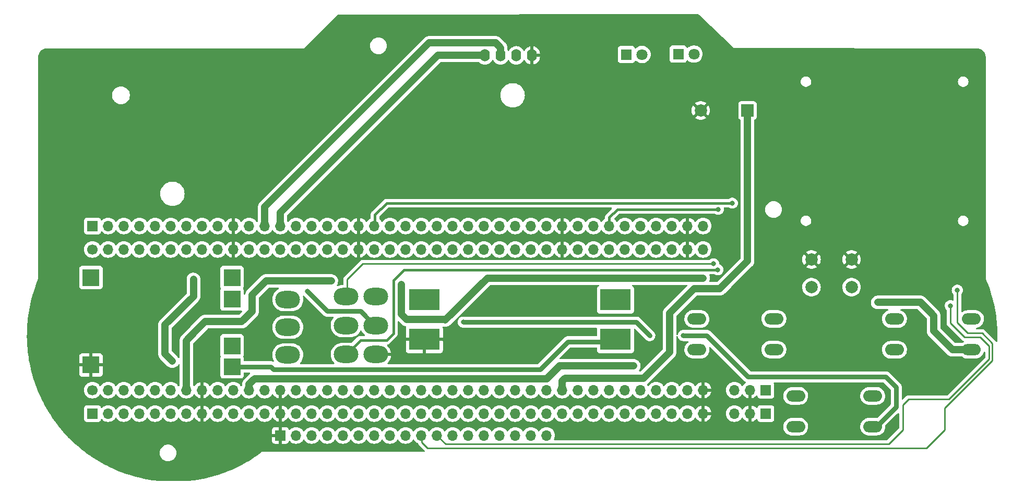
<source format=gbl>
G04 #@! TF.GenerationSoftware,KiCad,Pcbnew,(7.99.0-200-gad838e3d73)*
G04 #@! TF.CreationDate,2024-04-01T14:09:53+07:00*
G04 #@! TF.ProjectId,WMS,574d532e-6b69-4636-9164-5f7063625858,rev?*
G04 #@! TF.SameCoordinates,Original*
G04 #@! TF.FileFunction,Copper,L2,Bot*
G04 #@! TF.FilePolarity,Positive*
%FSLAX46Y46*%
G04 Gerber Fmt 4.6, Leading zero omitted, Abs format (unit mm)*
G04 Created by KiCad (PCBNEW (7.99.0-200-gad838e3d73)) date 2024-04-01 14:09:53*
%MOMM*%
%LPD*%
G01*
G04 APERTURE LIST*
G04 #@! TA.AperFunction,ComponentPad*
%ADD10R,5.000000X3.500000*%
G04 #@! TD*
G04 #@! TA.AperFunction,ComponentPad*
%ADD11R,1.700000X1.700000*%
G04 #@! TD*
G04 #@! TA.AperFunction,ComponentPad*
%ADD12O,1.700000X1.700000*%
G04 #@! TD*
G04 #@! TA.AperFunction,ComponentPad*
%ADD13C,1.700000*%
G04 #@! TD*
G04 #@! TA.AperFunction,ComponentPad*
%ADD14R,2.800000X2.800000*%
G04 #@! TD*
G04 #@! TA.AperFunction,ComponentPad*
%ADD15O,4.000000X2.800000*%
G04 #@! TD*
G04 #@! TA.AperFunction,ComponentPad*
%ADD16O,3.048000X1.850000*%
G04 #@! TD*
G04 #@! TA.AperFunction,ComponentPad*
%ADD17R,2.000000X2.000000*%
G04 #@! TD*
G04 #@! TA.AperFunction,ComponentPad*
%ADD18C,2.000000*%
G04 #@! TD*
G04 #@! TA.AperFunction,ComponentPad*
%ADD19O,1.600000X2.000000*%
G04 #@! TD*
G04 #@! TA.AperFunction,ComponentPad*
%ADD20R,1.800000X1.800000*%
G04 #@! TD*
G04 #@! TA.AperFunction,ComponentPad*
%ADD21C,1.800000*%
G04 #@! TD*
G04 #@! TA.AperFunction,ViaPad*
%ADD22C,0.800000*%
G04 #@! TD*
G04 #@! TA.AperFunction,Conductor*
%ADD23C,1.200000*%
G04 #@! TD*
G04 #@! TA.AperFunction,Conductor*
%ADD24C,0.400000*%
G04 #@! TD*
G04 #@! TA.AperFunction,Conductor*
%ADD25C,0.800000*%
G04 #@! TD*
G04 #@! TA.AperFunction,Conductor*
%ADD26C,0.250000*%
G04 #@! TD*
G04 APERTURE END LIST*
D10*
X160019999Y-89965999D03*
X160019999Y-96415999D03*
X129019999Y-96415999D03*
X129019999Y-89915999D03*
D11*
X75183999Y-108457999D03*
D12*
X77723999Y-108457999D03*
X80263999Y-108457999D03*
X82803999Y-108457999D03*
X85343999Y-108457999D03*
X87883999Y-108457999D03*
X90423999Y-108457999D03*
X92963999Y-108457999D03*
X95503999Y-108457999D03*
X98043999Y-108457999D03*
X100583999Y-108457999D03*
X103123999Y-108457999D03*
X105663999Y-108457999D03*
X108203999Y-108457999D03*
X110743999Y-108457999D03*
X113283999Y-108457999D03*
X115823999Y-108457999D03*
X118363999Y-108457999D03*
X120903999Y-108457999D03*
X123443999Y-108457999D03*
X125983999Y-108457999D03*
X128523999Y-108457999D03*
X131063999Y-108457999D03*
X133603999Y-108457999D03*
X136143999Y-108457999D03*
X138683999Y-108457999D03*
X141223999Y-108457999D03*
X143763999Y-108457999D03*
X146303999Y-108457999D03*
X148843999Y-108457999D03*
X151383999Y-108457999D03*
X153923999Y-108457999D03*
X156463999Y-108457999D03*
X159003999Y-108457999D03*
X161543999Y-108457999D03*
X164083999Y-108457999D03*
X166623999Y-108457999D03*
X169163999Y-108457999D03*
X171703999Y-108457999D03*
X174243999Y-108457999D03*
D11*
X184403999Y-108457999D03*
D12*
X181863999Y-108457999D03*
X179323999Y-108457999D03*
D13*
X75184000Y-81788000D03*
D12*
X77723999Y-81787999D03*
X80263999Y-81787999D03*
X82803999Y-81787999D03*
X85343999Y-81787999D03*
X87883999Y-81787999D03*
X90423999Y-81787999D03*
X92963999Y-81787999D03*
X95503999Y-81787999D03*
X98043999Y-81787999D03*
X100583999Y-81787999D03*
X103123999Y-81787999D03*
X105663999Y-81787999D03*
X108203999Y-81787999D03*
X110743999Y-81787999D03*
X113283999Y-81787999D03*
X115823999Y-81787999D03*
X118363999Y-81787999D03*
X120903999Y-81787999D03*
X123443999Y-81787999D03*
X125983999Y-81787999D03*
X128523999Y-81787999D03*
X131063999Y-81787999D03*
X133603999Y-81787999D03*
X136143999Y-81787999D03*
X138683999Y-81787999D03*
X141223999Y-81787999D03*
X143763999Y-81787999D03*
X146303999Y-81787999D03*
X148843999Y-81787999D03*
X151383999Y-81787999D03*
X153923999Y-81787999D03*
X156463999Y-81787999D03*
X159003999Y-81787999D03*
X161543999Y-81787999D03*
X164083999Y-81787999D03*
X166623999Y-81787999D03*
X169163999Y-81787999D03*
X171703999Y-81787999D03*
X174243999Y-81787999D03*
X174243999Y-104647999D03*
X171703999Y-104647999D03*
X169163999Y-104647999D03*
X166623999Y-104647999D03*
X164083999Y-104647999D03*
X161543999Y-104647999D03*
X159003999Y-104647999D03*
X156463999Y-104647999D03*
X153923999Y-104647999D03*
X151383999Y-104647999D03*
X148843999Y-104647999D03*
X146303999Y-104647999D03*
X143763999Y-104647999D03*
X141223999Y-104647999D03*
X138683999Y-104647999D03*
X136143999Y-104647999D03*
X133603999Y-104647999D03*
X131063999Y-104647999D03*
X128523999Y-104647999D03*
X125983999Y-104647999D03*
X123443999Y-104647999D03*
X120903999Y-104647999D03*
X118363999Y-104647999D03*
X115823999Y-104647999D03*
X113283999Y-104647999D03*
X110743999Y-104647999D03*
X108203999Y-104647999D03*
X105663999Y-104647999D03*
X103123999Y-104647999D03*
X100583999Y-104647999D03*
X98043999Y-104647999D03*
X95503999Y-104647999D03*
X92963999Y-104647999D03*
X90423999Y-104647999D03*
X87883999Y-104647999D03*
X85343999Y-104647999D03*
X82803999Y-104647999D03*
X80263999Y-104647999D03*
X77723999Y-104647999D03*
D13*
X75184000Y-104648000D03*
D12*
X179323999Y-104647999D03*
X181863999Y-104647999D03*
D11*
X184403999Y-104647999D03*
X105663999Y-112013999D03*
D12*
X108203999Y-112013999D03*
X110743999Y-112013999D03*
X113283999Y-112013999D03*
X115823999Y-112013999D03*
X118363999Y-112013999D03*
X120903999Y-112013999D03*
X123443999Y-112013999D03*
X125983999Y-112013999D03*
X128523999Y-112013999D03*
X131063999Y-112013999D03*
X133603999Y-112013999D03*
X136143999Y-112013999D03*
X138683999Y-112013999D03*
X141223999Y-112013999D03*
X143763999Y-112013999D03*
X146303999Y-112013999D03*
X148843999Y-112013999D03*
D14*
X74929999Y-86359999D03*
X74929999Y-100559999D03*
X97829999Y-86359999D03*
X97829999Y-100859999D03*
X97829999Y-89859999D03*
X97829999Y-97459999D03*
D11*
X75183999Y-77977999D03*
D12*
X77723999Y-77977999D03*
X80263999Y-77977999D03*
X82803999Y-77977999D03*
X85343999Y-77977999D03*
X87883999Y-77977999D03*
X90423999Y-77977999D03*
X92963999Y-77977999D03*
X95503999Y-77977999D03*
X98043999Y-77977999D03*
X100583999Y-77977999D03*
X103123999Y-77977999D03*
X105663999Y-77977999D03*
X108203999Y-77977999D03*
X110743999Y-77977999D03*
X113283999Y-77977999D03*
X115823999Y-77977999D03*
X118363999Y-77977999D03*
X120903999Y-77977999D03*
X123443999Y-77977999D03*
X125983999Y-77977999D03*
X128523999Y-77977999D03*
X131063999Y-77977999D03*
X133603999Y-77977999D03*
X136143999Y-77977999D03*
X138683999Y-77977999D03*
X141223999Y-77977999D03*
X143763999Y-77977999D03*
X146303999Y-77977999D03*
X148843999Y-77977999D03*
X151383999Y-77977999D03*
X153923999Y-77977999D03*
X156463999Y-77977999D03*
X159003999Y-77977999D03*
X161543999Y-77977999D03*
X164083999Y-77977999D03*
X166623999Y-77977999D03*
X169163999Y-77977999D03*
X171703999Y-77977999D03*
X174243999Y-77977999D03*
D15*
X116331999Y-89456799D03*
X116331999Y-94156799D03*
X116331999Y-98856799D03*
X121131999Y-89456799D03*
X121131999Y-94156799D03*
X121131999Y-98856799D03*
D16*
X185724799Y-93080199D03*
X173224799Y-93080199D03*
X185724799Y-98080199D03*
X173224799Y-98080199D03*
D17*
X181447599Y-59207399D03*
D18*
X173847600Y-59207400D03*
D15*
X106857799Y-98932999D03*
X106857799Y-94432999D03*
X106857799Y-89932999D03*
D19*
X146469599Y-50258399D03*
X143929599Y-50258399D03*
X141389599Y-50258399D03*
X138849599Y-50258399D03*
D16*
X217782799Y-93094799D03*
X205282799Y-93094799D03*
X217782799Y-98094799D03*
X205282799Y-98094799D03*
D20*
X170205399Y-50037999D03*
D21*
X172745400Y-50038000D03*
D20*
X161797999Y-50114199D03*
D21*
X164338000Y-50114200D03*
D16*
X201755399Y-105587799D03*
X189255399Y-105587799D03*
X201755399Y-110587799D03*
X189255399Y-110587799D03*
D18*
X198322000Y-83424200D03*
X191822000Y-83424200D03*
X198322000Y-87924200D03*
X191822000Y-87924200D03*
D22*
X183921400Y-79959200D03*
X183515000Y-83413600D03*
X178943000Y-78079600D03*
X153263600Y-52959000D03*
X157353000Y-52857400D03*
X178206400Y-81305400D03*
X153289000Y-51409600D03*
X183464200Y-81686400D03*
X178943000Y-80213200D03*
X157403800Y-54203600D03*
X88138000Y-99949000D03*
X91567000Y-86664800D03*
X178968400Y-74269600D03*
X176682400Y-75285600D03*
X110032800Y-88595200D03*
X202565000Y-90398600D03*
X125323600Y-87452200D03*
X174244000Y-86436200D03*
X113919000Y-86918800D03*
X162991800Y-100736400D03*
X165582600Y-95783400D03*
X135331200Y-93599000D03*
X171018200Y-95783400D03*
X215468200Y-88417400D03*
X214350600Y-90932000D03*
X175920400Y-84124800D03*
X176631600Y-85090000D03*
D23*
X103124000Y-77978000D02*
X103124000Y-74904600D01*
X129794000Y-48234600D02*
X140614400Y-48234600D01*
X103124000Y-74904600D02*
X129794000Y-48234600D01*
X141389600Y-49009800D02*
X141389600Y-50258400D01*
X140614400Y-48234600D02*
X141389600Y-49009800D01*
X131173800Y-50258400D02*
X138849600Y-50258400D01*
X105664000Y-77978000D02*
X105664000Y-75768200D01*
X105664000Y-75768200D02*
X131173800Y-50258400D01*
X151384000Y-104648000D02*
X151384000Y-103174800D01*
X168783000Y-92151200D02*
X172770800Y-88163400D01*
X172770800Y-88163400D02*
X176961800Y-88163400D01*
X164566600Y-102717600D02*
X168783000Y-98501200D01*
X176961800Y-88163400D02*
X181447600Y-83677600D01*
X151384000Y-103174800D02*
X151841200Y-102717600D01*
X151841200Y-102717600D02*
X164566600Y-102717600D01*
X181447600Y-83677600D02*
X181447600Y-59207400D01*
X168783000Y-98501200D02*
X168783000Y-92151200D01*
X91567000Y-89408000D02*
X91567000Y-86664800D01*
X86944200Y-94030800D02*
X91567000Y-89408000D01*
X86944200Y-98755200D02*
X86944200Y-94030800D01*
X88138000Y-99949000D02*
X86944200Y-98755200D01*
D24*
X122885200Y-74269600D02*
X121005600Y-76149200D01*
X121005600Y-77876400D02*
X120904000Y-77978000D01*
X178968400Y-74269600D02*
X122885200Y-74269600D01*
X121005600Y-76149200D02*
X121005600Y-77876400D01*
X160299400Y-75285600D02*
X159004000Y-76581000D01*
X159004000Y-76581000D02*
X159004000Y-77978000D01*
X176682400Y-75285600D02*
X160299400Y-75285600D01*
D25*
X113258600Y-91821000D02*
X113157000Y-91719400D01*
X118668800Y-91821000D02*
X113258600Y-91821000D01*
X113157000Y-91719400D02*
X110032800Y-88595200D01*
X121004600Y-94156800D02*
X118668800Y-91821000D01*
X121132000Y-94156800D02*
X121004600Y-94156800D01*
D23*
X202565000Y-90398600D02*
X209499200Y-90398600D01*
X214680800Y-98094800D02*
X217782800Y-98094800D01*
X211632800Y-92532200D02*
X211632800Y-95046800D01*
X211632800Y-95046800D02*
X214680800Y-98094800D01*
X209499200Y-90398600D02*
X211632800Y-92532200D01*
X126136400Y-93167200D02*
X125323600Y-92354400D01*
X132435600Y-93243400D02*
X132359400Y-93167200D01*
X90424000Y-96596200D02*
X90424000Y-104648000D01*
X174244000Y-86436200D02*
X139242800Y-86436200D01*
X101066600Y-91871800D02*
X99415600Y-93522800D01*
X101066600Y-89204800D02*
X101066600Y-91871800D01*
X139242800Y-86436200D02*
X132435600Y-93243400D01*
X91795600Y-95224600D02*
X90424000Y-96596200D01*
X103352600Y-86918800D02*
X101066600Y-89204800D01*
X113919000Y-86918800D02*
X103352600Y-86918800D01*
X125323600Y-92024200D02*
X125323600Y-87452200D01*
X125323600Y-92354400D02*
X125323600Y-92024200D01*
X132359400Y-93167200D02*
X126136400Y-93167200D01*
X99415600Y-93522800D02*
X93446600Y-93522800D01*
X93446600Y-93522800D02*
X91795600Y-95173800D01*
X91795600Y-95173800D02*
X91795600Y-95224600D01*
X100584000Y-104648000D02*
X100584000Y-103682800D01*
X150926800Y-100736400D02*
X162991800Y-100736400D01*
X100584000Y-103682800D02*
X101473000Y-102793800D01*
X101473000Y-102793800D02*
X148869400Y-102793800D01*
X148869400Y-102793800D02*
X150926800Y-100736400D01*
D25*
X165582600Y-95783400D02*
X163398200Y-93599000D01*
X203860400Y-102489000D02*
X203758800Y-102489000D01*
X152857200Y-93599000D02*
X135331200Y-93599000D01*
X203758800Y-102489000D02*
X181533800Y-102489000D01*
X205562200Y-107365800D02*
X205562200Y-104190800D01*
X163398200Y-93599000D02*
X152857200Y-93599000D01*
X201755400Y-110587800D02*
X202340200Y-110587800D01*
X174802800Y-95758000D02*
X174777400Y-95783400D01*
X181533800Y-102489000D02*
X174802800Y-95758000D01*
X174777400Y-95783400D02*
X171018200Y-95783400D01*
X202340200Y-110587800D02*
X204952600Y-107975400D01*
X204952600Y-107975400D02*
X205562200Y-107365800D01*
X205562200Y-104190800D02*
X203860400Y-102489000D01*
D26*
X215468200Y-88417400D02*
X215468200Y-93700600D01*
X128625600Y-112115600D02*
X128524000Y-112014000D01*
X221157800Y-97053400D02*
X221157800Y-99847400D01*
X210439000Y-114071400D02*
X129540000Y-114071400D01*
X213410800Y-111099600D02*
X210439000Y-114071400D01*
X221157800Y-99847400D02*
X213410800Y-107594400D01*
X217144600Y-95377000D02*
X219481400Y-95377000D01*
X219481400Y-95377000D02*
X221157800Y-97053400D01*
X213410800Y-107594400D02*
X213410800Y-111099600D01*
X129540000Y-114071400D02*
X128625600Y-113157000D01*
X215468200Y-93700600D02*
X217144600Y-95377000D01*
X128625600Y-113157000D02*
X128625600Y-112115600D01*
X132461000Y-113411000D02*
X131064000Y-112014000D01*
X214122000Y-106121200D02*
X207594200Y-106121200D01*
X220624400Y-97510600D02*
X220624400Y-99618800D01*
X204343000Y-113411000D02*
X132461000Y-113411000D01*
X219151200Y-96037400D02*
X220624400Y-97510600D01*
X214350600Y-93726000D02*
X216662000Y-96037400D01*
X214350600Y-90932000D02*
X214350600Y-93726000D01*
X206654400Y-107061000D02*
X206654400Y-111099600D01*
X207594200Y-106121200D02*
X206654400Y-107061000D01*
X216662000Y-96037400D02*
X219151200Y-96037400D01*
X206654400Y-111099600D02*
X204343000Y-113411000D01*
X220624400Y-99618800D02*
X214122000Y-106121200D01*
X116509800Y-89279000D02*
X116332000Y-89456800D01*
X175920400Y-84124800D02*
X119049800Y-84124800D01*
X116509800Y-86664800D02*
X116509800Y-89279000D01*
X119049800Y-84124800D02*
X116509800Y-86664800D01*
D24*
X123977400Y-95453200D02*
X122885200Y-96545400D01*
X123977400Y-86842600D02*
X123977400Y-95453200D01*
X125730000Y-85090000D02*
X123977400Y-86842600D01*
X176631600Y-85090000D02*
X125730000Y-85090000D01*
X122885200Y-96545400D02*
X118643400Y-96545400D01*
X118643400Y-96545400D02*
X116332000Y-98856800D01*
D25*
X97830000Y-100860000D02*
X104111200Y-100860000D01*
X104111200Y-100860000D02*
X104571800Y-101320600D01*
X147777200Y-101320600D02*
X152298400Y-96799400D01*
X152298400Y-96799400D02*
X159636600Y-96799400D01*
X104571800Y-101320600D02*
X147777200Y-101320600D01*
G04 #@! TA.AperFunction,Conductor*
G36*
X173528993Y-43595861D02*
G01*
X173568586Y-43621448D01*
X173630158Y-43680557D01*
X179247377Y-49073087D01*
X179247417Y-49073183D01*
X179247522Y-49073226D01*
X179247525Y-49073229D01*
X179247599Y-49073257D01*
X179247701Y-49073300D01*
X179247706Y-49073300D01*
X179247811Y-49073341D01*
X179247904Y-49073300D01*
X218678470Y-49105296D01*
X218688067Y-49105677D01*
X218739889Y-49109754D01*
X218740518Y-49109807D01*
X218901866Y-49123920D01*
X218919993Y-49126872D01*
X219005457Y-49147388D01*
X219008543Y-49148172D01*
X219127518Y-49180049D01*
X219142863Y-49185257D01*
X219230818Y-49221687D01*
X219235699Y-49223835D01*
X219340776Y-49272832D01*
X219353146Y-49279478D01*
X219436604Y-49330620D01*
X219442928Y-49334766D01*
X219535781Y-49399781D01*
X219545168Y-49407048D01*
X219620392Y-49471294D01*
X219627530Y-49477893D01*
X219707178Y-49557539D01*
X219713788Y-49564689D01*
X219778030Y-49639906D01*
X219785314Y-49649314D01*
X219850300Y-49742122D01*
X219854452Y-49748454D01*
X219905605Y-49831925D01*
X219912261Y-49844312D01*
X219961232Y-49949331D01*
X219963411Y-49954283D01*
X219999826Y-50042196D01*
X220005040Y-50057555D01*
X220036910Y-50176493D01*
X220037708Y-50179638D01*
X220058217Y-50265059D01*
X220061173Y-50283216D01*
X220075461Y-50446757D01*
X220075550Y-50447820D01*
X220079392Y-50496635D01*
X220079774Y-50506265D01*
X220108611Y-86499698D01*
X220108611Y-86499700D01*
X220108629Y-86521043D01*
X220108475Y-86521109D01*
X220108669Y-86521569D01*
X220114978Y-86537423D01*
X220114979Y-86537426D01*
X220324105Y-87062900D01*
X220449524Y-87378044D01*
X220462171Y-87409821D01*
X220463926Y-87414501D01*
X220748305Y-88222421D01*
X220748307Y-88222423D01*
X220761545Y-88260145D01*
X220781243Y-88316277D01*
X220782768Y-88320913D01*
X220992506Y-89003442D01*
X220992598Y-89003741D01*
X221064699Y-89239697D01*
X221066013Y-89244317D01*
X221231928Y-89873512D01*
X221231963Y-89873786D01*
X221231998Y-89873778D01*
X221310412Y-90173832D01*
X221311519Y-90178425D01*
X221444395Y-90779649D01*
X221444433Y-90780001D01*
X221444471Y-90779993D01*
X221517984Y-91117152D01*
X221518888Y-91121710D01*
X221623573Y-91706288D01*
X221623648Y-91706711D01*
X221687069Y-92068072D01*
X221687776Y-92072586D01*
X221766754Y-92645925D01*
X221766822Y-92646427D01*
X221817406Y-93025096D01*
X221817920Y-93029558D01*
X221872644Y-93594437D01*
X221872699Y-93595020D01*
X221908770Y-93986619D01*
X221909097Y-93991020D01*
X221940533Y-94549133D01*
X221940568Y-94549796D01*
X221961015Y-94951072D01*
X221961160Y-94955404D01*
X221969969Y-95507502D01*
X221969979Y-95508244D01*
X221974051Y-95916810D01*
X221974020Y-95921066D01*
X221960702Y-96467750D01*
X221960680Y-96468570D01*
X221952994Y-96716638D01*
X221932930Y-96780515D01*
X221882581Y-96824649D01*
X221816627Y-96836174D01*
X221754295Y-96811728D01*
X221717542Y-96763414D01*
X221716917Y-96763758D01*
X221714604Y-96759550D01*
X221713759Y-96758440D01*
X221713156Y-96756917D01*
X221710286Y-96749668D01*
X221684608Y-96714325D01*
X221678201Y-96704571D01*
X221659942Y-96673696D01*
X221659941Y-96673694D01*
X221655970Y-96666980D01*
X221641804Y-96652814D01*
X221629170Y-96638022D01*
X221617394Y-96621813D01*
X221611383Y-96616840D01*
X221611381Y-96616838D01*
X221583741Y-96593973D01*
X221575100Y-96586110D01*
X219978686Y-94989695D01*
X219971242Y-94981514D01*
X219967186Y-94975123D01*
X219918175Y-94929098D01*
X219915378Y-94926387D01*
X219898627Y-94909636D01*
X219895871Y-94906880D01*
X219892690Y-94904412D01*
X219883814Y-94896830D01*
X219857669Y-94872278D01*
X219857667Y-94872276D01*
X219851982Y-94866938D01*
X219845149Y-94863182D01*
X219845143Y-94863177D01*
X219834425Y-94857285D01*
X219818166Y-94846606D01*
X219808495Y-94839104D01*
X219808492Y-94839102D01*
X219802336Y-94834327D01*
X219795179Y-94831229D01*
X219795176Y-94831228D01*
X219762249Y-94816978D01*
X219751763Y-94811841D01*
X219720332Y-94794562D01*
X219720323Y-94794558D01*
X219713492Y-94790803D01*
X219705935Y-94788862D01*
X219705931Y-94788861D01*
X219694088Y-94785820D01*
X219675684Y-94779519D01*
X219664457Y-94774660D01*
X219664450Y-94774658D01*
X219657296Y-94771562D01*
X219649592Y-94770341D01*
X219649590Y-94770341D01*
X219614159Y-94764729D01*
X219602724Y-94762361D01*
X219567971Y-94753438D01*
X219567963Y-94753437D01*
X219560419Y-94751500D01*
X219552623Y-94751500D01*
X219540383Y-94751500D01*
X219520997Y-94749974D01*
X219501204Y-94746840D01*
X219493438Y-94747574D01*
X219493435Y-94747574D01*
X219457724Y-94750950D01*
X219446055Y-94751500D01*
X218639511Y-94751500D01*
X218580575Y-94736599D01*
X218535803Y-94695476D01*
X218515958Y-94638015D01*
X218525808Y-94578027D01*
X218562986Y-94529930D01*
X218618500Y-94505307D01*
X218623582Y-94504875D01*
X218858408Y-94443731D01*
X219079523Y-94343781D01*
X219280565Y-94207900D01*
X219455752Y-94039997D01*
X219600044Y-93844902D01*
X219709288Y-93628229D01*
X219780343Y-93396209D01*
X219811165Y-93155519D01*
X219800866Y-92913081D01*
X219749744Y-92675872D01*
X219659268Y-92450714D01*
X219563212Y-92294710D01*
X219534800Y-92248565D01*
X219534798Y-92248563D01*
X219532042Y-92244086D01*
X219523134Y-92233965D01*
X219457375Y-92159248D01*
X219371725Y-92061931D01*
X219182930Y-91909489D01*
X219125746Y-91877544D01*
X218975688Y-91793716D01*
X218975681Y-91793712D01*
X218971088Y-91791147D01*
X218966122Y-91789392D01*
X218966119Y-91789391D01*
X218747262Y-91712064D01*
X218747255Y-91712062D01*
X218742293Y-91710309D01*
X218737103Y-91709419D01*
X218737095Y-91709417D01*
X218508321Y-91670190D01*
X218508316Y-91670189D01*
X218503128Y-91669300D01*
X217123246Y-91669300D01*
X217120630Y-91669522D01*
X217120621Y-91669523D01*
X216947271Y-91684277D01*
X216947260Y-91684278D01*
X216942018Y-91684725D01*
X216936919Y-91686052D01*
X216936917Y-91686053D01*
X216712287Y-91744542D01*
X216712283Y-91744543D01*
X216707192Y-91745869D01*
X216702399Y-91748035D01*
X216702392Y-91748038D01*
X216490879Y-91843647D01*
X216490866Y-91843654D01*
X216486077Y-91845819D01*
X216481714Y-91848767D01*
X216481710Y-91848770D01*
X216287137Y-91980279D01*
X216224277Y-92001369D01*
X216159537Y-91987057D01*
X216111426Y-91941434D01*
X216093700Y-91877544D01*
X216093700Y-89116087D01*
X216101936Y-89071649D01*
X216125550Y-89033115D01*
X216130005Y-89028167D01*
X216200733Y-88949616D01*
X216295379Y-88785684D01*
X216353874Y-88605656D01*
X216373660Y-88417400D01*
X216353874Y-88229144D01*
X216295379Y-88049116D01*
X216200733Y-87885184D01*
X216183054Y-87865550D01*
X216078420Y-87749342D01*
X216078419Y-87749341D01*
X216074071Y-87744512D01*
X216068813Y-87740692D01*
X216068811Y-87740690D01*
X215926188Y-87637069D01*
X215926187Y-87637068D01*
X215920930Y-87633249D01*
X215854116Y-87603501D01*
X215753945Y-87558901D01*
X215753940Y-87558899D01*
X215748003Y-87556256D01*
X215741644Y-87554904D01*
X215741640Y-87554903D01*
X215569208Y-87518252D01*
X215569205Y-87518251D01*
X215562846Y-87516900D01*
X215373554Y-87516900D01*
X215367195Y-87518251D01*
X215367191Y-87518252D01*
X215194759Y-87554903D01*
X215194752Y-87554905D01*
X215188397Y-87556256D01*
X215182462Y-87558898D01*
X215182454Y-87558901D01*
X215021407Y-87630605D01*
X215021402Y-87630607D01*
X215015470Y-87633249D01*
X215010216Y-87637065D01*
X215010211Y-87637069D01*
X214867588Y-87740690D01*
X214867581Y-87740695D01*
X214862329Y-87744512D01*
X214857984Y-87749337D01*
X214857979Y-87749342D01*
X214740013Y-87880356D01*
X214740008Y-87880362D01*
X214735667Y-87885184D01*
X214732422Y-87890804D01*
X214732418Y-87890810D01*
X214644269Y-88043489D01*
X214644266Y-88043494D01*
X214641021Y-88049116D01*
X214639015Y-88055288D01*
X214639013Y-88055294D01*
X214584533Y-88222964D01*
X214584531Y-88222973D01*
X214582526Y-88229144D01*
X214581848Y-88235594D01*
X214581846Y-88235604D01*
X214568748Y-88360232D01*
X214562740Y-88417400D01*
X214563419Y-88423860D01*
X214581846Y-88599195D01*
X214581847Y-88599203D01*
X214582526Y-88605656D01*
X214584531Y-88611828D01*
X214584533Y-88611835D01*
X214635800Y-88769617D01*
X214641021Y-88785684D01*
X214644268Y-88791308D01*
X214644269Y-88791310D01*
X214730618Y-88940872D01*
X214735667Y-88949616D01*
X214740011Y-88954441D01*
X214740013Y-88954443D01*
X214810850Y-89033115D01*
X214834464Y-89071649D01*
X214842700Y-89116087D01*
X214842700Y-89974434D01*
X214827673Y-90033602D01*
X214786235Y-90078429D01*
X214728429Y-90098052D01*
X214668264Y-90087713D01*
X214636345Y-90073501D01*
X214636340Y-90073499D01*
X214630403Y-90070856D01*
X214624044Y-90069504D01*
X214624040Y-90069503D01*
X214451608Y-90032852D01*
X214451605Y-90032851D01*
X214445246Y-90031500D01*
X214255954Y-90031500D01*
X214249595Y-90032851D01*
X214249591Y-90032852D01*
X214077159Y-90069503D01*
X214077152Y-90069505D01*
X214070797Y-90070856D01*
X214064862Y-90073498D01*
X214064854Y-90073501D01*
X213903807Y-90145205D01*
X213903802Y-90145207D01*
X213897870Y-90147849D01*
X213892616Y-90151665D01*
X213892611Y-90151669D01*
X213749988Y-90255290D01*
X213749981Y-90255295D01*
X213744729Y-90259112D01*
X213740384Y-90263937D01*
X213740379Y-90263942D01*
X213622413Y-90394956D01*
X213622408Y-90394962D01*
X213618067Y-90399784D01*
X213614822Y-90405404D01*
X213614818Y-90405410D01*
X213526669Y-90558089D01*
X213526666Y-90558094D01*
X213523421Y-90563716D01*
X213521415Y-90569888D01*
X213521413Y-90569894D01*
X213466933Y-90737564D01*
X213466931Y-90737573D01*
X213464926Y-90743744D01*
X213464248Y-90750194D01*
X213464246Y-90750204D01*
X213447341Y-90911061D01*
X213445140Y-90932000D01*
X213445819Y-90938460D01*
X213464246Y-91113795D01*
X213464247Y-91113803D01*
X213464926Y-91120256D01*
X213466931Y-91126428D01*
X213466933Y-91126435D01*
X213516819Y-91279966D01*
X213523421Y-91300284D01*
X213526668Y-91305908D01*
X213526669Y-91305910D01*
X213586822Y-91410099D01*
X213618067Y-91464216D01*
X213622411Y-91469041D01*
X213622413Y-91469043D01*
X213693250Y-91547715D01*
X213716864Y-91586249D01*
X213725100Y-91630687D01*
X213725100Y-93648225D01*
X213724578Y-93659280D01*
X213722927Y-93666667D01*
X213723171Y-93674453D01*
X213723171Y-93674461D01*
X213725039Y-93733873D01*
X213725100Y-93737768D01*
X213725100Y-93765350D01*
X213725588Y-93769219D01*
X213725589Y-93769225D01*
X213725604Y-93769343D01*
X213726518Y-93780966D01*
X213727645Y-93816830D01*
X213727646Y-93816837D01*
X213727891Y-93824627D01*
X213730067Y-93832119D01*
X213730068Y-93832121D01*
X213733479Y-93843862D01*
X213737425Y-93862915D01*
X213738708Y-93873075D01*
X213739936Y-93882792D01*
X213742806Y-93890042D01*
X213742808Y-93890048D01*
X213756014Y-93923404D01*
X213759797Y-93934451D01*
X213771982Y-93976390D01*
X213775953Y-93983105D01*
X213775954Y-93983107D01*
X213782181Y-93993637D01*
X213790736Y-94011099D01*
X213795242Y-94022480D01*
X213795243Y-94022483D01*
X213798114Y-94029732D01*
X213815426Y-94053560D01*
X213823781Y-94065060D01*
X213830193Y-94074822D01*
X213848456Y-94105702D01*
X213848459Y-94105707D01*
X213852430Y-94112420D01*
X213857945Y-94117935D01*
X213866590Y-94126580D01*
X213879226Y-94141374D01*
X213886419Y-94151275D01*
X213886423Y-94151279D01*
X213891006Y-94157587D01*
X213897015Y-94162558D01*
X213897016Y-94162559D01*
X213924658Y-94185426D01*
X213933299Y-94193289D01*
X216164707Y-96424698D01*
X216172159Y-96432887D01*
X216176214Y-96439277D01*
X216216568Y-96477172D01*
X216225223Y-96485300D01*
X216228020Y-96488011D01*
X216247529Y-96507520D01*
X216250709Y-96509987D01*
X216259571Y-96517555D01*
X216266442Y-96524008D01*
X216285732Y-96542123D01*
X216285734Y-96542124D01*
X216291418Y-96547462D01*
X216298251Y-96551218D01*
X216298252Y-96551219D01*
X216308973Y-96557113D01*
X216325234Y-96567794D01*
X216341064Y-96580073D01*
X216381155Y-96597421D01*
X216391635Y-96602555D01*
X216429908Y-96623597D01*
X216441978Y-96626696D01*
X216492014Y-96652803D01*
X216525298Y-96698384D01*
X216534932Y-96753996D01*
X216518919Y-96808117D01*
X216480578Y-96849535D01*
X216297855Y-96973035D01*
X216264728Y-96988865D01*
X216228418Y-96994300D01*
X215188004Y-96994300D01*
X215140551Y-96984861D01*
X215100323Y-96957981D01*
X212769619Y-94627277D01*
X212742739Y-94587049D01*
X212733300Y-94539596D01*
X212733300Y-92634435D01*
X212734272Y-92622793D01*
X212734088Y-92622780D01*
X212734508Y-92616895D01*
X212735489Y-92611066D01*
X212733335Y-92520586D01*
X212733300Y-92517635D01*
X212733300Y-92482721D01*
X212733300Y-92479775D01*
X212732473Y-92471119D01*
X212731947Y-92462299D01*
X212730487Y-92400955D01*
X212727229Y-92385981D01*
X212723656Y-92369556D01*
X212721383Y-92354984D01*
X212718328Y-92322982D01*
X212715152Y-92312167D01*
X212701044Y-92264120D01*
X212698853Y-92255538D01*
X212685813Y-92195588D01*
X212673158Y-92166036D01*
X212668169Y-92152158D01*
X212667419Y-92149603D01*
X212659116Y-92121325D01*
X212630999Y-92066786D01*
X212627228Y-92058780D01*
X212605404Y-92007816D01*
X212605403Y-92007814D01*
X212603079Y-92002387D01*
X212591545Y-91985346D01*
X212585063Y-91975768D01*
X212577543Y-91963095D01*
X212562811Y-91934518D01*
X212559156Y-91929871D01*
X212559154Y-91929867D01*
X212524879Y-91886283D01*
X212519658Y-91879134D01*
X212503551Y-91855336D01*
X212485277Y-91828335D01*
X212462548Y-91805606D01*
X212452767Y-91794587D01*
X212432892Y-91769314D01*
X212422310Y-91760145D01*
X212386521Y-91729133D01*
X212380043Y-91723101D01*
X210349665Y-89692723D01*
X210342119Y-89683802D01*
X210341980Y-89683923D01*
X210338111Y-89679458D01*
X210334686Y-89674648D01*
X210269167Y-89612176D01*
X210267056Y-89610114D01*
X210242387Y-89585445D01*
X210240301Y-89583359D01*
X210238027Y-89581481D01*
X210238020Y-89581475D01*
X210233582Y-89577810D01*
X210226976Y-89571947D01*
X210182578Y-89529614D01*
X210155542Y-89512238D01*
X210143641Y-89503548D01*
X210123405Y-89486840D01*
X210123398Y-89486835D01*
X210118845Y-89483076D01*
X210064988Y-89453667D01*
X210057379Y-89449153D01*
X210025110Y-89428415D01*
X210005772Y-89415987D01*
X209975930Y-89404040D01*
X209962599Y-89397759D01*
X209934383Y-89382352D01*
X209928759Y-89380554D01*
X209928754Y-89380552D01*
X209875933Y-89363667D01*
X209867605Y-89360673D01*
X209816137Y-89340068D01*
X209816129Y-89340065D01*
X209810657Y-89337875D01*
X209779095Y-89331791D01*
X209764814Y-89328146D01*
X209751910Y-89324021D01*
X209739818Y-89320156D01*
X209739814Y-89320155D01*
X209734192Y-89318358D01*
X209728327Y-89317656D01*
X209728324Y-89317656D01*
X209673263Y-89311072D01*
X209664523Y-89309709D01*
X209610078Y-89299216D01*
X209610073Y-89299215D01*
X209604285Y-89298100D01*
X209598382Y-89298100D01*
X209572139Y-89298100D01*
X209557419Y-89297223D01*
X209531377Y-89294109D01*
X209531370Y-89294108D01*
X209525509Y-89293408D01*
X209519620Y-89293829D01*
X209519615Y-89293829D01*
X209464319Y-89297784D01*
X209455474Y-89298100D01*
X202512575Y-89298100D01*
X202509646Y-89298379D01*
X202509639Y-89298380D01*
X202361662Y-89312510D01*
X202361656Y-89312511D01*
X202355782Y-89313072D01*
X202350112Y-89314736D01*
X202350111Y-89314737D01*
X202159787Y-89370621D01*
X202159782Y-89370622D01*
X202154125Y-89372284D01*
X202148884Y-89374985D01*
X202148881Y-89374987D01*
X201972568Y-89465882D01*
X201972564Y-89465884D01*
X201967318Y-89468589D01*
X201962676Y-89472238D01*
X201962672Y-89472242D01*
X201806759Y-89594854D01*
X201806752Y-89594860D01*
X201802114Y-89598508D01*
X201798250Y-89602967D01*
X201798245Y-89602972D01*
X201668347Y-89752882D01*
X201664481Y-89757344D01*
X201661530Y-89762454D01*
X201661528Y-89762458D01*
X201562352Y-89934235D01*
X201562349Y-89934240D01*
X201559396Y-89939356D01*
X201557465Y-89944935D01*
X201557461Y-89944944D01*
X201505303Y-90095648D01*
X201490656Y-90137967D01*
X201489816Y-90143803D01*
X201489815Y-90143811D01*
X201461585Y-90340158D01*
X201461584Y-90340164D01*
X201460746Y-90345998D01*
X201461026Y-90351882D01*
X201461026Y-90351889D01*
X201470173Y-90543900D01*
X201470746Y-90555930D01*
X201472135Y-90561658D01*
X201472137Y-90561667D01*
X201517877Y-90750204D01*
X201520296Y-90760176D01*
X201522749Y-90765547D01*
X201601201Y-90937334D01*
X201607604Y-90951353D01*
X201611031Y-90956166D01*
X201611032Y-90956167D01*
X201710148Y-91095357D01*
X201729514Y-91122552D01*
X201733791Y-91126630D01*
X201850542Y-91237952D01*
X201881622Y-91267586D01*
X202058428Y-91381213D01*
X202253543Y-91459325D01*
X202459915Y-91499100D01*
X204186585Y-91499100D01*
X204243971Y-91513178D01*
X204288327Y-91552216D01*
X204309581Y-91607349D01*
X204302906Y-91666059D01*
X204269818Y-91715014D01*
X204217831Y-91743098D01*
X204207192Y-91745869D01*
X204202399Y-91748035D01*
X204202392Y-91748038D01*
X203990879Y-91843647D01*
X203990866Y-91843654D01*
X203986077Y-91845819D01*
X203981714Y-91848767D01*
X203981710Y-91848770D01*
X203789402Y-91978748D01*
X203789398Y-91978750D01*
X203785035Y-91981700D01*
X203781235Y-91985341D01*
X203781230Y-91985346D01*
X203613647Y-92145961D01*
X203613641Y-92145967D01*
X203609848Y-92149603D01*
X203606726Y-92153824D01*
X203606720Y-92153831D01*
X203468682Y-92340471D01*
X203465556Y-92344698D01*
X203463191Y-92349387D01*
X203463187Y-92349395D01*
X203361946Y-92550196D01*
X203356312Y-92561371D01*
X203354771Y-92566401D01*
X203354770Y-92566405D01*
X203286798Y-92788356D01*
X203286795Y-92788366D01*
X203285257Y-92793391D01*
X203284588Y-92798609D01*
X203284588Y-92798613D01*
X203255572Y-93025204D01*
X203254435Y-93034081D01*
X203254658Y-93039335D01*
X203254658Y-93039340D01*
X203264443Y-93269669D01*
X203264734Y-93276519D01*
X203265841Y-93281660D01*
X203265843Y-93281668D01*
X203314645Y-93508109D01*
X203315856Y-93513728D01*
X203317818Y-93518611D01*
X203317820Y-93518617D01*
X203387494Y-93692006D01*
X203406332Y-93738886D01*
X203425085Y-93769343D01*
X203530799Y-93941034D01*
X203530802Y-93941038D01*
X203533558Y-93945514D01*
X203537031Y-93949460D01*
X203537034Y-93949464D01*
X203584190Y-94003043D01*
X203693875Y-94127669D01*
X203882670Y-94280111D01*
X203995055Y-94342893D01*
X204068376Y-94383853D01*
X204094512Y-94398453D01*
X204323307Y-94479291D01*
X204562472Y-94520300D01*
X205939723Y-94520300D01*
X205942354Y-94520300D01*
X206123582Y-94504875D01*
X206358408Y-94443731D01*
X206579523Y-94343781D01*
X206780565Y-94207900D01*
X206955752Y-94039997D01*
X207100044Y-93844902D01*
X207209288Y-93628229D01*
X207280343Y-93396209D01*
X207311165Y-93155519D01*
X207300866Y-92913081D01*
X207249744Y-92675872D01*
X207159268Y-92450714D01*
X207063212Y-92294710D01*
X207034800Y-92248565D01*
X207034798Y-92248563D01*
X207032042Y-92244086D01*
X207023134Y-92233965D01*
X206957375Y-92159248D01*
X206871725Y-92061931D01*
X206682930Y-91909489D01*
X206625746Y-91877544D01*
X206475688Y-91793716D01*
X206475681Y-91793712D01*
X206471088Y-91791147D01*
X206466122Y-91789392D01*
X206466119Y-91789391D01*
X206326375Y-91740017D01*
X206270550Y-91700177D01*
X206244439Y-91636760D01*
X206256029Y-91569163D01*
X206301776Y-91518066D01*
X206367684Y-91499100D01*
X208991996Y-91499100D01*
X209039449Y-91508539D01*
X209079677Y-91535419D01*
X210495981Y-92951723D01*
X210522861Y-92991951D01*
X210532300Y-93039404D01*
X210532300Y-94944565D01*
X210531327Y-94956206D01*
X210531512Y-94956220D01*
X210531090Y-94962108D01*
X210530111Y-94967934D01*
X210530251Y-94973832D01*
X210530251Y-94973839D01*
X210532265Y-95058414D01*
X210532300Y-95061365D01*
X210532300Y-95099225D01*
X210532580Y-95102159D01*
X210532581Y-95102179D01*
X210533126Y-95107886D01*
X210533652Y-95116711D01*
X210534229Y-95140950D01*
X210535113Y-95178045D01*
X210539533Y-95198366D01*
X210541944Y-95209446D01*
X210544216Y-95224016D01*
X210546348Y-95246349D01*
X210547272Y-95256018D01*
X210548935Y-95261683D01*
X210548936Y-95261686D01*
X210564556Y-95314885D01*
X210566745Y-95323460D01*
X210575543Y-95363905D01*
X210579787Y-95383412D01*
X210582107Y-95388830D01*
X210582111Y-95388842D01*
X210592441Y-95412964D01*
X210597428Y-95426838D01*
X210604816Y-95451999D01*
X210604820Y-95452011D01*
X210606484Y-95457675D01*
X210609189Y-95462923D01*
X210609192Y-95462929D01*
X210634600Y-95512215D01*
X210638372Y-95520220D01*
X210659098Y-95568620D01*
X210662521Y-95576612D01*
X210665828Y-95581499D01*
X210665832Y-95581505D01*
X210680533Y-95603224D01*
X210688058Y-95615908D01*
X210702789Y-95644482D01*
X210706437Y-95649120D01*
X210706443Y-95649130D01*
X210740720Y-95692715D01*
X210745940Y-95699864D01*
X210780323Y-95750665D01*
X210784499Y-95754841D01*
X210803050Y-95773392D01*
X210812833Y-95784413D01*
X210832708Y-95809686D01*
X210869417Y-95841495D01*
X210879077Y-95849865D01*
X210885555Y-95855897D01*
X213830333Y-98800675D01*
X213837880Y-98809596D01*
X213838019Y-98809477D01*
X213841891Y-98813946D01*
X213845314Y-98818752D01*
X213907406Y-98877956D01*
X213910831Y-98881222D01*
X213912942Y-98883284D01*
X213939699Y-98910041D01*
X213946415Y-98915586D01*
X213953010Y-98921440D01*
X213997422Y-98963786D01*
X214003175Y-98967483D01*
X214024456Y-98981160D01*
X214036355Y-98989847D01*
X214061155Y-99010324D01*
X214115023Y-99039737D01*
X214122606Y-99044237D01*
X214174228Y-99077413D01*
X214204073Y-99089361D01*
X214217403Y-99095642D01*
X214237838Y-99106800D01*
X214245618Y-99111048D01*
X214304062Y-99129730D01*
X214312383Y-99132722D01*
X214318668Y-99135238D01*
X214369343Y-99155525D01*
X214384139Y-99158376D01*
X214400899Y-99161607D01*
X214415188Y-99165254D01*
X214426005Y-99168711D01*
X214445808Y-99175042D01*
X214506726Y-99182325D01*
X214515471Y-99183688D01*
X214575715Y-99195300D01*
X214607861Y-99195300D01*
X214622581Y-99196177D01*
X214631154Y-99197201D01*
X214654491Y-99199992D01*
X214715681Y-99195615D01*
X214724526Y-99195300D01*
X216233823Y-99195300D01*
X216275133Y-99202383D01*
X216311718Y-99222821D01*
X216382670Y-99280111D01*
X216510761Y-99351667D01*
X216585106Y-99393199D01*
X216594512Y-99398453D01*
X216823307Y-99479291D01*
X217062472Y-99520300D01*
X218439723Y-99520300D01*
X218442354Y-99520300D01*
X218623582Y-99504875D01*
X218858408Y-99443731D01*
X219079523Y-99343781D01*
X219280565Y-99207900D01*
X219455752Y-99039997D01*
X219600044Y-98844902D01*
X219709288Y-98628229D01*
X219756334Y-98474604D01*
X219794569Y-98416453D01*
X219858106Y-98388057D01*
X219926933Y-98398359D01*
X219979370Y-98444116D01*
X219998900Y-98510914D01*
X219998900Y-99308347D01*
X219989461Y-99355800D01*
X219962581Y-99396028D01*
X213899228Y-105459381D01*
X213859000Y-105486261D01*
X213811547Y-105495700D01*
X207671975Y-105495700D01*
X207660919Y-105495178D01*
X207653533Y-105493527D01*
X207645745Y-105493771D01*
X207645738Y-105493771D01*
X207586327Y-105495639D01*
X207582432Y-105495700D01*
X207554850Y-105495700D01*
X207551005Y-105496185D01*
X207550980Y-105496187D01*
X207550853Y-105496204D01*
X207539234Y-105497118D01*
X207503372Y-105498245D01*
X207503365Y-105498246D01*
X207495573Y-105498491D01*
X207488088Y-105500665D01*
X207488072Y-105500668D01*
X207476326Y-105504081D01*
X207457283Y-105508025D01*
X207445149Y-105509558D01*
X207445148Y-105509558D01*
X207437408Y-105510536D01*
X207430158Y-105513405D01*
X207430151Y-105513408D01*
X207396798Y-105526613D01*
X207385754Y-105530394D01*
X207351301Y-105540404D01*
X207351290Y-105540408D01*
X207343810Y-105542582D01*
X207337098Y-105546551D01*
X207337096Y-105546552D01*
X207326564Y-105552780D01*
X207309104Y-105561334D01*
X207297719Y-105565842D01*
X207297713Y-105565844D01*
X207290468Y-105568714D01*
X207284163Y-105573294D01*
X207284155Y-105573299D01*
X207255132Y-105594385D01*
X207245374Y-105600795D01*
X207214496Y-105619057D01*
X207214490Y-105619061D01*
X207207780Y-105623030D01*
X207202267Y-105628541D01*
X207202260Y-105628548D01*
X207193610Y-105637198D01*
X207178827Y-105649824D01*
X207168926Y-105657017D01*
X207168916Y-105657026D01*
X207162613Y-105661606D01*
X207157644Y-105667611D01*
X207157641Y-105667615D01*
X207134772Y-105695259D01*
X207126911Y-105703897D01*
X206674381Y-106156428D01*
X206625018Y-106186678D01*
X206567302Y-106191220D01*
X206513815Y-106169065D01*
X206476215Y-106125042D01*
X206462700Y-106068747D01*
X206462700Y-104271426D01*
X206464227Y-104252028D01*
X206464256Y-104251844D01*
X206466419Y-104238188D01*
X206462870Y-104170464D01*
X206462700Y-104163975D01*
X206462700Y-104146850D01*
X206462700Y-104143608D01*
X206460571Y-104123353D01*
X206460062Y-104116895D01*
X206456513Y-104049155D01*
X206452885Y-104035618D01*
X206449338Y-104016474D01*
X206448553Y-104009005D01*
X206447874Y-104002544D01*
X206426914Y-103938037D01*
X206425071Y-103931814D01*
X206409202Y-103872589D01*
X206409201Y-103872588D01*
X206407520Y-103866312D01*
X206401156Y-103853822D01*
X206393706Y-103835836D01*
X206391387Y-103828698D01*
X206389379Y-103822516D01*
X206386126Y-103816883D01*
X206386125Y-103816879D01*
X206355465Y-103763775D01*
X206352378Y-103758092D01*
X206321583Y-103697651D01*
X206312759Y-103686754D01*
X206301741Y-103670722D01*
X206294733Y-103658584D01*
X206249345Y-103608176D01*
X206245128Y-103603237D01*
X206232320Y-103587420D01*
X206217915Y-103573015D01*
X206213446Y-103568306D01*
X206211274Y-103565894D01*
X206168071Y-103517912D01*
X206162817Y-103514094D01*
X206162814Y-103514092D01*
X206156729Y-103509671D01*
X206141935Y-103497035D01*
X204554164Y-101909265D01*
X204541526Y-101894468D01*
X204537107Y-101888386D01*
X204533288Y-101883129D01*
X204482882Y-101837743D01*
X204478173Y-101833274D01*
X204466079Y-101821180D01*
X204463780Y-101818881D01*
X204461263Y-101816843D01*
X204461259Y-101816839D01*
X204447957Y-101806067D01*
X204443024Y-101801853D01*
X204397448Y-101760817D01*
X204397444Y-101760814D01*
X204392616Y-101756467D01*
X204386989Y-101753218D01*
X204386986Y-101753216D01*
X204380475Y-101749457D01*
X204364438Y-101738435D01*
X204358599Y-101733706D01*
X204358595Y-101733703D01*
X204353549Y-101729617D01*
X204335694Y-101720519D01*
X204293113Y-101698823D01*
X204287408Y-101695725D01*
X204234310Y-101665069D01*
X204234308Y-101665068D01*
X204228684Y-101661821D01*
X204215349Y-101657488D01*
X204197379Y-101650044D01*
X204184888Y-101643680D01*
X204178609Y-101641997D01*
X204178608Y-101641997D01*
X204119376Y-101626125D01*
X204113168Y-101624286D01*
X204048656Y-101603326D01*
X204042195Y-101602646D01*
X204042191Y-101602646D01*
X204034718Y-101601861D01*
X204015587Y-101598315D01*
X204008328Y-101596370D01*
X204008325Y-101596369D01*
X204002046Y-101594687D01*
X203995557Y-101594346D01*
X203995552Y-101594346D01*
X203934308Y-101591136D01*
X203927847Y-101590628D01*
X203910813Y-101588838D01*
X203910804Y-101588837D01*
X203907592Y-101588500D01*
X203904347Y-101588500D01*
X203887226Y-101588500D01*
X203880737Y-101588330D01*
X203819503Y-101585121D01*
X203819501Y-101585121D01*
X203813012Y-101584781D01*
X203806591Y-101585797D01*
X203806590Y-101585798D01*
X203799172Y-101586973D01*
X203779774Y-101588500D01*
X181958161Y-101588500D01*
X181910708Y-101579061D01*
X181870480Y-101552181D01*
X178337780Y-98019481D01*
X183696435Y-98019481D01*
X183696658Y-98024735D01*
X183696658Y-98024740D01*
X183706510Y-98256653D01*
X183706734Y-98261919D01*
X183707841Y-98267060D01*
X183707843Y-98267068D01*
X183756746Y-98493979D01*
X183757856Y-98499128D01*
X183759818Y-98504011D01*
X183759820Y-98504017D01*
X183829060Y-98676326D01*
X183848332Y-98724286D01*
X183874512Y-98766805D01*
X183972799Y-98926434D01*
X183972802Y-98926438D01*
X183975558Y-98930914D01*
X183979031Y-98934860D01*
X183979034Y-98934864D01*
X184023294Y-98985153D01*
X184135875Y-99113069D01*
X184324670Y-99265511D01*
X184459787Y-99340992D01*
X184494226Y-99360231D01*
X184536512Y-99383853D01*
X184765307Y-99464691D01*
X185004472Y-99505700D01*
X186381723Y-99505700D01*
X186384354Y-99505700D01*
X186565582Y-99490275D01*
X186800408Y-99429131D01*
X187021523Y-99329181D01*
X187222565Y-99193300D01*
X187397752Y-99025397D01*
X187542044Y-98830302D01*
X187651288Y-98613629D01*
X187722343Y-98381609D01*
X187753165Y-98140919D01*
X187748626Y-98034081D01*
X203254435Y-98034081D01*
X203254658Y-98039335D01*
X203254658Y-98039340D01*
X203264510Y-98271253D01*
X203264734Y-98276519D01*
X203265841Y-98281660D01*
X203265843Y-98281668D01*
X203314746Y-98508579D01*
X203315856Y-98513728D01*
X203317818Y-98518611D01*
X203317820Y-98518617D01*
X203383569Y-98682239D01*
X203406332Y-98738886D01*
X203423528Y-98766814D01*
X203530799Y-98941034D01*
X203530802Y-98941038D01*
X203533558Y-98945514D01*
X203537031Y-98949460D01*
X203537034Y-98949464D01*
X203587289Y-99006564D01*
X203693875Y-99127669D01*
X203882670Y-99280111D01*
X204010761Y-99351667D01*
X204085106Y-99393199D01*
X204094512Y-99398453D01*
X204323307Y-99479291D01*
X204562472Y-99520300D01*
X205939723Y-99520300D01*
X205942354Y-99520300D01*
X206123582Y-99504875D01*
X206358408Y-99443731D01*
X206579523Y-99343781D01*
X206780565Y-99207900D01*
X206955752Y-99039997D01*
X207100044Y-98844902D01*
X207209288Y-98628229D01*
X207280343Y-98396209D01*
X207311165Y-98155519D01*
X207300866Y-97913081D01*
X207249744Y-97675872D01*
X207159268Y-97450714D01*
X207038971Y-97255339D01*
X207034800Y-97248565D01*
X207034798Y-97248563D01*
X207032042Y-97244086D01*
X207023134Y-97233965D01*
X206967030Y-97170218D01*
X206871725Y-97061931D01*
X206682930Y-96909489D01*
X206582714Y-96853505D01*
X206475688Y-96793716D01*
X206475681Y-96793712D01*
X206471088Y-96791147D01*
X206466122Y-96789392D01*
X206466119Y-96789391D01*
X206247262Y-96712064D01*
X206247255Y-96712062D01*
X206242293Y-96710309D01*
X206237103Y-96709419D01*
X206237095Y-96709417D01*
X206008321Y-96670190D01*
X206008316Y-96670189D01*
X206003128Y-96669300D01*
X204623246Y-96669300D01*
X204620630Y-96669522D01*
X204620621Y-96669523D01*
X204447271Y-96684277D01*
X204447260Y-96684278D01*
X204442018Y-96684725D01*
X204436919Y-96686052D01*
X204436917Y-96686053D01*
X204212287Y-96744542D01*
X204212283Y-96744543D01*
X204207192Y-96745869D01*
X204202399Y-96748035D01*
X204202392Y-96748038D01*
X203990879Y-96843647D01*
X203990866Y-96843654D01*
X203986077Y-96845819D01*
X203981714Y-96848767D01*
X203981710Y-96848770D01*
X203789402Y-96978748D01*
X203789398Y-96978750D01*
X203785035Y-96981700D01*
X203781235Y-96985341D01*
X203781230Y-96985346D01*
X203613647Y-97145961D01*
X203613641Y-97145967D01*
X203609848Y-97149603D01*
X203606726Y-97153824D01*
X203606720Y-97153831D01*
X203479480Y-97325871D01*
X203465556Y-97344698D01*
X203463191Y-97349387D01*
X203463187Y-97349395D01*
X203368090Y-97538011D01*
X203356312Y-97561371D01*
X203354771Y-97566401D01*
X203354770Y-97566405D01*
X203286798Y-97788356D01*
X203286795Y-97788366D01*
X203285257Y-97793391D01*
X203284588Y-97798609D01*
X203284588Y-97798613D01*
X203255631Y-98024740D01*
X203254435Y-98034081D01*
X187748626Y-98034081D01*
X187742866Y-97898481D01*
X187691744Y-97661272D01*
X187601268Y-97436114D01*
X187486524Y-97249758D01*
X187476800Y-97233965D01*
X187476798Y-97233963D01*
X187474042Y-97229486D01*
X187468292Y-97222953D01*
X187403450Y-97149278D01*
X187313725Y-97047331D01*
X187124930Y-96894889D01*
X187050849Y-96853505D01*
X186917688Y-96779116D01*
X186917681Y-96779112D01*
X186913088Y-96776547D01*
X186908122Y-96774792D01*
X186908119Y-96774791D01*
X186689262Y-96697464D01*
X186689255Y-96697462D01*
X186684293Y-96695709D01*
X186679103Y-96694819D01*
X186679095Y-96694817D01*
X186450321Y-96655590D01*
X186450316Y-96655589D01*
X186445128Y-96654700D01*
X185065246Y-96654700D01*
X185062630Y-96654922D01*
X185062621Y-96654923D01*
X184889271Y-96669677D01*
X184889260Y-96669678D01*
X184884018Y-96670125D01*
X184878919Y-96671452D01*
X184878917Y-96671453D01*
X184654287Y-96729942D01*
X184654283Y-96729943D01*
X184649192Y-96731269D01*
X184644399Y-96733435D01*
X184644392Y-96733438D01*
X184432879Y-96829047D01*
X184432866Y-96829054D01*
X184428077Y-96831219D01*
X184423714Y-96834167D01*
X184423710Y-96834170D01*
X184231402Y-96964148D01*
X184231398Y-96964150D01*
X184227035Y-96967100D01*
X184223235Y-96970741D01*
X184223230Y-96970746D01*
X184055647Y-97131361D01*
X184055641Y-97131367D01*
X184051848Y-97135003D01*
X184048726Y-97139224D01*
X184048720Y-97139231D01*
X183914973Y-97320069D01*
X183907556Y-97330098D01*
X183905191Y-97334787D01*
X183905187Y-97334795D01*
X183800683Y-97542068D01*
X183798312Y-97546771D01*
X183796771Y-97551801D01*
X183796770Y-97551805D01*
X183728798Y-97773756D01*
X183728795Y-97773766D01*
X183727257Y-97778791D01*
X183726588Y-97784009D01*
X183726588Y-97784013D01*
X183697103Y-98014263D01*
X183696435Y-98019481D01*
X178337780Y-98019481D01*
X175406183Y-95087884D01*
X175406180Y-95087880D01*
X175377218Y-95058919D01*
X175372625Y-95054326D01*
X175367178Y-95050788D01*
X175367176Y-95050787D01*
X175338277Y-95032020D01*
X175327777Y-95024391D01*
X175300999Y-95002706D01*
X175300996Y-95002704D01*
X175295949Y-94998617D01*
X175290158Y-94995666D01*
X175290156Y-94995665D01*
X175259457Y-94980023D01*
X175248218Y-94973534D01*
X175219325Y-94954771D01*
X175219320Y-94954768D01*
X175213870Y-94951229D01*
X175207799Y-94948898D01*
X175207796Y-94948897D01*
X175175633Y-94936550D01*
X175163779Y-94931273D01*
X175159510Y-94929098D01*
X175127288Y-94912680D01*
X175121017Y-94910999D01*
X175121005Y-94910995D01*
X175087712Y-94902074D01*
X175075372Y-94898065D01*
X175072155Y-94896830D01*
X175037150Y-94883393D01*
X175030731Y-94882376D01*
X175030730Y-94882376D01*
X174996712Y-94876988D01*
X174984019Y-94874290D01*
X174950728Y-94865370D01*
X174950725Y-94865369D01*
X174944446Y-94863687D01*
X174937956Y-94863346D01*
X174937951Y-94863346D01*
X174903532Y-94861542D01*
X174890629Y-94860186D01*
X174856604Y-94854797D01*
X174856602Y-94854796D01*
X174850188Y-94853781D01*
X174843697Y-94854121D01*
X174809288Y-94855924D01*
X174796312Y-94855924D01*
X174761898Y-94854120D01*
X174761889Y-94854120D01*
X174755412Y-94853781D01*
X174749007Y-94854795D01*
X174748995Y-94854796D01*
X174714959Y-94860187D01*
X174702055Y-94861543D01*
X174667639Y-94863347D01*
X174667637Y-94863347D01*
X174661154Y-94863687D01*
X174654884Y-94865366D01*
X174654884Y-94865367D01*
X174621581Y-94874290D01*
X174608893Y-94876987D01*
X174601712Y-94878124D01*
X174581199Y-94881373D01*
X174561805Y-94882900D01*
X171112846Y-94882900D01*
X170923554Y-94882900D01*
X170917202Y-94884249D01*
X170917192Y-94884251D01*
X170883493Y-94891413D01*
X170870683Y-94893442D01*
X170836407Y-94897045D01*
X170836391Y-94897048D01*
X170829944Y-94897726D01*
X170823775Y-94899730D01*
X170823772Y-94899731D01*
X170790992Y-94910382D01*
X170778459Y-94913740D01*
X170744748Y-94920905D01*
X170744738Y-94920907D01*
X170738397Y-94922256D01*
X170732470Y-94924894D01*
X170732460Y-94924898D01*
X170700979Y-94938914D01*
X170688869Y-94943563D01*
X170656097Y-94954212D01*
X170656091Y-94954214D01*
X170649916Y-94956221D01*
X170644295Y-94959465D01*
X170644284Y-94959471D01*
X170614441Y-94976701D01*
X170602881Y-94982592D01*
X170571398Y-94996609D01*
X170571393Y-94996611D01*
X170565470Y-94999249D01*
X170532328Y-95023326D01*
X170521459Y-95030384D01*
X170491610Y-95047618D01*
X170491605Y-95047621D01*
X170485984Y-95050867D01*
X170481162Y-95055208D01*
X170481156Y-95055213D01*
X170455546Y-95078272D01*
X170445464Y-95086436D01*
X170417587Y-95106690D01*
X170417576Y-95106699D01*
X170412329Y-95110512D01*
X170407983Y-95115337D01*
X170407979Y-95115342D01*
X170384920Y-95140950D01*
X170375750Y-95150120D01*
X170350142Y-95173179D01*
X170350137Y-95173183D01*
X170345312Y-95177529D01*
X170341499Y-95182776D01*
X170341490Y-95182787D01*
X170321236Y-95210664D01*
X170313072Y-95220746D01*
X170290013Y-95246356D01*
X170290008Y-95246362D01*
X170285667Y-95251184D01*
X170282421Y-95256805D01*
X170282418Y-95256810D01*
X170265184Y-95286659D01*
X170258126Y-95297528D01*
X170234049Y-95330670D01*
X170231411Y-95336593D01*
X170231409Y-95336598D01*
X170217392Y-95368081D01*
X170211501Y-95379641D01*
X170194271Y-95409484D01*
X170194265Y-95409495D01*
X170191021Y-95415116D01*
X170189014Y-95421291D01*
X170189012Y-95421297D01*
X170178363Y-95454069D01*
X170173714Y-95466179D01*
X170159698Y-95497660D01*
X170159694Y-95497670D01*
X170157056Y-95503597D01*
X170155707Y-95509938D01*
X170155705Y-95509948D01*
X170148540Y-95543659D01*
X170145182Y-95556192D01*
X170137839Y-95578793D01*
X170132526Y-95595144D01*
X170131847Y-95601594D01*
X170131847Y-95601599D01*
X170130821Y-95611364D01*
X170109074Y-95669526D01*
X170061857Y-95709852D01*
X170001010Y-95722231D01*
X169941790Y-95703559D01*
X169899047Y-95658517D01*
X169883500Y-95598401D01*
X169883500Y-93019481D01*
X171196435Y-93019481D01*
X171196658Y-93024735D01*
X171196658Y-93024740D01*
X171204700Y-93214049D01*
X171206734Y-93261919D01*
X171207841Y-93267060D01*
X171207843Y-93267068D01*
X171250503Y-93465010D01*
X171257856Y-93499128D01*
X171259818Y-93504011D01*
X171259820Y-93504017D01*
X171333409Y-93687148D01*
X171348332Y-93724286D01*
X171362022Y-93746520D01*
X171472799Y-93926434D01*
X171472802Y-93926438D01*
X171475558Y-93930914D01*
X171479031Y-93934860D01*
X171479034Y-93934864D01*
X171528261Y-93990796D01*
X171635875Y-94113069D01*
X171824670Y-94265511D01*
X171959957Y-94341087D01*
X171999906Y-94363404D01*
X172036512Y-94383853D01*
X172265307Y-94464691D01*
X172504472Y-94505700D01*
X173881723Y-94505700D01*
X173884354Y-94505700D01*
X174065582Y-94490275D01*
X174300408Y-94429131D01*
X174521523Y-94329181D01*
X174722565Y-94193300D01*
X174897752Y-94025397D01*
X175042044Y-93830302D01*
X175151288Y-93613629D01*
X175222343Y-93381609D01*
X175253165Y-93140919D01*
X175248006Y-93019481D01*
X183696435Y-93019481D01*
X183696658Y-93024735D01*
X183696658Y-93024740D01*
X183704700Y-93214049D01*
X183706734Y-93261919D01*
X183707841Y-93267060D01*
X183707843Y-93267068D01*
X183750503Y-93465010D01*
X183757856Y-93499128D01*
X183759818Y-93504011D01*
X183759820Y-93504017D01*
X183833409Y-93687148D01*
X183848332Y-93724286D01*
X183862022Y-93746520D01*
X183972799Y-93926434D01*
X183972802Y-93926438D01*
X183975558Y-93930914D01*
X183979031Y-93934860D01*
X183979034Y-93934864D01*
X184028261Y-93990796D01*
X184135875Y-94113069D01*
X184324670Y-94265511D01*
X184459957Y-94341087D01*
X184499906Y-94363404D01*
X184536512Y-94383853D01*
X184765307Y-94464691D01*
X185004472Y-94505700D01*
X186381723Y-94505700D01*
X186384354Y-94505700D01*
X186565582Y-94490275D01*
X186800408Y-94429131D01*
X187021523Y-94329181D01*
X187222565Y-94193300D01*
X187397752Y-94025397D01*
X187542044Y-93830302D01*
X187651288Y-93613629D01*
X187722343Y-93381609D01*
X187753165Y-93140919D01*
X187742866Y-92898481D01*
X187691744Y-92661272D01*
X187601268Y-92436114D01*
X187486979Y-92250497D01*
X187476800Y-92233965D01*
X187476798Y-92233963D01*
X187474042Y-92229486D01*
X187462300Y-92216145D01*
X187407457Y-92153831D01*
X187313725Y-92047331D01*
X187124930Y-91894889D01*
X187026309Y-91839796D01*
X186917688Y-91779116D01*
X186917681Y-91779112D01*
X186913088Y-91776547D01*
X186908122Y-91774792D01*
X186908119Y-91774791D01*
X186689262Y-91697464D01*
X186689255Y-91697462D01*
X186684293Y-91695709D01*
X186679103Y-91694819D01*
X186679095Y-91694817D01*
X186450321Y-91655590D01*
X186450316Y-91655589D01*
X186445128Y-91654700D01*
X185065246Y-91654700D01*
X185062630Y-91654922D01*
X185062621Y-91654923D01*
X184889271Y-91669677D01*
X184889260Y-91669678D01*
X184884018Y-91670125D01*
X184878919Y-91671452D01*
X184878917Y-91671453D01*
X184654287Y-91729942D01*
X184654283Y-91729943D01*
X184649192Y-91731269D01*
X184644399Y-91733435D01*
X184644392Y-91733438D01*
X184432879Y-91829047D01*
X184432866Y-91829054D01*
X184428077Y-91831219D01*
X184423714Y-91834167D01*
X184423710Y-91834170D01*
X184231402Y-91964148D01*
X184231398Y-91964150D01*
X184227035Y-91967100D01*
X184223235Y-91970741D01*
X184223230Y-91970746D01*
X184055647Y-92131361D01*
X184055641Y-92131367D01*
X184051848Y-92135003D01*
X184048726Y-92139224D01*
X184048720Y-92139231D01*
X183917013Y-92317311D01*
X183907556Y-92330098D01*
X183905191Y-92334787D01*
X183905187Y-92334795D01*
X183800683Y-92542068D01*
X183798312Y-92546771D01*
X183796771Y-92551801D01*
X183796770Y-92551805D01*
X183728798Y-92773756D01*
X183728795Y-92773766D01*
X183727257Y-92778791D01*
X183726588Y-92784009D01*
X183726588Y-92784013D01*
X183697166Y-93013774D01*
X183696435Y-93019481D01*
X175248006Y-93019481D01*
X175242866Y-92898481D01*
X175191744Y-92661272D01*
X175101268Y-92436114D01*
X174986979Y-92250497D01*
X174976800Y-92233965D01*
X174976798Y-92233963D01*
X174974042Y-92229486D01*
X174962300Y-92216145D01*
X174907457Y-92153831D01*
X174813725Y-92047331D01*
X174624930Y-91894889D01*
X174526309Y-91839796D01*
X174417688Y-91779116D01*
X174417681Y-91779112D01*
X174413088Y-91776547D01*
X174408122Y-91774792D01*
X174408119Y-91774791D01*
X174189262Y-91697464D01*
X174189255Y-91697462D01*
X174184293Y-91695709D01*
X174179103Y-91694819D01*
X174179095Y-91694817D01*
X173950321Y-91655590D01*
X173950316Y-91655589D01*
X173945128Y-91654700D01*
X172565246Y-91654700D01*
X172562630Y-91654922D01*
X172562621Y-91654923D01*
X172389271Y-91669677D01*
X172389260Y-91669678D01*
X172384018Y-91670125D01*
X172378919Y-91671452D01*
X172378917Y-91671453D01*
X172154287Y-91729942D01*
X172154283Y-91729943D01*
X172149192Y-91731269D01*
X172144399Y-91733435D01*
X172144392Y-91733438D01*
X171932879Y-91829047D01*
X171932866Y-91829054D01*
X171928077Y-91831219D01*
X171923714Y-91834167D01*
X171923710Y-91834170D01*
X171731402Y-91964148D01*
X171731398Y-91964150D01*
X171727035Y-91967100D01*
X171723235Y-91970741D01*
X171723230Y-91970746D01*
X171555647Y-92131361D01*
X171555641Y-92131367D01*
X171551848Y-92135003D01*
X171548726Y-92139224D01*
X171548720Y-92139231D01*
X171417013Y-92317311D01*
X171407556Y-92330098D01*
X171405191Y-92334787D01*
X171405187Y-92334795D01*
X171300683Y-92542068D01*
X171298312Y-92546771D01*
X171296771Y-92551801D01*
X171296770Y-92551805D01*
X171228798Y-92773756D01*
X171228795Y-92773766D01*
X171227257Y-92778791D01*
X171226588Y-92784009D01*
X171226588Y-92784013D01*
X171197166Y-93013774D01*
X171196435Y-93019481D01*
X169883500Y-93019481D01*
X169883500Y-92658404D01*
X169892939Y-92610951D01*
X169919819Y-92570723D01*
X173190323Y-89300219D01*
X173230551Y-89273339D01*
X173278004Y-89263900D01*
X176859565Y-89263900D01*
X176871206Y-89264872D01*
X176871220Y-89264688D01*
X176877105Y-89265108D01*
X176882934Y-89266089D01*
X176973413Y-89263935D01*
X176976365Y-89263900D01*
X177011279Y-89263900D01*
X177014225Y-89263900D01*
X177022880Y-89263073D01*
X177031700Y-89262547D01*
X177093045Y-89261087D01*
X177124453Y-89254253D01*
X177139014Y-89251983D01*
X177171018Y-89248928D01*
X177229894Y-89231639D01*
X177238451Y-89229455D01*
X177298412Y-89216413D01*
X177327961Y-89203758D01*
X177341835Y-89198770D01*
X177372675Y-89189716D01*
X177427218Y-89161596D01*
X177435211Y-89157831D01*
X177486178Y-89136006D01*
X177486178Y-89136005D01*
X177491612Y-89133679D01*
X177518223Y-89115666D01*
X177530908Y-89108140D01*
X177559482Y-89093411D01*
X177607713Y-89055479D01*
X177614864Y-89050259D01*
X177660765Y-89019193D01*
X177665665Y-89015877D01*
X177688392Y-88993148D01*
X177699412Y-88983366D01*
X177724686Y-88963492D01*
X177764880Y-88917104D01*
X177770885Y-88910655D01*
X178757340Y-87924200D01*
X190316357Y-87924200D01*
X190316781Y-87929317D01*
X190336467Y-88166901D01*
X190336468Y-88166909D01*
X190336892Y-88172021D01*
X190338149Y-88176988D01*
X190338151Y-88176995D01*
X190388216Y-88374694D01*
X190397937Y-88413081D01*
X190402665Y-88423860D01*
X190495766Y-88636110D01*
X190495769Y-88636116D01*
X190497827Y-88640807D01*
X190500627Y-88645093D01*
X190500631Y-88645100D01*
X190596155Y-88791310D01*
X190633836Y-88848985D01*
X190637310Y-88852759D01*
X190637311Y-88852760D01*
X190798784Y-89028167D01*
X190798787Y-89028170D01*
X190802256Y-89031938D01*
X190998491Y-89184674D01*
X191217190Y-89303028D01*
X191452386Y-89383771D01*
X191697665Y-89424700D01*
X191941201Y-89424700D01*
X191946335Y-89424700D01*
X192191614Y-89383771D01*
X192426810Y-89303028D01*
X192645509Y-89184674D01*
X192841744Y-89031938D01*
X193010164Y-88848985D01*
X193146173Y-88640807D01*
X193246063Y-88413081D01*
X193307108Y-88172021D01*
X193327643Y-87924200D01*
X196816357Y-87924200D01*
X196816781Y-87929317D01*
X196836467Y-88166901D01*
X196836468Y-88166909D01*
X196836892Y-88172021D01*
X196838149Y-88176988D01*
X196838151Y-88176995D01*
X196888216Y-88374694D01*
X196897937Y-88413081D01*
X196902665Y-88423860D01*
X196995766Y-88636110D01*
X196995769Y-88636116D01*
X196997827Y-88640807D01*
X197000627Y-88645093D01*
X197000631Y-88645100D01*
X197096155Y-88791310D01*
X197133836Y-88848985D01*
X197137310Y-88852759D01*
X197137311Y-88852760D01*
X197298784Y-89028167D01*
X197298787Y-89028170D01*
X197302256Y-89031938D01*
X197498491Y-89184674D01*
X197717190Y-89303028D01*
X197952386Y-89383771D01*
X198197665Y-89424700D01*
X198441201Y-89424700D01*
X198446335Y-89424700D01*
X198691614Y-89383771D01*
X198926810Y-89303028D01*
X199145509Y-89184674D01*
X199341744Y-89031938D01*
X199510164Y-88848985D01*
X199646173Y-88640807D01*
X199746063Y-88413081D01*
X199807108Y-88172021D01*
X199827643Y-87924200D01*
X199807108Y-87676379D01*
X199746063Y-87435319D01*
X199646173Y-87207593D01*
X199631421Y-87185014D01*
X199512971Y-87003712D01*
X199510164Y-86999415D01*
X199506688Y-86995639D01*
X199345215Y-86820232D01*
X199345211Y-86820229D01*
X199341744Y-86816462D01*
X199188045Y-86696833D01*
X199149559Y-86666878D01*
X199149557Y-86666876D01*
X199145509Y-86663726D01*
X199140997Y-86661284D01*
X198931316Y-86547810D01*
X198931310Y-86547807D01*
X198926810Y-86545372D01*
X198921969Y-86543710D01*
X198921962Y-86543707D01*
X198696465Y-86466294D01*
X198696461Y-86466293D01*
X198691614Y-86464629D01*
X198672635Y-86461462D01*
X198451398Y-86424544D01*
X198451387Y-86424543D01*
X198446335Y-86423700D01*
X198197665Y-86423700D01*
X198192613Y-86424543D01*
X198192601Y-86424544D01*
X197957443Y-86463785D01*
X197957441Y-86463785D01*
X197952386Y-86464629D01*
X197947541Y-86466292D01*
X197947534Y-86466294D01*
X197722037Y-86543707D01*
X197722026Y-86543711D01*
X197717190Y-86545372D01*
X197712693Y-86547805D01*
X197712683Y-86547810D01*
X197503002Y-86661284D01*
X197502995Y-86661288D01*
X197498491Y-86663726D01*
X197494448Y-86666872D01*
X197494440Y-86666878D01*
X197306304Y-86813311D01*
X197302256Y-86816462D01*
X197298793Y-86820223D01*
X197298784Y-86820232D01*
X197137311Y-86995639D01*
X197137305Y-86995646D01*
X197133836Y-86999415D01*
X197131031Y-87003706D01*
X197131028Y-87003712D01*
X197000631Y-87203299D01*
X197000624Y-87203311D01*
X196997827Y-87207593D01*
X196995772Y-87212277D01*
X196995766Y-87212289D01*
X196907068Y-87414502D01*
X196897937Y-87435319D01*
X196896679Y-87440284D01*
X196896678Y-87440289D01*
X196838151Y-87671404D01*
X196838149Y-87671413D01*
X196836892Y-87676379D01*
X196836468Y-87681488D01*
X196836467Y-87681498D01*
X196821618Y-87860704D01*
X196816357Y-87924200D01*
X193327643Y-87924200D01*
X193307108Y-87676379D01*
X193246063Y-87435319D01*
X193146173Y-87207593D01*
X193131421Y-87185014D01*
X193012971Y-87003712D01*
X193010164Y-86999415D01*
X193006688Y-86995639D01*
X192845215Y-86820232D01*
X192845211Y-86820229D01*
X192841744Y-86816462D01*
X192688045Y-86696833D01*
X192649559Y-86666878D01*
X192649557Y-86666876D01*
X192645509Y-86663726D01*
X192640997Y-86661284D01*
X192431316Y-86547810D01*
X192431310Y-86547807D01*
X192426810Y-86545372D01*
X192421969Y-86543710D01*
X192421962Y-86543707D01*
X192196465Y-86466294D01*
X192196461Y-86466293D01*
X192191614Y-86464629D01*
X192172635Y-86461462D01*
X191951398Y-86424544D01*
X191951387Y-86424543D01*
X191946335Y-86423700D01*
X191697665Y-86423700D01*
X191692613Y-86424543D01*
X191692601Y-86424544D01*
X191457443Y-86463785D01*
X191457441Y-86463785D01*
X191452386Y-86464629D01*
X191447541Y-86466292D01*
X191447534Y-86466294D01*
X191222037Y-86543707D01*
X191222026Y-86543711D01*
X191217190Y-86545372D01*
X191212693Y-86547805D01*
X191212683Y-86547810D01*
X191003002Y-86661284D01*
X191002995Y-86661288D01*
X190998491Y-86663726D01*
X190994448Y-86666872D01*
X190994440Y-86666878D01*
X190806304Y-86813311D01*
X190802256Y-86816462D01*
X190798793Y-86820223D01*
X190798784Y-86820232D01*
X190637311Y-86995639D01*
X190637305Y-86995646D01*
X190633836Y-86999415D01*
X190631031Y-87003706D01*
X190631028Y-87003712D01*
X190500631Y-87203299D01*
X190500624Y-87203311D01*
X190497827Y-87207593D01*
X190495772Y-87212277D01*
X190495766Y-87212289D01*
X190407068Y-87414502D01*
X190397937Y-87435319D01*
X190396679Y-87440284D01*
X190396678Y-87440289D01*
X190338151Y-87671404D01*
X190338149Y-87671413D01*
X190336892Y-87676379D01*
X190336468Y-87681488D01*
X190336467Y-87681498D01*
X190321618Y-87860704D01*
X190316357Y-87924200D01*
X178757340Y-87924200D01*
X182034092Y-84647448D01*
X190957749Y-84647448D01*
X190965855Y-84658639D01*
X190994717Y-84681103D01*
X191003279Y-84686696D01*
X191212885Y-84800129D01*
X191222239Y-84804232D01*
X191447656Y-84881617D01*
X191457568Y-84884128D01*
X191692643Y-84923355D01*
X191702839Y-84924200D01*
X191941161Y-84924200D01*
X191951356Y-84923355D01*
X192186431Y-84884128D01*
X192196343Y-84881617D01*
X192421760Y-84804232D01*
X192431114Y-84800129D01*
X192640723Y-84686695D01*
X192649281Y-84681103D01*
X192678146Y-84658637D01*
X192686250Y-84647450D01*
X192686249Y-84647448D01*
X197457749Y-84647448D01*
X197465855Y-84658639D01*
X197494717Y-84681103D01*
X197503279Y-84686696D01*
X197712885Y-84800129D01*
X197722239Y-84804232D01*
X197947656Y-84881617D01*
X197957568Y-84884128D01*
X198192643Y-84923355D01*
X198202839Y-84924200D01*
X198441161Y-84924200D01*
X198451356Y-84923355D01*
X198686431Y-84884128D01*
X198696343Y-84881617D01*
X198921760Y-84804232D01*
X198931114Y-84800129D01*
X199140723Y-84686695D01*
X199149281Y-84681103D01*
X199178146Y-84658637D01*
X199186250Y-84647450D01*
X199179589Y-84635342D01*
X198333542Y-83789295D01*
X198322000Y-83782631D01*
X198310457Y-83789295D01*
X197464408Y-84635343D01*
X197457749Y-84647448D01*
X192686249Y-84647448D01*
X192679589Y-84635342D01*
X191833542Y-83789295D01*
X191822000Y-83782631D01*
X191810457Y-83789295D01*
X190964408Y-84635343D01*
X190957749Y-84647448D01*
X182034092Y-84647448D01*
X182153479Y-84528061D01*
X182162395Y-84520522D01*
X182162274Y-84520382D01*
X182166738Y-84516512D01*
X182171552Y-84513086D01*
X182234045Y-84447543D01*
X182236024Y-84445516D01*
X182262841Y-84418701D01*
X182268395Y-84411973D01*
X182274231Y-84405397D01*
X182316586Y-84360978D01*
X182333968Y-84333929D01*
X182342647Y-84322043D01*
X182363124Y-84297245D01*
X182392539Y-84243372D01*
X182397028Y-84235805D01*
X182430213Y-84184172D01*
X182442161Y-84154326D01*
X182448441Y-84140996D01*
X182463847Y-84112783D01*
X182482535Y-84054318D01*
X182485519Y-84046021D01*
X182506126Y-83994549D01*
X182508325Y-83989057D01*
X182514410Y-83957483D01*
X182518052Y-83943213D01*
X182527842Y-83912592D01*
X182535127Y-83851657D01*
X182536482Y-83842963D01*
X182548100Y-83782685D01*
X182548100Y-83750539D01*
X182548977Y-83735819D01*
X182552090Y-83709777D01*
X182552792Y-83703909D01*
X182548416Y-83642723D01*
X182548100Y-83633877D01*
X182548100Y-83429317D01*
X190317283Y-83429317D01*
X190336962Y-83666818D01*
X190338646Y-83676912D01*
X190397153Y-83907947D01*
X190400472Y-83917614D01*
X190496208Y-84135873D01*
X190501070Y-84144856D01*
X190590999Y-84282504D01*
X190598963Y-84290224D01*
X190608345Y-84284300D01*
X191456904Y-83435742D01*
X191463568Y-83424200D01*
X192180431Y-83424200D01*
X192187095Y-83435742D01*
X193035653Y-84284300D01*
X193045034Y-84290224D01*
X193053002Y-84282499D01*
X193142924Y-84144864D01*
X193147792Y-84135869D01*
X193243527Y-83917614D01*
X193246846Y-83907947D01*
X193305353Y-83676912D01*
X193307037Y-83666818D01*
X193326717Y-83429317D01*
X196817283Y-83429317D01*
X196836962Y-83666818D01*
X196838646Y-83676912D01*
X196897153Y-83907947D01*
X196900472Y-83917614D01*
X196996208Y-84135873D01*
X197001070Y-84144856D01*
X197090999Y-84282504D01*
X197098963Y-84290224D01*
X197108345Y-84284300D01*
X197956904Y-83435742D01*
X197963568Y-83424200D01*
X198680431Y-83424200D01*
X198687095Y-83435742D01*
X199535653Y-84284300D01*
X199545034Y-84290224D01*
X199553002Y-84282499D01*
X199642924Y-84144864D01*
X199647792Y-84135869D01*
X199743527Y-83917614D01*
X199746846Y-83907947D01*
X199805353Y-83676912D01*
X199807037Y-83666818D01*
X199826717Y-83429317D01*
X199826717Y-83419083D01*
X199807037Y-83181581D01*
X199805353Y-83171487D01*
X199746846Y-82940452D01*
X199743527Y-82930785D01*
X199647792Y-82712530D01*
X199642924Y-82703535D01*
X199553002Y-82565899D01*
X199545034Y-82558174D01*
X199535653Y-82564098D01*
X198687095Y-83412657D01*
X198680431Y-83424200D01*
X197963568Y-83424200D01*
X197956904Y-83412657D01*
X197108345Y-82564098D01*
X197098964Y-82558174D01*
X197090997Y-82565899D01*
X197001072Y-82703538D01*
X196996207Y-82712528D01*
X196900472Y-82930785D01*
X196897153Y-82940452D01*
X196838646Y-83171487D01*
X196836962Y-83181581D01*
X196817283Y-83419083D01*
X196817283Y-83429317D01*
X193326717Y-83429317D01*
X193326717Y-83419083D01*
X193307037Y-83181581D01*
X193305353Y-83171487D01*
X193246846Y-82940452D01*
X193243527Y-82930785D01*
X193147792Y-82712530D01*
X193142924Y-82703535D01*
X193053002Y-82565899D01*
X193045034Y-82558174D01*
X193035653Y-82564098D01*
X192187095Y-83412657D01*
X192180431Y-83424200D01*
X191463568Y-83424200D01*
X191456904Y-83412657D01*
X190608345Y-82564098D01*
X190598964Y-82558174D01*
X190590997Y-82565899D01*
X190501072Y-82703538D01*
X190496207Y-82712528D01*
X190400472Y-82930785D01*
X190397153Y-82940452D01*
X190338646Y-83171487D01*
X190336962Y-83181581D01*
X190317283Y-83419083D01*
X190317283Y-83429317D01*
X182548100Y-83429317D01*
X182548100Y-82200949D01*
X190957748Y-82200949D01*
X190964408Y-82213055D01*
X191810457Y-83059104D01*
X191822000Y-83065768D01*
X191833542Y-83059104D01*
X192679590Y-82213055D01*
X192686250Y-82200949D01*
X197457748Y-82200949D01*
X197464408Y-82213055D01*
X198310457Y-83059104D01*
X198322000Y-83065768D01*
X198333542Y-83059104D01*
X199179590Y-82213055D01*
X199186250Y-82200949D01*
X199178143Y-82189759D01*
X199149286Y-82167299D01*
X199140719Y-82161703D01*
X198931114Y-82048270D01*
X198921760Y-82044167D01*
X198696343Y-81966782D01*
X198686431Y-81964271D01*
X198451356Y-81925044D01*
X198441161Y-81924200D01*
X198202839Y-81924200D01*
X198192643Y-81925044D01*
X197957568Y-81964271D01*
X197947656Y-81966782D01*
X197722239Y-82044167D01*
X197712885Y-82048270D01*
X197503276Y-82161704D01*
X197494717Y-82167296D01*
X197465854Y-82189760D01*
X197457748Y-82200949D01*
X192686250Y-82200949D01*
X192678143Y-82189759D01*
X192649286Y-82167299D01*
X192640719Y-82161703D01*
X192431114Y-82048270D01*
X192421760Y-82044167D01*
X192196343Y-81966782D01*
X192186431Y-81964271D01*
X191951356Y-81925044D01*
X191941161Y-81924200D01*
X191702839Y-81924200D01*
X191692643Y-81925044D01*
X191457568Y-81964271D01*
X191447656Y-81966782D01*
X191222239Y-82044167D01*
X191212885Y-82048270D01*
X191003276Y-82161704D01*
X190994717Y-82167296D01*
X190965854Y-82189760D01*
X190957748Y-82200949D01*
X182548100Y-82200949D01*
X182548100Y-77130000D01*
X190070915Y-77130000D01*
X190071594Y-77136460D01*
X190088923Y-77301341D01*
X190088924Y-77301348D01*
X190089603Y-77307803D01*
X190091610Y-77313982D01*
X190091611Y-77313983D01*
X190097899Y-77333337D01*
X190144850Y-77477835D01*
X190148097Y-77483459D01*
X190148098Y-77483461D01*
X190163089Y-77509427D01*
X190234241Y-77632665D01*
X190353870Y-77765526D01*
X190498507Y-77870612D01*
X190661833Y-77943329D01*
X190668191Y-77944680D01*
X190668193Y-77944681D01*
X190703785Y-77952246D01*
X190836709Y-77980500D01*
X191008988Y-77980500D01*
X191015491Y-77980500D01*
X191190367Y-77943329D01*
X191353693Y-77870612D01*
X191498330Y-77765526D01*
X191617959Y-77632665D01*
X191707350Y-77477835D01*
X191762597Y-77307803D01*
X191781285Y-77130000D01*
X215570915Y-77130000D01*
X215571594Y-77136460D01*
X215588923Y-77301341D01*
X215588924Y-77301348D01*
X215589603Y-77307803D01*
X215591610Y-77313982D01*
X215591611Y-77313983D01*
X215597899Y-77333337D01*
X215644850Y-77477835D01*
X215648097Y-77483459D01*
X215648098Y-77483461D01*
X215663089Y-77509427D01*
X215734241Y-77632665D01*
X215853870Y-77765526D01*
X215998507Y-77870612D01*
X216161833Y-77943329D01*
X216168191Y-77944680D01*
X216168193Y-77944681D01*
X216203785Y-77952246D01*
X216336709Y-77980500D01*
X216508988Y-77980500D01*
X216515491Y-77980500D01*
X216690367Y-77943329D01*
X216853693Y-77870612D01*
X216998330Y-77765526D01*
X217117959Y-77632665D01*
X217207350Y-77477835D01*
X217262597Y-77307803D01*
X217281285Y-77130000D01*
X217262597Y-76952197D01*
X217207350Y-76782165D01*
X217117959Y-76627335D01*
X217113462Y-76622341D01*
X217002676Y-76499301D01*
X216998330Y-76494474D01*
X216875338Y-76405114D01*
X216858947Y-76393205D01*
X216858945Y-76393203D01*
X216853693Y-76389388D01*
X216793764Y-76362706D01*
X216696305Y-76319314D01*
X216696298Y-76319311D01*
X216690367Y-76316671D01*
X216684014Y-76315320D01*
X216684006Y-76315318D01*
X216521853Y-76280852D01*
X216521850Y-76280851D01*
X216515491Y-76279500D01*
X216336709Y-76279500D01*
X216330350Y-76280851D01*
X216330346Y-76280852D01*
X216168193Y-76315318D01*
X216168182Y-76315321D01*
X216161833Y-76316671D01*
X216155904Y-76319310D01*
X216155894Y-76319314D01*
X216004442Y-76386745D01*
X216004434Y-76386749D01*
X215998508Y-76389388D01*
X215993259Y-76393201D01*
X215993253Y-76393205D01*
X215859123Y-76490656D01*
X215859114Y-76490663D01*
X215853870Y-76494474D01*
X215849526Y-76499297D01*
X215849523Y-76499301D01*
X215738587Y-76622507D01*
X215738582Y-76622513D01*
X215734241Y-76627335D01*
X215730996Y-76632955D01*
X215730992Y-76632961D01*
X215648098Y-76776538D01*
X215648095Y-76776543D01*
X215644850Y-76782165D01*
X215642844Y-76788337D01*
X215642842Y-76788343D01*
X215592357Y-76943721D01*
X215589603Y-76952197D01*
X215588924Y-76958649D01*
X215588923Y-76958658D01*
X215572909Y-77111029D01*
X215570915Y-77130000D01*
X191781285Y-77130000D01*
X191762597Y-76952197D01*
X191707350Y-76782165D01*
X191617959Y-76627335D01*
X191613462Y-76622341D01*
X191502676Y-76499301D01*
X191498330Y-76494474D01*
X191375338Y-76405114D01*
X191358947Y-76393205D01*
X191358945Y-76393203D01*
X191353693Y-76389388D01*
X191293764Y-76362706D01*
X191196305Y-76319314D01*
X191196298Y-76319311D01*
X191190367Y-76316671D01*
X191184014Y-76315320D01*
X191184006Y-76315318D01*
X191021853Y-76280852D01*
X191021850Y-76280851D01*
X191015491Y-76279500D01*
X190836709Y-76279500D01*
X190830350Y-76280851D01*
X190830346Y-76280852D01*
X190668193Y-76315318D01*
X190668182Y-76315321D01*
X190661833Y-76316671D01*
X190655904Y-76319310D01*
X190655894Y-76319314D01*
X190504442Y-76386745D01*
X190504434Y-76386749D01*
X190498508Y-76389388D01*
X190493259Y-76393201D01*
X190493253Y-76393205D01*
X190359123Y-76490656D01*
X190359114Y-76490663D01*
X190353870Y-76494474D01*
X190349526Y-76499297D01*
X190349523Y-76499301D01*
X190238587Y-76622507D01*
X190238582Y-76622513D01*
X190234241Y-76627335D01*
X190230996Y-76632955D01*
X190230992Y-76632961D01*
X190148098Y-76776538D01*
X190148095Y-76776543D01*
X190144850Y-76782165D01*
X190142844Y-76788337D01*
X190142842Y-76788343D01*
X190092357Y-76943721D01*
X190089603Y-76952197D01*
X190088924Y-76958649D01*
X190088923Y-76958658D01*
X190072909Y-77111029D01*
X190070915Y-77130000D01*
X182548100Y-77130000D01*
X182548100Y-75311000D01*
X184318341Y-75311000D01*
X184318813Y-75316395D01*
X184338294Y-75539068D01*
X184338937Y-75546408D01*
X184340336Y-75551630D01*
X184340337Y-75551634D01*
X184398694Y-75769430D01*
X184398697Y-75769438D01*
X184400097Y-75774663D01*
X184499965Y-75988829D01*
X184503072Y-75993266D01*
X184503073Y-75993268D01*
X184555437Y-76068051D01*
X184635505Y-76182401D01*
X184802599Y-76349495D01*
X184996171Y-76485035D01*
X185210337Y-76584903D01*
X185438592Y-76646063D01*
X185615034Y-76661500D01*
X185730258Y-76661500D01*
X185732966Y-76661500D01*
X185909408Y-76646063D01*
X186137663Y-76584903D01*
X186351829Y-76485035D01*
X186545401Y-76349495D01*
X186712495Y-76182401D01*
X186848035Y-75988830D01*
X186947903Y-75774663D01*
X187009063Y-75546408D01*
X187029659Y-75311000D01*
X187009063Y-75075592D01*
X186947903Y-74847337D01*
X186848035Y-74633171D01*
X186712495Y-74439599D01*
X186545401Y-74272505D01*
X186404175Y-74173618D01*
X186356268Y-74140073D01*
X186356266Y-74140072D01*
X186351829Y-74136965D01*
X186206323Y-74069114D01*
X186142572Y-74039386D01*
X186142570Y-74039385D01*
X186137663Y-74037097D01*
X186132438Y-74035697D01*
X186132430Y-74035694D01*
X185914634Y-73977337D01*
X185914630Y-73977336D01*
X185909408Y-73975937D01*
X185904020Y-73975465D01*
X185904017Y-73975465D01*
X185735664Y-73960736D01*
X185735662Y-73960735D01*
X185732966Y-73960500D01*
X185615034Y-73960500D01*
X185612338Y-73960735D01*
X185612335Y-73960736D01*
X185443982Y-73975465D01*
X185443977Y-73975465D01*
X185438592Y-73975937D01*
X185433371Y-73977335D01*
X185433365Y-73977337D01*
X185215569Y-74035694D01*
X185215557Y-74035698D01*
X185210337Y-74037097D01*
X185205432Y-74039383D01*
X185205427Y-74039386D01*
X185001081Y-74134675D01*
X185001077Y-74134677D01*
X184996171Y-74136965D01*
X184991738Y-74140068D01*
X184991731Y-74140073D01*
X184807034Y-74269399D01*
X184807029Y-74269402D01*
X184802599Y-74272505D01*
X184798775Y-74276328D01*
X184798769Y-74276334D01*
X184639336Y-74435767D01*
X184639330Y-74435773D01*
X184635505Y-74439599D01*
X184632406Y-74444023D01*
X184632399Y-74444033D01*
X184503066Y-74628740D01*
X184503061Y-74628747D01*
X184499965Y-74633170D01*
X184497683Y-74638061D01*
X184497678Y-74638072D01*
X184402386Y-74842427D01*
X184402383Y-74842432D01*
X184400097Y-74847337D01*
X184398698Y-74852557D01*
X184398694Y-74852569D01*
X184340337Y-75070365D01*
X184340335Y-75070371D01*
X184338937Y-75075592D01*
X184338465Y-75080977D01*
X184338465Y-75080982D01*
X184321128Y-75279140D01*
X184318341Y-75311000D01*
X182548100Y-75311000D01*
X182548100Y-60790191D01*
X182558112Y-60741378D01*
X182586530Y-60700448D01*
X182628766Y-60674009D01*
X182689931Y-60651196D01*
X182805146Y-60564946D01*
X182891396Y-60449731D01*
X182941691Y-60314883D01*
X182948100Y-60255273D01*
X182948099Y-58159528D01*
X182941691Y-58099917D01*
X182891396Y-57965069D01*
X182805146Y-57849854D01*
X182759073Y-57815364D01*
X182697031Y-57768919D01*
X182697030Y-57768918D01*
X182689931Y-57763604D01*
X182601011Y-57730439D01*
X182562352Y-57716020D01*
X182562350Y-57716019D01*
X182555083Y-57713309D01*
X182547370Y-57712479D01*
X182547367Y-57712479D01*
X182498780Y-57707255D01*
X182498769Y-57707254D01*
X182495473Y-57706900D01*
X182492150Y-57706900D01*
X180403039Y-57706900D01*
X180403020Y-57706900D01*
X180399728Y-57706901D01*
X180396450Y-57707253D01*
X180396438Y-57707254D01*
X180347831Y-57712479D01*
X180347825Y-57712480D01*
X180340117Y-57713309D01*
X180332852Y-57716018D01*
X180332846Y-57716020D01*
X180213580Y-57760504D01*
X180213578Y-57760504D01*
X180205269Y-57763604D01*
X180198172Y-57768916D01*
X180198168Y-57768919D01*
X180097150Y-57844541D01*
X180097146Y-57844544D01*
X180090054Y-57849854D01*
X180084744Y-57856946D01*
X180084741Y-57856950D01*
X180009119Y-57957968D01*
X180009116Y-57957972D01*
X180003804Y-57965069D01*
X180000704Y-57973378D01*
X180000704Y-57973380D01*
X179956220Y-58092647D01*
X179956219Y-58092650D01*
X179953509Y-58099917D01*
X179952679Y-58107627D01*
X179952679Y-58107632D01*
X179947455Y-58156219D01*
X179947454Y-58156231D01*
X179947100Y-58159527D01*
X179947100Y-58162848D01*
X179947100Y-58162849D01*
X179947100Y-60251960D01*
X179947100Y-60251978D01*
X179947101Y-60255272D01*
X179947453Y-60258550D01*
X179947454Y-60258561D01*
X179952679Y-60307168D01*
X179952680Y-60307173D01*
X179953509Y-60314883D01*
X179956219Y-60322149D01*
X179956220Y-60322153D01*
X179989817Y-60412231D01*
X180003804Y-60449731D01*
X180009118Y-60456830D01*
X180009119Y-60456831D01*
X180018899Y-60469896D01*
X180090054Y-60564946D01*
X180205269Y-60651196D01*
X180266434Y-60674009D01*
X180308670Y-60700448D01*
X180337088Y-60741378D01*
X180347100Y-60790191D01*
X180347100Y-83170396D01*
X180337661Y-83217849D01*
X180310781Y-83258077D01*
X176542277Y-87026581D01*
X176502049Y-87053461D01*
X176454596Y-87062900D01*
X175365460Y-87062900D01*
X175306036Y-87047734D01*
X175261148Y-87005945D01*
X175241777Y-86947756D01*
X175251115Y-86895967D01*
X175249604Y-86895444D01*
X175276940Y-86816462D01*
X175318344Y-86696833D01*
X175348254Y-86488802D01*
X175338254Y-86278870D01*
X175288704Y-86074624D01*
X175239101Y-85966010D01*
X175228212Y-85905654D01*
X175247580Y-85847461D01*
X175292469Y-85805668D01*
X175351896Y-85790500D01*
X176023445Y-85790500D01*
X176061763Y-85796569D01*
X176096326Y-85814179D01*
X176178870Y-85874151D01*
X176351797Y-85951144D01*
X176536954Y-85990500D01*
X176719743Y-85990500D01*
X176726246Y-85990500D01*
X176911403Y-85951144D01*
X177084330Y-85874151D01*
X177237471Y-85762888D01*
X177364133Y-85622216D01*
X177458779Y-85458284D01*
X177517274Y-85278256D01*
X177537060Y-85090000D01*
X177517274Y-84901744D01*
X177458779Y-84721716D01*
X177364133Y-84557784D01*
X177275637Y-84459500D01*
X177241820Y-84421942D01*
X177241819Y-84421941D01*
X177237471Y-84417112D01*
X177232213Y-84413292D01*
X177232211Y-84413290D01*
X177089588Y-84309669D01*
X177089587Y-84309668D01*
X177084330Y-84305849D01*
X177065005Y-84297245D01*
X176997866Y-84267352D01*
X176911403Y-84228856D01*
X176908919Y-84228328D01*
X176869430Y-84206436D01*
X176839653Y-84169662D01*
X176825819Y-84124411D01*
X176806753Y-83943004D01*
X176806752Y-83943003D01*
X176806074Y-83936544D01*
X176747579Y-83756516D01*
X176652933Y-83592584D01*
X176570051Y-83500535D01*
X176530620Y-83456742D01*
X176530619Y-83456741D01*
X176526271Y-83451912D01*
X176521013Y-83448092D01*
X176521011Y-83448090D01*
X176378388Y-83344469D01*
X176378387Y-83344468D01*
X176373130Y-83340649D01*
X176367192Y-83338005D01*
X176206145Y-83266301D01*
X176206140Y-83266299D01*
X176200203Y-83263656D01*
X176193844Y-83262304D01*
X176193840Y-83262303D01*
X176021408Y-83225652D01*
X176021405Y-83225651D01*
X176015046Y-83224300D01*
X175825754Y-83224300D01*
X175819395Y-83225651D01*
X175819391Y-83225652D01*
X175646959Y-83262303D01*
X175646952Y-83262305D01*
X175640597Y-83263656D01*
X175634662Y-83266298D01*
X175634654Y-83266301D01*
X175473607Y-83338005D01*
X175473602Y-83338007D01*
X175467670Y-83340649D01*
X175462416Y-83344465D01*
X175462411Y-83344469D01*
X175319788Y-83448090D01*
X175319781Y-83448095D01*
X175314529Y-83451912D01*
X175310180Y-83456741D01*
X175310181Y-83456741D01*
X175308799Y-83458276D01*
X175307128Y-83459489D01*
X175305350Y-83461091D01*
X175305181Y-83460904D01*
X175267085Y-83488581D01*
X175216652Y-83499300D01*
X119127571Y-83499300D01*
X119116518Y-83498779D01*
X119109132Y-83497128D01*
X119101334Y-83497373D01*
X119041944Y-83499239D01*
X119038050Y-83499300D01*
X119010450Y-83499300D01*
X119006599Y-83499786D01*
X119006568Y-83499788D01*
X119006440Y-83499805D01*
X118994829Y-83500718D01*
X118958971Y-83501845D01*
X118958964Y-83501846D01*
X118951172Y-83502091D01*
X118943688Y-83504265D01*
X118943677Y-83504267D01*
X118931928Y-83507681D01*
X118912883Y-83511625D01*
X118900747Y-83513158D01*
X118900744Y-83513158D01*
X118893008Y-83514136D01*
X118885760Y-83517005D01*
X118885750Y-83517008D01*
X118852392Y-83530215D01*
X118841350Y-83533996D01*
X118806897Y-83544007D01*
X118806892Y-83544008D01*
X118799410Y-83546183D01*
X118792702Y-83550149D01*
X118792697Y-83550152D01*
X118782164Y-83556381D01*
X118764700Y-83564936D01*
X118753324Y-83569440D01*
X118753317Y-83569443D01*
X118746068Y-83572314D01*
X118739762Y-83576894D01*
X118739757Y-83576898D01*
X118710727Y-83597989D01*
X118700969Y-83604398D01*
X118670098Y-83622656D01*
X118663379Y-83626630D01*
X118657863Y-83632144D01*
X118657856Y-83632151D01*
X118649207Y-83640800D01*
X118634424Y-83653426D01*
X118624527Y-83660617D01*
X118624520Y-83660623D01*
X118618213Y-83665206D01*
X118613246Y-83671208D01*
X118613235Y-83671220D01*
X118590370Y-83698859D01*
X118582510Y-83707497D01*
X116122496Y-86167511D01*
X116114311Y-86174959D01*
X116107923Y-86179014D01*
X116102588Y-86184694D01*
X116102583Y-86184699D01*
X116061896Y-86228025D01*
X116059192Y-86230816D01*
X116042428Y-86247580D01*
X116042421Y-86247587D01*
X116039680Y-86250329D01*
X116037300Y-86253396D01*
X116037289Y-86253409D01*
X116037200Y-86253525D01*
X116029642Y-86262370D01*
X116005080Y-86288527D01*
X116005073Y-86288536D01*
X115999738Y-86294218D01*
X115995982Y-86301049D01*
X115995979Y-86301054D01*
X115990085Y-86311775D01*
X115979409Y-86328027D01*
X115971909Y-86337696D01*
X115971901Y-86337707D01*
X115967127Y-86343864D01*
X115964034Y-86351008D01*
X115964029Y-86351019D01*
X115949774Y-86383960D01*
X115944638Y-86394443D01*
X115928091Y-86424544D01*
X115923603Y-86432708D01*
X115921664Y-86440256D01*
X115921663Y-86440261D01*
X115918622Y-86452107D01*
X115912321Y-86470511D01*
X115907458Y-86481748D01*
X115907456Y-86481752D01*
X115904362Y-86488904D01*
X115903142Y-86496603D01*
X115903142Y-86496605D01*
X115897529Y-86532041D01*
X115895161Y-86543476D01*
X115886238Y-86578228D01*
X115886236Y-86578236D01*
X115884300Y-86585781D01*
X115884300Y-86593577D01*
X115884300Y-86605817D01*
X115882774Y-86625202D01*
X115879640Y-86644996D01*
X115880374Y-86652761D01*
X115880374Y-86652764D01*
X115883750Y-86688476D01*
X115884300Y-86700145D01*
X115884300Y-87432300D01*
X115867687Y-87494300D01*
X115822300Y-87539687D01*
X115760300Y-87556300D01*
X115662537Y-87556300D01*
X115660288Y-87556464D01*
X115660277Y-87556465D01*
X115459075Y-87571191D01*
X115459068Y-87571191D01*
X115454545Y-87571523D01*
X115450120Y-87572508D01*
X115450111Y-87572510D01*
X115187434Y-87631024D01*
X115187421Y-87631027D01*
X115183003Y-87632012D01*
X115178774Y-87633629D01*
X115178762Y-87633633D01*
X114989619Y-87705974D01*
X114929661Y-87713163D01*
X114873418Y-87691179D01*
X114834228Y-87645236D01*
X114821385Y-87586230D01*
X114837935Y-87528157D01*
X114924604Y-87378044D01*
X114993344Y-87179433D01*
X115023254Y-86971402D01*
X115013254Y-86761470D01*
X114963704Y-86557224D01*
X114876396Y-86366047D01*
X114754486Y-86194848D01*
X114616220Y-86063012D01*
X114606651Y-86053888D01*
X114606649Y-86053886D01*
X114602378Y-86049814D01*
X114484497Y-85974056D01*
X114430544Y-85939382D01*
X114430541Y-85939380D01*
X114425572Y-85936187D01*
X114420092Y-85933993D01*
X114420086Y-85933990D01*
X114235939Y-85860269D01*
X114235932Y-85860267D01*
X114230457Y-85858075D01*
X114224662Y-85856958D01*
X114224655Y-85856956D01*
X114029882Y-85819417D01*
X114029879Y-85819416D01*
X114024085Y-85818300D01*
X114018182Y-85818300D01*
X103454837Y-85818300D01*
X103443196Y-85817327D01*
X103443183Y-85817512D01*
X103437289Y-85817090D01*
X103431466Y-85816111D01*
X103425567Y-85816251D01*
X103425561Y-85816251D01*
X103340986Y-85818265D01*
X103338035Y-85818300D01*
X103300175Y-85818300D01*
X103297242Y-85818579D01*
X103297240Y-85818580D01*
X103295723Y-85818724D01*
X103291504Y-85819127D01*
X103282689Y-85819652D01*
X103227253Y-85820972D01*
X103227247Y-85820972D01*
X103221355Y-85821113D01*
X103215592Y-85822366D01*
X103215580Y-85822368D01*
X103189939Y-85827945D01*
X103175377Y-85830216D01*
X103149262Y-85832710D01*
X103149257Y-85832710D01*
X103143382Y-85833272D01*
X103137722Y-85834933D01*
X103137716Y-85834935D01*
X103084515Y-85850556D01*
X103075943Y-85852744D01*
X103021759Y-85864531D01*
X103021753Y-85864532D01*
X103015988Y-85865787D01*
X103010562Y-85868110D01*
X103010557Y-85868112D01*
X102986428Y-85878444D01*
X102972562Y-85883428D01*
X102947391Y-85890820D01*
X102947389Y-85890820D01*
X102941725Y-85892484D01*
X102936482Y-85895186D01*
X102936474Y-85895190D01*
X102887183Y-85920600D01*
X102879181Y-85924370D01*
X102828217Y-85946195D01*
X102828211Y-85946197D01*
X102822787Y-85948521D01*
X102796160Y-85966541D01*
X102783494Y-85974056D01*
X102760172Y-85986079D01*
X102760162Y-85986085D01*
X102754918Y-85988789D01*
X102750276Y-85992439D01*
X102750272Y-85992442D01*
X102706690Y-86026715D01*
X102699545Y-86031932D01*
X102653625Y-86063012D01*
X102653616Y-86063019D01*
X102648735Y-86066323D01*
X102644570Y-86070487D01*
X102644554Y-86070501D01*
X102626000Y-86089055D01*
X102614979Y-86098837D01*
X102594353Y-86115058D01*
X102594342Y-86115067D01*
X102589714Y-86118708D01*
X102585855Y-86123160D01*
X102585850Y-86123166D01*
X102549532Y-86165078D01*
X102543502Y-86171554D01*
X100360721Y-88354335D01*
X100351801Y-88361882D01*
X100351921Y-88362021D01*
X100347454Y-88365891D01*
X100342648Y-88369314D01*
X100338581Y-88373578D01*
X100338572Y-88373587D01*
X100280195Y-88434811D01*
X100278138Y-88436918D01*
X100253446Y-88461611D01*
X100253436Y-88461621D01*
X100251359Y-88463699D01*
X100249488Y-88465964D01*
X100249475Y-88465979D01*
X100245810Y-88470418D01*
X100239948Y-88477021D01*
X100201693Y-88517143D01*
X100201688Y-88517148D01*
X100197614Y-88521422D01*
X100180653Y-88547812D01*
X100180238Y-88548458D01*
X100171547Y-88560360D01*
X100154836Y-88580600D01*
X100154832Y-88580604D01*
X100151076Y-88585155D01*
X100148250Y-88590329D01*
X100148240Y-88590345D01*
X100121667Y-88639010D01*
X100117152Y-88646620D01*
X100087184Y-88693252D01*
X100087180Y-88693258D01*
X100083987Y-88698228D01*
X100081791Y-88703712D01*
X100081790Y-88703715D01*
X100072042Y-88728063D01*
X100065760Y-88741396D01*
X100053185Y-88764426D01*
X100053179Y-88764438D01*
X100050352Y-88769617D01*
X100048557Y-88775230D01*
X100048550Y-88775248D01*
X100031664Y-88828071D01*
X100028672Y-88836395D01*
X100008068Y-88887863D01*
X100008065Y-88887870D01*
X100005875Y-88893343D01*
X100004760Y-88899127D01*
X100004756Y-88899141D01*
X99999789Y-88924910D01*
X99996145Y-88939186D01*
X99988155Y-88964182D01*
X99988152Y-88964194D01*
X99986358Y-88969808D01*
X99985657Y-88975664D01*
X99985657Y-88975668D01*
X99979072Y-89030735D01*
X99977711Y-89039464D01*
X99976261Y-89046992D01*
X99950749Y-89101718D01*
X99902415Y-89137907D01*
X99842719Y-89146978D01*
X99785817Y-89126780D01*
X99745200Y-89082103D01*
X99730499Y-89023539D01*
X99730499Y-88415439D01*
X99730499Y-88412128D01*
X99724091Y-88352517D01*
X99673796Y-88217669D01*
X99648824Y-88184311D01*
X99626924Y-88136359D01*
X99626924Y-88083641D01*
X99648825Y-88035687D01*
X99651211Y-88032500D01*
X99673796Y-88002331D01*
X99724091Y-87867483D01*
X99730500Y-87807873D01*
X99730499Y-84912128D01*
X99724091Y-84852517D01*
X99673796Y-84717669D01*
X99587546Y-84602454D01*
X99472331Y-84516204D01*
X99337483Y-84465909D01*
X99329770Y-84465079D01*
X99329767Y-84465079D01*
X99281180Y-84459855D01*
X99281169Y-84459854D01*
X99277873Y-84459500D01*
X99274550Y-84459500D01*
X96385439Y-84459500D01*
X96385420Y-84459500D01*
X96382128Y-84459501D01*
X96378850Y-84459853D01*
X96378838Y-84459854D01*
X96330231Y-84465079D01*
X96330225Y-84465080D01*
X96322517Y-84465909D01*
X96315252Y-84468618D01*
X96315246Y-84468620D01*
X96195980Y-84513104D01*
X96195978Y-84513104D01*
X96187669Y-84516204D01*
X96180572Y-84521516D01*
X96180568Y-84521519D01*
X96079550Y-84597141D01*
X96079546Y-84597144D01*
X96072454Y-84602454D01*
X96067144Y-84609546D01*
X96067141Y-84609550D01*
X95991519Y-84710568D01*
X95991516Y-84710572D01*
X95986204Y-84717669D01*
X95983104Y-84725978D01*
X95983104Y-84725980D01*
X95938620Y-84845247D01*
X95938619Y-84845250D01*
X95935909Y-84852517D01*
X95935079Y-84860227D01*
X95935079Y-84860232D01*
X95929855Y-84908819D01*
X95929854Y-84908831D01*
X95929500Y-84912127D01*
X95929500Y-84915448D01*
X95929500Y-84915449D01*
X95929500Y-87804560D01*
X95929500Y-87804578D01*
X95929501Y-87807872D01*
X95929853Y-87811150D01*
X95929854Y-87811161D01*
X95935079Y-87859768D01*
X95935080Y-87859773D01*
X95935909Y-87867483D01*
X95938619Y-87874749D01*
X95938620Y-87874753D01*
X95972217Y-87964831D01*
X95986204Y-88002331D01*
X95991518Y-88009430D01*
X95991519Y-88009431D01*
X96011175Y-88035688D01*
X96033074Y-88083640D01*
X96033075Y-88136355D01*
X96011177Y-88184307D01*
X95991520Y-88210565D01*
X95991514Y-88210575D01*
X95986204Y-88217669D01*
X95983104Y-88225978D01*
X95983104Y-88225980D01*
X95938620Y-88345247D01*
X95938619Y-88345250D01*
X95935909Y-88352517D01*
X95935079Y-88360227D01*
X95935079Y-88360232D01*
X95929855Y-88408819D01*
X95929854Y-88408831D01*
X95929500Y-88412127D01*
X95929500Y-88415448D01*
X95929500Y-88415449D01*
X95929500Y-91304560D01*
X95929500Y-91304578D01*
X95929501Y-91307872D01*
X95929853Y-91311150D01*
X95929854Y-91311161D01*
X95935079Y-91359768D01*
X95935080Y-91359773D01*
X95935909Y-91367483D01*
X95938619Y-91374749D01*
X95938620Y-91374753D01*
X95962297Y-91438234D01*
X95986204Y-91502331D01*
X95991518Y-91509430D01*
X95991519Y-91509431D01*
X96064820Y-91607349D01*
X96072454Y-91617546D01*
X96187669Y-91703796D01*
X96322517Y-91754091D01*
X96382127Y-91760500D01*
X99277872Y-91760499D01*
X99313481Y-91756671D01*
X99373368Y-91765064D01*
X99422165Y-91800785D01*
X99448264Y-91855336D01*
X99445459Y-91915745D01*
X99414415Y-91967642D01*
X98996077Y-92385981D01*
X98955849Y-92412861D01*
X98908396Y-92422300D01*
X93548836Y-92422300D01*
X93537194Y-92421327D01*
X93537181Y-92421512D01*
X93531292Y-92421090D01*
X93525467Y-92420111D01*
X93519567Y-92420251D01*
X93519561Y-92420251D01*
X93434987Y-92422265D01*
X93432036Y-92422300D01*
X93394175Y-92422300D01*
X93391242Y-92422579D01*
X93391240Y-92422580D01*
X93389723Y-92422724D01*
X93385504Y-92423127D01*
X93376689Y-92423652D01*
X93321254Y-92424972D01*
X93321248Y-92424972D01*
X93315356Y-92425113D01*
X93309593Y-92426366D01*
X93309581Y-92426368D01*
X93283940Y-92431945D01*
X93269378Y-92434216D01*
X93243262Y-92436710D01*
X93243256Y-92436710D01*
X93237382Y-92437272D01*
X93231724Y-92438933D01*
X93231715Y-92438935D01*
X93178514Y-92454556D01*
X93169942Y-92456744D01*
X93115759Y-92468531D01*
X93115753Y-92468532D01*
X93109988Y-92469787D01*
X93104562Y-92472110D01*
X93104557Y-92472112D01*
X93080428Y-92482444D01*
X93066562Y-92487428D01*
X93041394Y-92494819D01*
X93041391Y-92494820D01*
X93035725Y-92496484D01*
X93030477Y-92499189D01*
X93030473Y-92499191D01*
X92981192Y-92524596D01*
X92973191Y-92528366D01*
X92922215Y-92550196D01*
X92922207Y-92550200D01*
X92916788Y-92552521D01*
X92911906Y-92555825D01*
X92911897Y-92555830D01*
X92890171Y-92570534D01*
X92877498Y-92578053D01*
X92854171Y-92590079D01*
X92854156Y-92590088D01*
X92848918Y-92592789D01*
X92844278Y-92596437D01*
X92844273Y-92596441D01*
X92800685Y-92630719D01*
X92793538Y-92635938D01*
X92748649Y-92666320D01*
X92742736Y-92670322D01*
X92738568Y-92674489D01*
X92738552Y-92674503D01*
X92720000Y-92693055D01*
X92708979Y-92702837D01*
X92688353Y-92719058D01*
X92688342Y-92719067D01*
X92683714Y-92722708D01*
X92679855Y-92727160D01*
X92679850Y-92727166D01*
X92643532Y-92769078D01*
X92637502Y-92775554D01*
X91089721Y-94323335D01*
X91080801Y-94330882D01*
X91080921Y-94331021D01*
X91076454Y-94334891D01*
X91071648Y-94338314D01*
X91067581Y-94342578D01*
X91067572Y-94342587D01*
X91009195Y-94403811D01*
X91007138Y-94405918D01*
X90982446Y-94430611D01*
X90982436Y-94430621D01*
X90980359Y-94432699D01*
X90978488Y-94434964D01*
X90978475Y-94434979D01*
X90974810Y-94439418D01*
X90968948Y-94446021D01*
X90930693Y-94486143D01*
X90930688Y-94486148D01*
X90926614Y-94490422D01*
X90910102Y-94516113D01*
X90909238Y-94517458D01*
X90900547Y-94529360D01*
X90883836Y-94549600D01*
X90883832Y-94549604D01*
X90880076Y-94554155D01*
X90877249Y-94559331D01*
X90877243Y-94559341D01*
X90852981Y-94603773D01*
X90831831Y-94632025D01*
X89718121Y-95745735D01*
X89709201Y-95753282D01*
X89709321Y-95753421D01*
X89704854Y-95757291D01*
X89700048Y-95760714D01*
X89695981Y-95764978D01*
X89695972Y-95764987D01*
X89637595Y-95826211D01*
X89635538Y-95828318D01*
X89615062Y-95848796D01*
X89608759Y-95855099D01*
X89606888Y-95857364D01*
X89606875Y-95857379D01*
X89603210Y-95861818D01*
X89597348Y-95868421D01*
X89559093Y-95908543D01*
X89559088Y-95908548D01*
X89555014Y-95912822D01*
X89539702Y-95936646D01*
X89537638Y-95939858D01*
X89528947Y-95951760D01*
X89512236Y-95972000D01*
X89512232Y-95972004D01*
X89508476Y-95976555D01*
X89505650Y-95981729D01*
X89505640Y-95981745D01*
X89479067Y-96030410D01*
X89474552Y-96038020D01*
X89444584Y-96084652D01*
X89444580Y-96084658D01*
X89441387Y-96089628D01*
X89439191Y-96095112D01*
X89439190Y-96095115D01*
X89429442Y-96119463D01*
X89423160Y-96132796D01*
X89410585Y-96155826D01*
X89410579Y-96155838D01*
X89407752Y-96161017D01*
X89405957Y-96166630D01*
X89405950Y-96166648D01*
X89389064Y-96219471D01*
X89386072Y-96227795D01*
X89365468Y-96279263D01*
X89365465Y-96279270D01*
X89363275Y-96284743D01*
X89362160Y-96290527D01*
X89362156Y-96290541D01*
X89357189Y-96316310D01*
X89353545Y-96330586D01*
X89345555Y-96355582D01*
X89345552Y-96355594D01*
X89343758Y-96361208D01*
X89343057Y-96367064D01*
X89343057Y-96367068D01*
X89336472Y-96422135D01*
X89335109Y-96430874D01*
X89329475Y-96460109D01*
X89323500Y-96491115D01*
X89323500Y-96497018D01*
X89323500Y-96523261D01*
X89322623Y-96537981D01*
X89319509Y-96564022D01*
X89319508Y-96564029D01*
X89318808Y-96569891D01*
X89319229Y-96575779D01*
X89319229Y-96575784D01*
X89323184Y-96631081D01*
X89323500Y-96639926D01*
X89323500Y-99332739D01*
X89307762Y-99393199D01*
X89264541Y-99438312D01*
X89204810Y-99456625D01*
X89143732Y-99443491D01*
X89096812Y-99402244D01*
X88990477Y-99245135D01*
X88081019Y-98335677D01*
X88054139Y-98295449D01*
X88044700Y-98247996D01*
X88044700Y-94538004D01*
X88054139Y-94490551D01*
X88081019Y-94450323D01*
X89126770Y-93404572D01*
X92272879Y-90258461D01*
X92281795Y-90250922D01*
X92281674Y-90250782D01*
X92286138Y-90246912D01*
X92290952Y-90243486D01*
X92353445Y-90177943D01*
X92355424Y-90175916D01*
X92382241Y-90149101D01*
X92387795Y-90142373D01*
X92393631Y-90135797D01*
X92435986Y-90091378D01*
X92453364Y-90064334D01*
X92462055Y-90052432D01*
X92482523Y-90027645D01*
X92511925Y-89973796D01*
X92516432Y-89966200D01*
X92549613Y-89914572D01*
X92561560Y-89884729D01*
X92567849Y-89871381D01*
X92580413Y-89848372D01*
X92583247Y-89843183D01*
X92601935Y-89784718D01*
X92604919Y-89776421D01*
X92625526Y-89724949D01*
X92627725Y-89719457D01*
X92633810Y-89687883D01*
X92637452Y-89673613D01*
X92647242Y-89642992D01*
X92654527Y-89582057D01*
X92655882Y-89573363D01*
X92667500Y-89513085D01*
X92667500Y-89480939D01*
X92668377Y-89466219D01*
X92671490Y-89440177D01*
X92672192Y-89434309D01*
X92667816Y-89373123D01*
X92667500Y-89364277D01*
X92667500Y-86615329D01*
X92667500Y-86612375D01*
X92652528Y-86455582D01*
X92593316Y-86253925D01*
X92497011Y-86067118D01*
X92384752Y-85924370D01*
X92370745Y-85906559D01*
X92370744Y-85906558D01*
X92367092Y-85901914D01*
X92208256Y-85764281D01*
X92026244Y-85659196D01*
X92020660Y-85657263D01*
X92020655Y-85657261D01*
X91833214Y-85592387D01*
X91833208Y-85592385D01*
X91827633Y-85590456D01*
X91821794Y-85589616D01*
X91821788Y-85589615D01*
X91625441Y-85561385D01*
X91625435Y-85561384D01*
X91619602Y-85560546D01*
X91613716Y-85560826D01*
X91613710Y-85560826D01*
X91415567Y-85570265D01*
X91415565Y-85570265D01*
X91409670Y-85570546D01*
X91403942Y-85571935D01*
X91403932Y-85571937D01*
X91211160Y-85618704D01*
X91211155Y-85618705D01*
X91205424Y-85620096D01*
X91200054Y-85622547D01*
X91200052Y-85622549D01*
X91019621Y-85704949D01*
X91019614Y-85704952D01*
X91014247Y-85707404D01*
X91009437Y-85710828D01*
X91009432Y-85710832D01*
X90847865Y-85825883D01*
X90847859Y-85825887D01*
X90843048Y-85829314D01*
X90838974Y-85833586D01*
X90838969Y-85833591D01*
X90702088Y-85977148D01*
X90702082Y-85977155D01*
X90698014Y-85981422D01*
X90694822Y-85986388D01*
X90694821Y-85986390D01*
X90587582Y-86153255D01*
X90587578Y-86153262D01*
X90584387Y-86158228D01*
X90582195Y-86163703D01*
X90582190Y-86163713D01*
X90508469Y-86347860D01*
X90508466Y-86347869D01*
X90506275Y-86353343D01*
X90505158Y-86359134D01*
X90505156Y-86359144D01*
X90468048Y-86551681D01*
X90466500Y-86559715D01*
X90466500Y-86565618D01*
X90466500Y-88900796D01*
X90457061Y-88948249D01*
X90430181Y-88988477D01*
X86238321Y-93180335D01*
X86229401Y-93187882D01*
X86229521Y-93188021D01*
X86225054Y-93191891D01*
X86220248Y-93195314D01*
X86216181Y-93199578D01*
X86216172Y-93199587D01*
X86157795Y-93260811D01*
X86155738Y-93262918D01*
X86131046Y-93287611D01*
X86131036Y-93287621D01*
X86128959Y-93289699D01*
X86127088Y-93291964D01*
X86127075Y-93291979D01*
X86123410Y-93296418D01*
X86117548Y-93303021D01*
X86079293Y-93343143D01*
X86079288Y-93343148D01*
X86075214Y-93347422D01*
X86063523Y-93365612D01*
X86057838Y-93374458D01*
X86049147Y-93386360D01*
X86032436Y-93406600D01*
X86032432Y-93406604D01*
X86028676Y-93411155D01*
X86025850Y-93416329D01*
X86025840Y-93416345D01*
X85999267Y-93465010D01*
X85994752Y-93472620D01*
X85964784Y-93519252D01*
X85964780Y-93519258D01*
X85961587Y-93524228D01*
X85959391Y-93529712D01*
X85959390Y-93529715D01*
X85949642Y-93554063D01*
X85943360Y-93567396D01*
X85930785Y-93590426D01*
X85930779Y-93590438D01*
X85927952Y-93595617D01*
X85926157Y-93601230D01*
X85926150Y-93601248D01*
X85909264Y-93654071D01*
X85906272Y-93662395D01*
X85885668Y-93713863D01*
X85885665Y-93713870D01*
X85883475Y-93719343D01*
X85882360Y-93725127D01*
X85882356Y-93725141D01*
X85877389Y-93750910D01*
X85873745Y-93765186D01*
X85865755Y-93790182D01*
X85865752Y-93790194D01*
X85863958Y-93795808D01*
X85863257Y-93801664D01*
X85863257Y-93801668D01*
X85856672Y-93856735D01*
X85855309Y-93865474D01*
X85845531Y-93916214D01*
X85843700Y-93925715D01*
X85843700Y-93931618D01*
X85843700Y-93957861D01*
X85842823Y-93972581D01*
X85839709Y-93998622D01*
X85839708Y-93998629D01*
X85839008Y-94004491D01*
X85839429Y-94010379D01*
X85839429Y-94010384D01*
X85843384Y-94065681D01*
X85843700Y-94074526D01*
X85843700Y-98652965D01*
X85842727Y-98664606D01*
X85842912Y-98664620D01*
X85842490Y-98670508D01*
X85841511Y-98676334D01*
X85841651Y-98682232D01*
X85841651Y-98682239D01*
X85843665Y-98766814D01*
X85843700Y-98769765D01*
X85843700Y-98807625D01*
X85843980Y-98810559D01*
X85843981Y-98810579D01*
X85844526Y-98816286D01*
X85845052Y-98825111D01*
X85845523Y-98844902D01*
X85846513Y-98886445D01*
X85851889Y-98911161D01*
X85853344Y-98917846D01*
X85855615Y-98932415D01*
X85858672Y-98964418D01*
X85860335Y-98970083D01*
X85860336Y-98970086D01*
X85875956Y-99023285D01*
X85878145Y-99031860D01*
X85885788Y-99066995D01*
X85891187Y-99091812D01*
X85893507Y-99097230D01*
X85893511Y-99097242D01*
X85903841Y-99121364D01*
X85908828Y-99135238D01*
X85916216Y-99160399D01*
X85916220Y-99160411D01*
X85917884Y-99166075D01*
X85920589Y-99171323D01*
X85920592Y-99171329D01*
X85946000Y-99220615D01*
X85949772Y-99228620D01*
X85971399Y-99279124D01*
X85973921Y-99285012D01*
X85977228Y-99289899D01*
X85977232Y-99289905D01*
X85991933Y-99311624D01*
X85999458Y-99324308D01*
X86014189Y-99352882D01*
X86017837Y-99357520D01*
X86017843Y-99357530D01*
X86052120Y-99401115D01*
X86057340Y-99408264D01*
X86091723Y-99459065D01*
X86095899Y-99463241D01*
X86114450Y-99481792D01*
X86124233Y-99492813D01*
X86144108Y-99518086D01*
X86159355Y-99531298D01*
X86190477Y-99558265D01*
X86196955Y-99564297D01*
X87396899Y-100764241D01*
X87399174Y-100766119D01*
X87399178Y-100766123D01*
X87419752Y-100783110D01*
X87518355Y-100864524D01*
X87702817Y-100965247D01*
X87708441Y-100967045D01*
X87708444Y-100967046D01*
X87897386Y-101027445D01*
X87897387Y-101027445D01*
X87903008Y-101029242D01*
X88111691Y-101054192D01*
X88321327Y-101039199D01*
X88524335Y-100984804D01*
X88713380Y-100892971D01*
X88881630Y-100767021D01*
X89023003Y-100611505D01*
X89093618Y-100495652D01*
X89139556Y-100451642D01*
X89201271Y-100436203D01*
X89262519Y-100453398D01*
X89307181Y-100498702D01*
X89323500Y-100560190D01*
X89323500Y-103826055D01*
X89317761Y-103863342D01*
X89301075Y-103897178D01*
X89255575Y-103962159D01*
X89211257Y-104001025D01*
X89154000Y-104015036D01*
X89096743Y-104001025D01*
X89052425Y-103962159D01*
X89004910Y-103894300D01*
X88922495Y-103776599D01*
X88755401Y-103609505D01*
X88750970Y-103606402D01*
X88750966Y-103606399D01*
X88566259Y-103477066D01*
X88566257Y-103477064D01*
X88561830Y-103473965D01*
X88556933Y-103471681D01*
X88556927Y-103471678D01*
X88352572Y-103376386D01*
X88352570Y-103376385D01*
X88347663Y-103374097D01*
X88342438Y-103372697D01*
X88342430Y-103372694D01*
X88124634Y-103314337D01*
X88124630Y-103314336D01*
X88119408Y-103312937D01*
X88114020Y-103312465D01*
X88114017Y-103312465D01*
X87889395Y-103292813D01*
X87884000Y-103292341D01*
X87878605Y-103292813D01*
X87653982Y-103312465D01*
X87653977Y-103312465D01*
X87648592Y-103312937D01*
X87643371Y-103314335D01*
X87643365Y-103314337D01*
X87425569Y-103372694D01*
X87425557Y-103372698D01*
X87420337Y-103374097D01*
X87415432Y-103376383D01*
X87415427Y-103376386D01*
X87211081Y-103471675D01*
X87211077Y-103471677D01*
X87206171Y-103473965D01*
X87201738Y-103477068D01*
X87201731Y-103477073D01*
X87017034Y-103606399D01*
X87017029Y-103606402D01*
X87012599Y-103609505D01*
X87008775Y-103613328D01*
X87008769Y-103613334D01*
X86849334Y-103772769D01*
X86849328Y-103772775D01*
X86845505Y-103776599D01*
X86842402Y-103781029D01*
X86842399Y-103781034D01*
X86715575Y-103962159D01*
X86671257Y-104001025D01*
X86614000Y-104015036D01*
X86556743Y-104001025D01*
X86512425Y-103962159D01*
X86464910Y-103894300D01*
X86382495Y-103776599D01*
X86215401Y-103609505D01*
X86210970Y-103606402D01*
X86210966Y-103606399D01*
X86026259Y-103477066D01*
X86026257Y-103477064D01*
X86021830Y-103473965D01*
X86016933Y-103471681D01*
X86016927Y-103471678D01*
X85812572Y-103376386D01*
X85812570Y-103376385D01*
X85807663Y-103374097D01*
X85802438Y-103372697D01*
X85802430Y-103372694D01*
X85584634Y-103314337D01*
X85584630Y-103314336D01*
X85579408Y-103312937D01*
X85574020Y-103312465D01*
X85574017Y-103312465D01*
X85349395Y-103292813D01*
X85344000Y-103292341D01*
X85338605Y-103292813D01*
X85113982Y-103312465D01*
X85113977Y-103312465D01*
X85108592Y-103312937D01*
X85103371Y-103314335D01*
X85103365Y-103314337D01*
X84885569Y-103372694D01*
X84885557Y-103372698D01*
X84880337Y-103374097D01*
X84875432Y-103376383D01*
X84875427Y-103376386D01*
X84671081Y-103471675D01*
X84671077Y-103471677D01*
X84666171Y-103473965D01*
X84661738Y-103477068D01*
X84661731Y-103477073D01*
X84477034Y-103606399D01*
X84477029Y-103606402D01*
X84472599Y-103609505D01*
X84468775Y-103613328D01*
X84468769Y-103613334D01*
X84309334Y-103772769D01*
X84309328Y-103772775D01*
X84305505Y-103776599D01*
X84302402Y-103781029D01*
X84302399Y-103781034D01*
X84175575Y-103962159D01*
X84131257Y-104001025D01*
X84074000Y-104015036D01*
X84016743Y-104001025D01*
X83972425Y-103962159D01*
X83924910Y-103894300D01*
X83842495Y-103776599D01*
X83675401Y-103609505D01*
X83670970Y-103606402D01*
X83670966Y-103606399D01*
X83486259Y-103477066D01*
X83486257Y-103477064D01*
X83481830Y-103473965D01*
X83476933Y-103471681D01*
X83476927Y-103471678D01*
X83272572Y-103376386D01*
X83272570Y-103376385D01*
X83267663Y-103374097D01*
X83262438Y-103372697D01*
X83262430Y-103372694D01*
X83044634Y-103314337D01*
X83044630Y-103314336D01*
X83039408Y-103312937D01*
X83034020Y-103312465D01*
X83034017Y-103312465D01*
X82809395Y-103292813D01*
X82804000Y-103292341D01*
X82798605Y-103292813D01*
X82573982Y-103312465D01*
X82573977Y-103312465D01*
X82568592Y-103312937D01*
X82563371Y-103314335D01*
X82563365Y-103314337D01*
X82345569Y-103372694D01*
X82345557Y-103372698D01*
X82340337Y-103374097D01*
X82335432Y-103376383D01*
X82335427Y-103376386D01*
X82131081Y-103471675D01*
X82131077Y-103471677D01*
X82126171Y-103473965D01*
X82121738Y-103477068D01*
X82121731Y-103477073D01*
X81937034Y-103606399D01*
X81937029Y-103606402D01*
X81932599Y-103609505D01*
X81928775Y-103613328D01*
X81928769Y-103613334D01*
X81769334Y-103772769D01*
X81769328Y-103772775D01*
X81765505Y-103776599D01*
X81762402Y-103781029D01*
X81762399Y-103781034D01*
X81635575Y-103962159D01*
X81591257Y-104001025D01*
X81534000Y-104015036D01*
X81476743Y-104001025D01*
X81432425Y-103962159D01*
X81384910Y-103894300D01*
X81302495Y-103776599D01*
X81135401Y-103609505D01*
X81130970Y-103606402D01*
X81130966Y-103606399D01*
X80946259Y-103477066D01*
X80946257Y-103477064D01*
X80941830Y-103473965D01*
X80936933Y-103471681D01*
X80936927Y-103471678D01*
X80732572Y-103376386D01*
X80732570Y-103376385D01*
X80727663Y-103374097D01*
X80722438Y-103372697D01*
X80722430Y-103372694D01*
X80504634Y-103314337D01*
X80504630Y-103314336D01*
X80499408Y-103312937D01*
X80494020Y-103312465D01*
X80494017Y-103312465D01*
X80269395Y-103292813D01*
X80264000Y-103292341D01*
X80258605Y-103292813D01*
X80033982Y-103312465D01*
X80033977Y-103312465D01*
X80028592Y-103312937D01*
X80023371Y-103314335D01*
X80023365Y-103314337D01*
X79805569Y-103372694D01*
X79805557Y-103372698D01*
X79800337Y-103374097D01*
X79795432Y-103376383D01*
X79795427Y-103376386D01*
X79591081Y-103471675D01*
X79591077Y-103471677D01*
X79586171Y-103473965D01*
X79581738Y-103477068D01*
X79581731Y-103477073D01*
X79397034Y-103606399D01*
X79397029Y-103606402D01*
X79392599Y-103609505D01*
X79388775Y-103613328D01*
X79388769Y-103613334D01*
X79229334Y-103772769D01*
X79229328Y-103772775D01*
X79225505Y-103776599D01*
X79222402Y-103781029D01*
X79222399Y-103781034D01*
X79095575Y-103962159D01*
X79051257Y-104001025D01*
X78994000Y-104015036D01*
X78936743Y-104001025D01*
X78892425Y-103962159D01*
X78844910Y-103894300D01*
X78762495Y-103776599D01*
X78595401Y-103609505D01*
X78590970Y-103606402D01*
X78590966Y-103606399D01*
X78406259Y-103477066D01*
X78406257Y-103477064D01*
X78401830Y-103473965D01*
X78396933Y-103471681D01*
X78396927Y-103471678D01*
X78192572Y-103376386D01*
X78192570Y-103376385D01*
X78187663Y-103374097D01*
X78182438Y-103372697D01*
X78182430Y-103372694D01*
X77964634Y-103314337D01*
X77964630Y-103314336D01*
X77959408Y-103312937D01*
X77954020Y-103312465D01*
X77954017Y-103312465D01*
X77729395Y-103292813D01*
X77724000Y-103292341D01*
X77718605Y-103292813D01*
X77493982Y-103312465D01*
X77493977Y-103312465D01*
X77488592Y-103312937D01*
X77483371Y-103314335D01*
X77483365Y-103314337D01*
X77265569Y-103372694D01*
X77265557Y-103372698D01*
X77260337Y-103374097D01*
X77255432Y-103376383D01*
X77255427Y-103376386D01*
X77051081Y-103471675D01*
X77051077Y-103471677D01*
X77046171Y-103473965D01*
X77041738Y-103477068D01*
X77041731Y-103477073D01*
X76857034Y-103606399D01*
X76857029Y-103606402D01*
X76852599Y-103609505D01*
X76848775Y-103613328D01*
X76848769Y-103613334D01*
X76689334Y-103772769D01*
X76689328Y-103772775D01*
X76685505Y-103776599D01*
X76682402Y-103781029D01*
X76682399Y-103781034D01*
X76555575Y-103962159D01*
X76511257Y-104001025D01*
X76454000Y-104015036D01*
X76396743Y-104001025D01*
X76352425Y-103962159D01*
X76304910Y-103894300D01*
X76222495Y-103776599D01*
X76055401Y-103609505D01*
X76050970Y-103606402D01*
X76050966Y-103606399D01*
X75866259Y-103477066D01*
X75866257Y-103477064D01*
X75861830Y-103473965D01*
X75856933Y-103471681D01*
X75856927Y-103471678D01*
X75652572Y-103376386D01*
X75652570Y-103376385D01*
X75647663Y-103374097D01*
X75642438Y-103372697D01*
X75642430Y-103372694D01*
X75424634Y-103314337D01*
X75424630Y-103314336D01*
X75419408Y-103312937D01*
X75414020Y-103312465D01*
X75414017Y-103312465D01*
X75189395Y-103292813D01*
X75184000Y-103292341D01*
X75178605Y-103292813D01*
X74953982Y-103312465D01*
X74953977Y-103312465D01*
X74948592Y-103312937D01*
X74943371Y-103314335D01*
X74943365Y-103314337D01*
X74725569Y-103372694D01*
X74725557Y-103372698D01*
X74720337Y-103374097D01*
X74715432Y-103376383D01*
X74715427Y-103376386D01*
X74511081Y-103471675D01*
X74511077Y-103471677D01*
X74506171Y-103473965D01*
X74501738Y-103477068D01*
X74501731Y-103477073D01*
X74317034Y-103606399D01*
X74317029Y-103606402D01*
X74312599Y-103609505D01*
X74308775Y-103613328D01*
X74308769Y-103613334D01*
X74149334Y-103772769D01*
X74149328Y-103772775D01*
X74145505Y-103776599D01*
X74142402Y-103781029D01*
X74142399Y-103781034D01*
X74013073Y-103965731D01*
X74013068Y-103965738D01*
X74009965Y-103970171D01*
X74007677Y-103975077D01*
X74007675Y-103975081D01*
X73912386Y-104179427D01*
X73912383Y-104179432D01*
X73910097Y-104184337D01*
X73908698Y-104189557D01*
X73908694Y-104189569D01*
X73850337Y-104407365D01*
X73850335Y-104407371D01*
X73848937Y-104412592D01*
X73848465Y-104417977D01*
X73848465Y-104417982D01*
X73831214Y-104615162D01*
X73828341Y-104648000D01*
X73828813Y-104653395D01*
X73845348Y-104842395D01*
X73848937Y-104883408D01*
X73850336Y-104888630D01*
X73850337Y-104888634D01*
X73908694Y-105106430D01*
X73908697Y-105106438D01*
X73910097Y-105111663D01*
X73912385Y-105116570D01*
X73912386Y-105116572D01*
X74007678Y-105320927D01*
X74007681Y-105320933D01*
X74009965Y-105325830D01*
X74013064Y-105330257D01*
X74013066Y-105330259D01*
X74142399Y-105514966D01*
X74142402Y-105514970D01*
X74145505Y-105519401D01*
X74312599Y-105686495D01*
X74317031Y-105689598D01*
X74317033Y-105689600D01*
X74423649Y-105764253D01*
X74506170Y-105822035D01*
X74720337Y-105921903D01*
X74948592Y-105983063D01*
X75184000Y-106003659D01*
X75419408Y-105983063D01*
X75647663Y-105921903D01*
X75861830Y-105822035D01*
X76055401Y-105686495D01*
X76222495Y-105519401D01*
X76239477Y-105495149D01*
X76352425Y-105333842D01*
X76396743Y-105294976D01*
X76454000Y-105280965D01*
X76511257Y-105294976D01*
X76555575Y-105333842D01*
X76682395Y-105514961D01*
X76682401Y-105514968D01*
X76685505Y-105519401D01*
X76852599Y-105686495D01*
X76857031Y-105689598D01*
X76857033Y-105689600D01*
X76963649Y-105764253D01*
X77046170Y-105822035D01*
X77260337Y-105921903D01*
X77488592Y-105983063D01*
X77724000Y-106003659D01*
X77959408Y-105983063D01*
X78187663Y-105921903D01*
X78401830Y-105822035D01*
X78595401Y-105686495D01*
X78762495Y-105519401D01*
X78779477Y-105495149D01*
X78892425Y-105333842D01*
X78936743Y-105294976D01*
X78994000Y-105280965D01*
X79051257Y-105294976D01*
X79095575Y-105333842D01*
X79222395Y-105514961D01*
X79222401Y-105514968D01*
X79225505Y-105519401D01*
X79392599Y-105686495D01*
X79397031Y-105689598D01*
X79397033Y-105689600D01*
X79503649Y-105764253D01*
X79586170Y-105822035D01*
X79800337Y-105921903D01*
X80028592Y-105983063D01*
X80264000Y-106003659D01*
X80499408Y-105983063D01*
X80727663Y-105921903D01*
X80941830Y-105822035D01*
X81135401Y-105686495D01*
X81302495Y-105519401D01*
X81319477Y-105495149D01*
X81432425Y-105333842D01*
X81476743Y-105294976D01*
X81534000Y-105280965D01*
X81591257Y-105294976D01*
X81635575Y-105333842D01*
X81762395Y-105514961D01*
X81762401Y-105514968D01*
X81765505Y-105519401D01*
X81932599Y-105686495D01*
X81937031Y-105689598D01*
X81937033Y-105689600D01*
X82043649Y-105764253D01*
X82126170Y-105822035D01*
X82340337Y-105921903D01*
X82568592Y-105983063D01*
X82804000Y-106003659D01*
X83039408Y-105983063D01*
X83267663Y-105921903D01*
X83481830Y-105822035D01*
X83675401Y-105686495D01*
X83842495Y-105519401D01*
X83859477Y-105495149D01*
X83972425Y-105333842D01*
X84016743Y-105294976D01*
X84074000Y-105280965D01*
X84131257Y-105294976D01*
X84175575Y-105333842D01*
X84302395Y-105514961D01*
X84302401Y-105514968D01*
X84305505Y-105519401D01*
X84472599Y-105686495D01*
X84477031Y-105689598D01*
X84477033Y-105689600D01*
X84583649Y-105764253D01*
X84666170Y-105822035D01*
X84880337Y-105921903D01*
X85108592Y-105983063D01*
X85344000Y-106003659D01*
X85579408Y-105983063D01*
X85807663Y-105921903D01*
X86021830Y-105822035D01*
X86215401Y-105686495D01*
X86382495Y-105519401D01*
X86399477Y-105495149D01*
X86512425Y-105333842D01*
X86556743Y-105294976D01*
X86614000Y-105280965D01*
X86671257Y-105294976D01*
X86715575Y-105333842D01*
X86842395Y-105514961D01*
X86842401Y-105514968D01*
X86845505Y-105519401D01*
X87012599Y-105686495D01*
X87017031Y-105689598D01*
X87017033Y-105689600D01*
X87123649Y-105764253D01*
X87206170Y-105822035D01*
X87420337Y-105921903D01*
X87648592Y-105983063D01*
X87884000Y-106003659D01*
X88119408Y-105983063D01*
X88347663Y-105921903D01*
X88561830Y-105822035D01*
X88755401Y-105686495D01*
X88922495Y-105519401D01*
X88939477Y-105495149D01*
X89052425Y-105333842D01*
X89096743Y-105294976D01*
X89154000Y-105280965D01*
X89211257Y-105294976D01*
X89255575Y-105333842D01*
X89382395Y-105514961D01*
X89382401Y-105514968D01*
X89385505Y-105519401D01*
X89552599Y-105686495D01*
X89557031Y-105689598D01*
X89557033Y-105689600D01*
X89663649Y-105764253D01*
X89746170Y-105822035D01*
X89960337Y-105921903D01*
X90188592Y-105983063D01*
X90424000Y-106003659D01*
X90659408Y-105983063D01*
X90887663Y-105921903D01*
X91101830Y-105822035D01*
X91295401Y-105686495D01*
X91462495Y-105519401D01*
X91592730Y-105333405D01*
X91637048Y-105294540D01*
X91694305Y-105280529D01*
X91751562Y-105294540D01*
X91795880Y-105333405D01*
X91922784Y-105514643D01*
X91929721Y-105522909D01*
X92089090Y-105682278D01*
X92097356Y-105689215D01*
X92281991Y-105818498D01*
X92291323Y-105823886D01*
X92495602Y-105919143D01*
X92505736Y-105922831D01*
X92700219Y-105974943D01*
X92711448Y-105975311D01*
X92714000Y-105964369D01*
X92714000Y-103331631D01*
X92711448Y-103320688D01*
X92700219Y-103321056D01*
X92505736Y-103373168D01*
X92495602Y-103376856D01*
X92291332Y-103472110D01*
X92281982Y-103477508D01*
X92097357Y-103606784D01*
X92089092Y-103613719D01*
X91929719Y-103773092D01*
X91922788Y-103781352D01*
X91795880Y-103962596D01*
X91751562Y-104001461D01*
X91694305Y-104015472D01*
X91637048Y-104001461D01*
X91592730Y-103962595D01*
X91546925Y-103897178D01*
X91530239Y-103863342D01*
X91524500Y-103826055D01*
X91524500Y-97103404D01*
X91533939Y-97055951D01*
X91560819Y-97015723D01*
X91787151Y-96789391D01*
X92501479Y-96075061D01*
X92510395Y-96067522D01*
X92510274Y-96067382D01*
X92514738Y-96063512D01*
X92519552Y-96060086D01*
X92582045Y-95994543D01*
X92584024Y-95992516D01*
X92610841Y-95965701D01*
X92616395Y-95958973D01*
X92622231Y-95952397D01*
X92664586Y-95907978D01*
X92681964Y-95880934D01*
X92690655Y-95869032D01*
X92711123Y-95844245D01*
X92738215Y-95794628D01*
X92759362Y-95766378D01*
X93866122Y-94659619D01*
X93906351Y-94632739D01*
X93953804Y-94623300D01*
X99313365Y-94623300D01*
X99325006Y-94624272D01*
X99325020Y-94624088D01*
X99330905Y-94624508D01*
X99336734Y-94625489D01*
X99427213Y-94623335D01*
X99430165Y-94623300D01*
X99465079Y-94623300D01*
X99468025Y-94623300D01*
X99476680Y-94622473D01*
X99485500Y-94621947D01*
X99546845Y-94620487D01*
X99578253Y-94613653D01*
X99592814Y-94611383D01*
X99624818Y-94608328D01*
X99683694Y-94591039D01*
X99692251Y-94588855D01*
X99752212Y-94575813D01*
X99781761Y-94563158D01*
X99795635Y-94558170D01*
X99826475Y-94549116D01*
X99881018Y-94520996D01*
X99889011Y-94517231D01*
X99923187Y-94502596D01*
X104353487Y-94502596D01*
X104353981Y-94507093D01*
X104353982Y-94507098D01*
X104382947Y-94770341D01*
X104383914Y-94779124D01*
X104385059Y-94783504D01*
X104385061Y-94783514D01*
X104442366Y-95002706D01*
X104454280Y-95048276D01*
X104456045Y-95052430D01*
X104456048Y-95052438D01*
X104561312Y-95300145D01*
X104563084Y-95304314D01*
X104565441Y-95308176D01*
X104701216Y-95530653D01*
X104708008Y-95541781D01*
X104710906Y-95545264D01*
X104710908Y-95545266D01*
X104858179Y-95722231D01*
X104885963Y-95755617D01*
X104889338Y-95758641D01*
X104889339Y-95758642D01*
X105089461Y-95937952D01*
X105093157Y-95941263D01*
X105325173Y-96094763D01*
X105577067Y-96212846D01*
X105843469Y-96292995D01*
X106118701Y-96333500D01*
X107525001Y-96333500D01*
X107527263Y-96333500D01*
X107735255Y-96318277D01*
X108006797Y-96257788D01*
X108266638Y-96158408D01*
X108509240Y-96022253D01*
X108729432Y-95852226D01*
X108922522Y-95651951D01*
X109084393Y-95425696D01*
X109211597Y-95178283D01*
X109301421Y-94914986D01*
X109351952Y-94641416D01*
X109362113Y-94363404D01*
X109331686Y-94086876D01*
X109261320Y-93817724D01*
X109152516Y-93561686D01*
X109007592Y-93324219D01*
X108829637Y-93110383D01*
X108820570Y-93102259D01*
X108625823Y-92927765D01*
X108625819Y-92927761D01*
X108622443Y-92924737D01*
X108390427Y-92771237D01*
X108386333Y-92769317D01*
X108386328Y-92769315D01*
X108142634Y-92655076D01*
X108142628Y-92655073D01*
X108138533Y-92653154D01*
X108134194Y-92651848D01*
X108134190Y-92651847D01*
X107876477Y-92574312D01*
X107876470Y-92574310D01*
X107872131Y-92573005D01*
X107867652Y-92572345D01*
X107867644Y-92572344D01*
X107601373Y-92533158D01*
X107601367Y-92533157D01*
X107596899Y-92532500D01*
X106188337Y-92532500D01*
X106186088Y-92532664D01*
X106186077Y-92532665D01*
X105984875Y-92547391D01*
X105984868Y-92547391D01*
X105980345Y-92547723D01*
X105975920Y-92548708D01*
X105975911Y-92548710D01*
X105713234Y-92607224D01*
X105713221Y-92607227D01*
X105708803Y-92608212D01*
X105704574Y-92609829D01*
X105704562Y-92609833D01*
X105453193Y-92705973D01*
X105453183Y-92705977D01*
X105448962Y-92707592D01*
X105445021Y-92709803D01*
X105445012Y-92709808D01*
X105210311Y-92841529D01*
X105210305Y-92841532D01*
X105206360Y-92843747D01*
X105202789Y-92846504D01*
X105202776Y-92846513D01*
X104989752Y-93011006D01*
X104989747Y-93011009D01*
X104986168Y-93013774D01*
X104983021Y-93017037D01*
X104983021Y-93017038D01*
X104796227Y-93210782D01*
X104796221Y-93210788D01*
X104793078Y-93214049D01*
X104790439Y-93217737D01*
X104790437Y-93217740D01*
X104633846Y-93436614D01*
X104633840Y-93436623D01*
X104631207Y-93440304D01*
X104629134Y-93444334D01*
X104629132Y-93444339D01*
X104506077Y-93683681D01*
X104506071Y-93683692D01*
X104504003Y-93687717D01*
X104502543Y-93691996D01*
X104502539Y-93692006D01*
X104416598Y-93943923D01*
X104414179Y-93951014D01*
X104413356Y-93955467D01*
X104413356Y-93955469D01*
X104364471Y-94220123D01*
X104364469Y-94220136D01*
X104363648Y-94224584D01*
X104363482Y-94229111D01*
X104363482Y-94229116D01*
X104353750Y-94495406D01*
X104353487Y-94502596D01*
X99923187Y-94502596D01*
X99939978Y-94495406D01*
X99939978Y-94495405D01*
X99945412Y-94493079D01*
X99972023Y-94475066D01*
X99984708Y-94467540D01*
X100013282Y-94452811D01*
X100061513Y-94414879D01*
X100068664Y-94409659D01*
X100106793Y-94383853D01*
X100119465Y-94375277D01*
X100142192Y-94352548D01*
X100153212Y-94342766D01*
X100178486Y-94322892D01*
X100218680Y-94276504D01*
X100224685Y-94270055D01*
X101772479Y-92722261D01*
X101781395Y-92714722D01*
X101781274Y-92714582D01*
X101785738Y-92710712D01*
X101790552Y-92707286D01*
X101853045Y-92641743D01*
X101855024Y-92639716D01*
X101881841Y-92612901D01*
X101887395Y-92606173D01*
X101893231Y-92599597D01*
X101935586Y-92555178D01*
X101938779Y-92550209D01*
X101938784Y-92550203D01*
X101952965Y-92528136D01*
X101961656Y-92516232D01*
X101982124Y-92491444D01*
X102011537Y-92437576D01*
X102016028Y-92430007D01*
X102049213Y-92378372D01*
X102061165Y-92348513D01*
X102067440Y-92335198D01*
X102082848Y-92306982D01*
X102101540Y-92248507D01*
X102104511Y-92240241D01*
X102127325Y-92183257D01*
X102133409Y-92151689D01*
X102137054Y-92137410D01*
X102146842Y-92106792D01*
X102154125Y-92045869D01*
X102155485Y-92037139D01*
X102167100Y-91976885D01*
X102167100Y-91944745D01*
X102167977Y-91930024D01*
X102170036Y-91912800D01*
X102171793Y-91898108D01*
X102167416Y-91836908D01*
X102167100Y-91828062D01*
X102167100Y-89712004D01*
X102176539Y-89664551D01*
X102203419Y-89624323D01*
X103772123Y-88055619D01*
X103812351Y-88028739D01*
X103859804Y-88019300D01*
X105310156Y-88019300D01*
X105372417Y-88036064D01*
X105417844Y-88081824D01*
X105434153Y-88144206D01*
X105416934Y-88206343D01*
X105370844Y-88251434D01*
X105210311Y-88341529D01*
X105210305Y-88341532D01*
X105206360Y-88343747D01*
X105202789Y-88346504D01*
X105202776Y-88346513D01*
X104989752Y-88511006D01*
X104989747Y-88511009D01*
X104986168Y-88513774D01*
X104983021Y-88517037D01*
X104983021Y-88517038D01*
X104796227Y-88710782D01*
X104796221Y-88710788D01*
X104793078Y-88714049D01*
X104790439Y-88717737D01*
X104790437Y-88717740D01*
X104633846Y-88936614D01*
X104633840Y-88936623D01*
X104631207Y-88940304D01*
X104629134Y-88944334D01*
X104629132Y-88944339D01*
X104506077Y-89183681D01*
X104506071Y-89183692D01*
X104504003Y-89187717D01*
X104502543Y-89191996D01*
X104502539Y-89192006D01*
X104417876Y-89440177D01*
X104414179Y-89451014D01*
X104413356Y-89455467D01*
X104413356Y-89455469D01*
X104364471Y-89720123D01*
X104364469Y-89720136D01*
X104363648Y-89724584D01*
X104363482Y-89729111D01*
X104363482Y-89729116D01*
X104354818Y-89966188D01*
X104353487Y-90002596D01*
X104353981Y-90007093D01*
X104353982Y-90007098D01*
X104380810Y-90250922D01*
X104383914Y-90279124D01*
X104385059Y-90283504D01*
X104385061Y-90283514D01*
X104418268Y-90410530D01*
X104454280Y-90548276D01*
X104456045Y-90552430D01*
X104456048Y-90552438D01*
X104560830Y-90799010D01*
X104563084Y-90804314D01*
X104565441Y-90808176D01*
X104677513Y-90991814D01*
X104708008Y-91041781D01*
X104710906Y-91045264D01*
X104710908Y-91045266D01*
X104786436Y-91136023D01*
X104885963Y-91255617D01*
X104889338Y-91258641D01*
X104889339Y-91258642D01*
X105065874Y-91416818D01*
X105093157Y-91441263D01*
X105325173Y-91594763D01*
X105577067Y-91712846D01*
X105843469Y-91792995D01*
X106118701Y-91833500D01*
X107525001Y-91833500D01*
X107527263Y-91833500D01*
X107735255Y-91818277D01*
X108006797Y-91757788D01*
X108266638Y-91658408D01*
X108509240Y-91522253D01*
X108729432Y-91352226D01*
X108922522Y-91151951D01*
X109084393Y-90925696D01*
X109211597Y-90678283D01*
X109301421Y-90414986D01*
X109351952Y-90141416D01*
X109362113Y-89863404D01*
X109331686Y-89586876D01*
X109298908Y-89461499D01*
X109299259Y-89397461D01*
X109331515Y-89342136D01*
X109387074Y-89310284D01*
X109451115Y-89310401D01*
X109506557Y-89342456D01*
X112564836Y-92400735D01*
X112577473Y-92415531D01*
X112580800Y-92420111D01*
X112585712Y-92426871D01*
X112590541Y-92431219D01*
X112590542Y-92431220D01*
X112636116Y-92472255D01*
X112640824Y-92476723D01*
X112655220Y-92491119D01*
X112661845Y-92496484D01*
X112671042Y-92503932D01*
X112675976Y-92508146D01*
X112719562Y-92547391D01*
X112726384Y-92553533D01*
X112736630Y-92559448D01*
X112738516Y-92560537D01*
X112754556Y-92571561D01*
X112760394Y-92576289D01*
X112760401Y-92576294D01*
X112765451Y-92580383D01*
X112825892Y-92611178D01*
X112831575Y-92614265D01*
X112884679Y-92644925D01*
X112884683Y-92644926D01*
X112890316Y-92648179D01*
X112903641Y-92652508D01*
X112921622Y-92659956D01*
X112934112Y-92666320D01*
X112999638Y-92683878D01*
X113005831Y-92685712D01*
X113070344Y-92706674D01*
X113084282Y-92708138D01*
X113103408Y-92711683D01*
X113116954Y-92715313D01*
X113184695Y-92718862D01*
X113191153Y-92719371D01*
X113211408Y-92721500D01*
X113231774Y-92721500D01*
X113238263Y-92721670D01*
X113305988Y-92725219D01*
X113319827Y-92723027D01*
X113339226Y-92721500D01*
X114184069Y-92721500D01*
X114239961Y-92734811D01*
X114283853Y-92771885D01*
X114306323Y-92824764D01*
X114302546Y-92882094D01*
X114273336Y-92931565D01*
X114267278Y-92937849D01*
X114264639Y-92941537D01*
X114264637Y-92941540D01*
X114108046Y-93160414D01*
X114108040Y-93160423D01*
X114105407Y-93164104D01*
X114103334Y-93168134D01*
X114103332Y-93168139D01*
X113980277Y-93407481D01*
X113980271Y-93407492D01*
X113978203Y-93411517D01*
X113976743Y-93415796D01*
X113976739Y-93415806D01*
X113891158Y-93666667D01*
X113888379Y-93674814D01*
X113887556Y-93679267D01*
X113887556Y-93679269D01*
X113838671Y-93943923D01*
X113838669Y-93943936D01*
X113837848Y-93948384D01*
X113837682Y-93952911D01*
X113837682Y-93952916D01*
X113828067Y-94216002D01*
X113827687Y-94226396D01*
X113828181Y-94230893D01*
X113828182Y-94230898D01*
X113857579Y-94498068D01*
X113858114Y-94502924D01*
X113859259Y-94507304D01*
X113859261Y-94507314D01*
X113919205Y-94736599D01*
X113928480Y-94772076D01*
X113930245Y-94776230D01*
X113930248Y-94776238D01*
X114035512Y-95023945D01*
X114037284Y-95028114D01*
X114039641Y-95031976D01*
X114173421Y-95251184D01*
X114182208Y-95265581D01*
X114185106Y-95269064D01*
X114185108Y-95269066D01*
X114317606Y-95428279D01*
X114360163Y-95479417D01*
X114363538Y-95482441D01*
X114363539Y-95482442D01*
X114556969Y-95655756D01*
X114567357Y-95665063D01*
X114799373Y-95818563D01*
X115051267Y-95936646D01*
X115317669Y-96016795D01*
X115592901Y-96057300D01*
X116999201Y-96057300D01*
X117001463Y-96057300D01*
X117209455Y-96042077D01*
X117480997Y-95981588D01*
X117740838Y-95882208D01*
X117983440Y-95746053D01*
X118203632Y-95576026D01*
X118396722Y-95375751D01*
X118558593Y-95149496D01*
X118619051Y-95031902D01*
X118664730Y-94982760D01*
X118729327Y-94964605D01*
X118793924Y-94982760D01*
X118836515Y-95028583D01*
X118837284Y-95028114D01*
X118839586Y-95031887D01*
X118839587Y-95031888D01*
X118839641Y-95031976D01*
X118973421Y-95251184D01*
X118982208Y-95265581D01*
X118985106Y-95269064D01*
X118985108Y-95269066D01*
X119117606Y-95428279D01*
X119160163Y-95479417D01*
X119305167Y-95609341D01*
X119326604Y-95628548D01*
X119359995Y-95677450D01*
X119366902Y-95736261D01*
X119345748Y-95791569D01*
X119301359Y-95830761D01*
X119243857Y-95844900D01*
X118668310Y-95844900D01*
X118660823Y-95844674D01*
X118608281Y-95841495D01*
X118608273Y-95841495D01*
X118600794Y-95841043D01*
X118593419Y-95842394D01*
X118593409Y-95842395D01*
X118541642Y-95851881D01*
X118534243Y-95853008D01*
X118481967Y-95859356D01*
X118481961Y-95859357D01*
X118474528Y-95860260D01*
X118467523Y-95862916D01*
X118467512Y-95862919D01*
X118465039Y-95863857D01*
X118443441Y-95869878D01*
X118440851Y-95870352D01*
X118440844Y-95870354D01*
X118433468Y-95871706D01*
X118426627Y-95874784D01*
X118426623Y-95874786D01*
X118378628Y-95896386D01*
X118371713Y-95899250D01*
X118322481Y-95917922D01*
X118322473Y-95917925D01*
X118315470Y-95920582D01*
X118309309Y-95924834D01*
X118309298Y-95924840D01*
X118307125Y-95926341D01*
X118287588Y-95937360D01*
X118285178Y-95938444D01*
X118285168Y-95938449D01*
X118278343Y-95941522D01*
X118272448Y-95946139D01*
X118272440Y-95946145D01*
X118230997Y-95978613D01*
X118224968Y-95983049D01*
X118181648Y-96012951D01*
X118181636Y-96012960D01*
X118175471Y-96017217D01*
X118170502Y-96022825D01*
X118170496Y-96022831D01*
X118135584Y-96062238D01*
X118130451Y-96067690D01*
X117264010Y-96934131D01*
X117215293Y-96964169D01*
X117158275Y-96969129D01*
X117075573Y-96956958D01*
X117075567Y-96956957D01*
X117071099Y-96956300D01*
X115662537Y-96956300D01*
X115660288Y-96956464D01*
X115660277Y-96956465D01*
X115459075Y-96971191D01*
X115459068Y-96971191D01*
X115454545Y-96971523D01*
X115450120Y-96972508D01*
X115450111Y-96972510D01*
X115187434Y-97031024D01*
X115187421Y-97031027D01*
X115183003Y-97032012D01*
X115178774Y-97033629D01*
X115178762Y-97033633D01*
X114927393Y-97129773D01*
X114927383Y-97129777D01*
X114923162Y-97131392D01*
X114919221Y-97133603D01*
X114919212Y-97133608D01*
X114684511Y-97265329D01*
X114684505Y-97265332D01*
X114680560Y-97267547D01*
X114676989Y-97270304D01*
X114676976Y-97270313D01*
X114463952Y-97434806D01*
X114463947Y-97434809D01*
X114460368Y-97437574D01*
X114457221Y-97440837D01*
X114457221Y-97440838D01*
X114270427Y-97634582D01*
X114270421Y-97634588D01*
X114267278Y-97637849D01*
X114264639Y-97641537D01*
X114264637Y-97641540D01*
X114108046Y-97860414D01*
X114108040Y-97860423D01*
X114105407Y-97864104D01*
X114103334Y-97868134D01*
X114103332Y-97868139D01*
X113980277Y-98107481D01*
X113980271Y-98107492D01*
X113978203Y-98111517D01*
X113976743Y-98115796D01*
X113976739Y-98115806D01*
X113889840Y-98370530D01*
X113888379Y-98374814D01*
X113887556Y-98379267D01*
X113887556Y-98379269D01*
X113838671Y-98643923D01*
X113838669Y-98643936D01*
X113837848Y-98648384D01*
X113837682Y-98652911D01*
X113837682Y-98652916D01*
X113828244Y-98911161D01*
X113827687Y-98926396D01*
X113828181Y-98930893D01*
X113828182Y-98930898D01*
X113857379Y-99196251D01*
X113858114Y-99202924D01*
X113859259Y-99207304D01*
X113859261Y-99207314D01*
X113911798Y-99408266D01*
X113928480Y-99472076D01*
X113930245Y-99476230D01*
X113930248Y-99476238D01*
X114035512Y-99723945D01*
X114037284Y-99728114D01*
X114039641Y-99731976D01*
X114179795Y-99961628D01*
X114182208Y-99965581D01*
X114185106Y-99969064D01*
X114185108Y-99969066D01*
X114350941Y-100168336D01*
X114360163Y-100179417D01*
X114387320Y-100203750D01*
X114420710Y-100252651D01*
X114427616Y-100311462D01*
X114406462Y-100366769D01*
X114362073Y-100405961D01*
X114304571Y-100420100D01*
X108955790Y-100420100D01*
X108899899Y-100406790D01*
X108856007Y-100369716D01*
X108833537Y-100316839D01*
X108837312Y-100259509D01*
X108866522Y-100210035D01*
X108919372Y-100155218D01*
X108922522Y-100151951D01*
X109084393Y-99925696D01*
X109211597Y-99678283D01*
X109301421Y-99414986D01*
X109351952Y-99141416D01*
X109362113Y-98863404D01*
X109331686Y-98586876D01*
X109261320Y-98317724D01*
X109245561Y-98280641D01*
X109218585Y-98217161D01*
X109152516Y-98061686D01*
X109007592Y-97824219D01*
X108829637Y-97610383D01*
X108826260Y-97607357D01*
X108625823Y-97427765D01*
X108625819Y-97427761D01*
X108622443Y-97424737D01*
X108390427Y-97271237D01*
X108386333Y-97269317D01*
X108386328Y-97269315D01*
X108142634Y-97155076D01*
X108142628Y-97155073D01*
X108138533Y-97153154D01*
X108134194Y-97151848D01*
X108134190Y-97151847D01*
X107876477Y-97074312D01*
X107876470Y-97074310D01*
X107872131Y-97073005D01*
X107867652Y-97072345D01*
X107867644Y-97072344D01*
X107601373Y-97033158D01*
X107601367Y-97033157D01*
X107596899Y-97032500D01*
X106188337Y-97032500D01*
X106186088Y-97032664D01*
X106186077Y-97032665D01*
X105984875Y-97047391D01*
X105984868Y-97047391D01*
X105980345Y-97047723D01*
X105975920Y-97048708D01*
X105975911Y-97048710D01*
X105713234Y-97107224D01*
X105713221Y-97107227D01*
X105708803Y-97108212D01*
X105704574Y-97109829D01*
X105704562Y-97109833D01*
X105453193Y-97205973D01*
X105453183Y-97205977D01*
X105448962Y-97207592D01*
X105445021Y-97209803D01*
X105445012Y-97209808D01*
X105210311Y-97341529D01*
X105210305Y-97341532D01*
X105206360Y-97343747D01*
X105202789Y-97346504D01*
X105202776Y-97346513D01*
X104989752Y-97511006D01*
X104989747Y-97511009D01*
X104986168Y-97513774D01*
X104983021Y-97517037D01*
X104983021Y-97517038D01*
X104796227Y-97710782D01*
X104796221Y-97710788D01*
X104793078Y-97714049D01*
X104790439Y-97717737D01*
X104790437Y-97717740D01*
X104633846Y-97936614D01*
X104633840Y-97936623D01*
X104631207Y-97940304D01*
X104629134Y-97944334D01*
X104629132Y-97944339D01*
X104506077Y-98183681D01*
X104506071Y-98183692D01*
X104504003Y-98187717D01*
X104502543Y-98191996D01*
X104502539Y-98192006D01*
X104416532Y-98444116D01*
X104414179Y-98451014D01*
X104413356Y-98455467D01*
X104413356Y-98455469D01*
X104364471Y-98720123D01*
X104364469Y-98720136D01*
X104363648Y-98724584D01*
X104363482Y-98729111D01*
X104363482Y-98729116D01*
X104353953Y-98989855D01*
X104353487Y-99002596D01*
X104353981Y-99007093D01*
X104353982Y-99007098D01*
X104382922Y-99270114D01*
X104383914Y-99279124D01*
X104385059Y-99283504D01*
X104385061Y-99283514D01*
X104446966Y-99520300D01*
X104454280Y-99548276D01*
X104456045Y-99552430D01*
X104456048Y-99552438D01*
X104561312Y-99800145D01*
X104563084Y-99804314D01*
X104565440Y-99808175D01*
X104565443Y-99808180D01*
X104580575Y-99832974D01*
X104598569Y-99891260D01*
X104586594Y-99951073D01*
X104547548Y-99997939D01*
X104490879Y-100020516D01*
X104435869Y-100013999D01*
X104435687Y-100014679D01*
X104427359Y-100012448D01*
X104370176Y-99997125D01*
X104363968Y-99995286D01*
X104299456Y-99974326D01*
X104292995Y-99973646D01*
X104292991Y-99973646D01*
X104285518Y-99972861D01*
X104266387Y-99969315D01*
X104259128Y-99967370D01*
X104259125Y-99967369D01*
X104252846Y-99965687D01*
X104246357Y-99965346D01*
X104246352Y-99965346D01*
X104185108Y-99962136D01*
X104178647Y-99961628D01*
X104161613Y-99959838D01*
X104161604Y-99959837D01*
X104158392Y-99959500D01*
X104155147Y-99959500D01*
X104138026Y-99959500D01*
X104131537Y-99959330D01*
X104070303Y-99956121D01*
X104070301Y-99956121D01*
X104063812Y-99955781D01*
X104057391Y-99956797D01*
X104057390Y-99956798D01*
X104049972Y-99957973D01*
X104030574Y-99959500D01*
X99854499Y-99959500D01*
X99792499Y-99942887D01*
X99747112Y-99897500D01*
X99730499Y-99835500D01*
X99730499Y-99415439D01*
X99730499Y-99412128D01*
X99724091Y-99352517D01*
X99673796Y-99217669D01*
X99672390Y-99215791D01*
X99658149Y-99160000D01*
X99672390Y-99104207D01*
X99673796Y-99102331D01*
X99724091Y-98967483D01*
X99730500Y-98907873D01*
X99730499Y-96012128D01*
X99724091Y-95952517D01*
X99673796Y-95817669D01*
X99587546Y-95702454D01*
X99579182Y-95696193D01*
X99479431Y-95621519D01*
X99479430Y-95621518D01*
X99472331Y-95616204D01*
X99372027Y-95578793D01*
X99344752Y-95568620D01*
X99344750Y-95568619D01*
X99337483Y-95565909D01*
X99329770Y-95565079D01*
X99329767Y-95565079D01*
X99281180Y-95559855D01*
X99281169Y-95559854D01*
X99277873Y-95559500D01*
X99274550Y-95559500D01*
X96385439Y-95559500D01*
X96385420Y-95559500D01*
X96382128Y-95559501D01*
X96378850Y-95559853D01*
X96378838Y-95559854D01*
X96330231Y-95565079D01*
X96330225Y-95565080D01*
X96322517Y-95565909D01*
X96315252Y-95568618D01*
X96315246Y-95568620D01*
X96195980Y-95613104D01*
X96195978Y-95613104D01*
X96187669Y-95616204D01*
X96180572Y-95621516D01*
X96180568Y-95621519D01*
X96079550Y-95697141D01*
X96079546Y-95697144D01*
X96072454Y-95702454D01*
X96067144Y-95709546D01*
X96067141Y-95709550D01*
X95991519Y-95810568D01*
X95991516Y-95810572D01*
X95986204Y-95817669D01*
X95983104Y-95825978D01*
X95983104Y-95825980D01*
X95938620Y-95945247D01*
X95938619Y-95945250D01*
X95935909Y-95952517D01*
X95935079Y-95960227D01*
X95935079Y-95960232D01*
X95929855Y-96008819D01*
X95929854Y-96008831D01*
X95929500Y-96012127D01*
X95929500Y-96015448D01*
X95929500Y-96015449D01*
X95929500Y-98904560D01*
X95929500Y-98904578D01*
X95929501Y-98907872D01*
X95929853Y-98911150D01*
X95929854Y-98911161D01*
X95935079Y-98959768D01*
X95935080Y-98959773D01*
X95935909Y-98967483D01*
X95938619Y-98974749D01*
X95938620Y-98974753D01*
X95979045Y-99083137D01*
X95986204Y-99102331D01*
X95987610Y-99104209D01*
X96001850Y-99160000D01*
X95987610Y-99215790D01*
X95986204Y-99217669D01*
X95983106Y-99225975D01*
X95983105Y-99225977D01*
X95938620Y-99345247D01*
X95938619Y-99345250D01*
X95935909Y-99352517D01*
X95935079Y-99360227D01*
X95935079Y-99360232D01*
X95929855Y-99408819D01*
X95929854Y-99408831D01*
X95929500Y-99412127D01*
X95929500Y-99415448D01*
X95929500Y-99415449D01*
X95929500Y-102304560D01*
X95929500Y-102304578D01*
X95929501Y-102307872D01*
X95929853Y-102311150D01*
X95929854Y-102311161D01*
X95935079Y-102359768D01*
X95935080Y-102359773D01*
X95935909Y-102367483D01*
X95938619Y-102374749D01*
X95938620Y-102374753D01*
X95950443Y-102406452D01*
X95986204Y-102502331D01*
X95991518Y-102509430D01*
X95991519Y-102509431D01*
X96047251Y-102583880D01*
X96072454Y-102617546D01*
X96187669Y-102703796D01*
X96322517Y-102754091D01*
X96382127Y-102760500D01*
X99277872Y-102760499D01*
X99337483Y-102754091D01*
X99472331Y-102703796D01*
X99587546Y-102617546D01*
X99673796Y-102502331D01*
X99724091Y-102367483D01*
X99730500Y-102307873D01*
X99730500Y-101884500D01*
X99747113Y-101822500D01*
X99792500Y-101777113D01*
X99854500Y-101760500D01*
X100648387Y-101760500D01*
X100707295Y-101775386D01*
X100752059Y-101816470D01*
X100771932Y-101873888D01*
X100762142Y-101933854D01*
X100725040Y-101981968D01*
X100720726Y-101985362D01*
X100714748Y-101990063D01*
X100714744Y-101990066D01*
X100710114Y-101993708D01*
X100706255Y-101998160D01*
X100706250Y-101998166D01*
X100669932Y-102040078D01*
X100663902Y-102046554D01*
X99878121Y-102832335D01*
X99869201Y-102839882D01*
X99869321Y-102840021D01*
X99864854Y-102843891D01*
X99860048Y-102847314D01*
X99855981Y-102851578D01*
X99855972Y-102851587D01*
X99797595Y-102912811D01*
X99795538Y-102914918D01*
X99770846Y-102939611D01*
X99770836Y-102939621D01*
X99768759Y-102941699D01*
X99766888Y-102943964D01*
X99766875Y-102943979D01*
X99763210Y-102948418D01*
X99757348Y-102955021D01*
X99719093Y-102995143D01*
X99719088Y-102995148D01*
X99715014Y-102999422D01*
X99697638Y-103026458D01*
X99688947Y-103038360D01*
X99672236Y-103058600D01*
X99672232Y-103058604D01*
X99668476Y-103063155D01*
X99665650Y-103068329D01*
X99665640Y-103068345D01*
X99639067Y-103117010D01*
X99634552Y-103124620D01*
X99604584Y-103171252D01*
X99604580Y-103171258D01*
X99601387Y-103176228D01*
X99599191Y-103181712D01*
X99599190Y-103181715D01*
X99589442Y-103206063D01*
X99583160Y-103219396D01*
X99570585Y-103242426D01*
X99570579Y-103242438D01*
X99567752Y-103247617D01*
X99565957Y-103253230D01*
X99565950Y-103253248D01*
X99549064Y-103306071D01*
X99546072Y-103314395D01*
X99525468Y-103365863D01*
X99525465Y-103365870D01*
X99523275Y-103371343D01*
X99522160Y-103377127D01*
X99522156Y-103377141D01*
X99517189Y-103402910D01*
X99513545Y-103417186D01*
X99505555Y-103442182D01*
X99505552Y-103442194D01*
X99503758Y-103447808D01*
X99503057Y-103453664D01*
X99503057Y-103453668D01*
X99496472Y-103508735D01*
X99495109Y-103517474D01*
X99491240Y-103537553D01*
X99483500Y-103577715D01*
X99483500Y-103583618D01*
X99483500Y-103609861D01*
X99482623Y-103624581D01*
X99479509Y-103650622D01*
X99479508Y-103650629D01*
X99478808Y-103656491D01*
X99479229Y-103662379D01*
X99479229Y-103662384D01*
X99483184Y-103717681D01*
X99483500Y-103726526D01*
X99483500Y-103826055D01*
X99477761Y-103863342D01*
X99461075Y-103897178D01*
X99415575Y-103962159D01*
X99371257Y-104001025D01*
X99314000Y-104015036D01*
X99256743Y-104001025D01*
X99212425Y-103962159D01*
X99164910Y-103894300D01*
X99082495Y-103776599D01*
X98915401Y-103609505D01*
X98910970Y-103606402D01*
X98910966Y-103606399D01*
X98726259Y-103477066D01*
X98726257Y-103477064D01*
X98721830Y-103473965D01*
X98716933Y-103471681D01*
X98716927Y-103471678D01*
X98512572Y-103376386D01*
X98512570Y-103376385D01*
X98507663Y-103374097D01*
X98502438Y-103372697D01*
X98502430Y-103372694D01*
X98284634Y-103314337D01*
X98284630Y-103314336D01*
X98279408Y-103312937D01*
X98274020Y-103312465D01*
X98274017Y-103312465D01*
X98049395Y-103292813D01*
X98044000Y-103292341D01*
X98038605Y-103292813D01*
X97813982Y-103312465D01*
X97813977Y-103312465D01*
X97808592Y-103312937D01*
X97803371Y-103314335D01*
X97803365Y-103314337D01*
X97585569Y-103372694D01*
X97585557Y-103372698D01*
X97580337Y-103374097D01*
X97575432Y-103376383D01*
X97575427Y-103376386D01*
X97371081Y-103471675D01*
X97371077Y-103471677D01*
X97366171Y-103473965D01*
X97361738Y-103477068D01*
X97361731Y-103477073D01*
X97177034Y-103606399D01*
X97177029Y-103606402D01*
X97172599Y-103609505D01*
X97168775Y-103613328D01*
X97168769Y-103613334D01*
X97009334Y-103772769D01*
X97009328Y-103772775D01*
X97005505Y-103776599D01*
X97002402Y-103781029D01*
X97002399Y-103781034D01*
X96875575Y-103962159D01*
X96831257Y-104001025D01*
X96774000Y-104015036D01*
X96716743Y-104001025D01*
X96672425Y-103962159D01*
X96624910Y-103894300D01*
X96542495Y-103776599D01*
X96375401Y-103609505D01*
X96370970Y-103606402D01*
X96370966Y-103606399D01*
X96186259Y-103477066D01*
X96186257Y-103477064D01*
X96181830Y-103473965D01*
X96176933Y-103471681D01*
X96176927Y-103471678D01*
X95972572Y-103376386D01*
X95972570Y-103376385D01*
X95967663Y-103374097D01*
X95962438Y-103372697D01*
X95962430Y-103372694D01*
X95744634Y-103314337D01*
X95744630Y-103314336D01*
X95739408Y-103312937D01*
X95734020Y-103312465D01*
X95734017Y-103312465D01*
X95509395Y-103292813D01*
X95504000Y-103292341D01*
X95498605Y-103292813D01*
X95273982Y-103312465D01*
X95273977Y-103312465D01*
X95268592Y-103312937D01*
X95263371Y-103314335D01*
X95263365Y-103314337D01*
X95045569Y-103372694D01*
X95045557Y-103372698D01*
X95040337Y-103374097D01*
X95035432Y-103376383D01*
X95035427Y-103376386D01*
X94831081Y-103471675D01*
X94831077Y-103471677D01*
X94826171Y-103473965D01*
X94821738Y-103477068D01*
X94821731Y-103477073D01*
X94637034Y-103606399D01*
X94637029Y-103606402D01*
X94632599Y-103609505D01*
X94628775Y-103613328D01*
X94628769Y-103613334D01*
X94469334Y-103772769D01*
X94469328Y-103772775D01*
X94465505Y-103776599D01*
X94462403Y-103781028D01*
X94462403Y-103781029D01*
X94335269Y-103962596D01*
X94290951Y-104001461D01*
X94233694Y-104015472D01*
X94176437Y-104001461D01*
X94132119Y-103962595D01*
X94005215Y-103781357D01*
X93998280Y-103773092D01*
X93838909Y-103613721D01*
X93830643Y-103606784D01*
X93646008Y-103477501D01*
X93636676Y-103472113D01*
X93432397Y-103376856D01*
X93422263Y-103373168D01*
X93227780Y-103321056D01*
X93216551Y-103320688D01*
X93214000Y-103331631D01*
X93214000Y-105964369D01*
X93216551Y-105975311D01*
X93227780Y-105974943D01*
X93422263Y-105922831D01*
X93432397Y-105919143D01*
X93636676Y-105823886D01*
X93646008Y-105818498D01*
X93830643Y-105689215D01*
X93838909Y-105682278D01*
X93998278Y-105522909D01*
X94005219Y-105514638D01*
X94132119Y-105333406D01*
X94176437Y-105294540D01*
X94233694Y-105280529D01*
X94290951Y-105294540D01*
X94335269Y-105333405D01*
X94462399Y-105514966D01*
X94462402Y-105514970D01*
X94465505Y-105519401D01*
X94632599Y-105686495D01*
X94637031Y-105689598D01*
X94637033Y-105689600D01*
X94743649Y-105764253D01*
X94826170Y-105822035D01*
X95040337Y-105921903D01*
X95268592Y-105983063D01*
X95504000Y-106003659D01*
X95739408Y-105983063D01*
X95967663Y-105921903D01*
X96181830Y-105822035D01*
X96375401Y-105686495D01*
X96542495Y-105519401D01*
X96559477Y-105495149D01*
X96672425Y-105333842D01*
X96716743Y-105294976D01*
X96774000Y-105280965D01*
X96831257Y-105294976D01*
X96875575Y-105333842D01*
X97002395Y-105514961D01*
X97002401Y-105514968D01*
X97005505Y-105519401D01*
X97172599Y-105686495D01*
X97177031Y-105689598D01*
X97177033Y-105689600D01*
X97283649Y-105764253D01*
X97366170Y-105822035D01*
X97580337Y-105921903D01*
X97808592Y-105983063D01*
X98044000Y-106003659D01*
X98279408Y-105983063D01*
X98507663Y-105921903D01*
X98721830Y-105822035D01*
X98915401Y-105686495D01*
X99082495Y-105519401D01*
X99099477Y-105495149D01*
X99212425Y-105333842D01*
X99256743Y-105294976D01*
X99314000Y-105280965D01*
X99371257Y-105294976D01*
X99415575Y-105333842D01*
X99542395Y-105514961D01*
X99542401Y-105514968D01*
X99545505Y-105519401D01*
X99712599Y-105686495D01*
X99717031Y-105689598D01*
X99717033Y-105689600D01*
X99823649Y-105764253D01*
X99906170Y-105822035D01*
X100120337Y-105921903D01*
X100348592Y-105983063D01*
X100584000Y-106003659D01*
X100819408Y-105983063D01*
X101047663Y-105921903D01*
X101261830Y-105822035D01*
X101455401Y-105686495D01*
X101622495Y-105519401D01*
X101639477Y-105495149D01*
X101752425Y-105333842D01*
X101796743Y-105294976D01*
X101854000Y-105280965D01*
X101911257Y-105294976D01*
X101955575Y-105333842D01*
X102082395Y-105514961D01*
X102082401Y-105514968D01*
X102085505Y-105519401D01*
X102252599Y-105686495D01*
X102257031Y-105689598D01*
X102257033Y-105689600D01*
X102363649Y-105764253D01*
X102446170Y-105822035D01*
X102660337Y-105921903D01*
X102888592Y-105983063D01*
X103124000Y-106003659D01*
X103359408Y-105983063D01*
X103587663Y-105921903D01*
X103801830Y-105822035D01*
X103995401Y-105686495D01*
X104162495Y-105519401D01*
X104292730Y-105333405D01*
X104337048Y-105294540D01*
X104394305Y-105280529D01*
X104451562Y-105294540D01*
X104495880Y-105333405D01*
X104622784Y-105514643D01*
X104629721Y-105522909D01*
X104789090Y-105682278D01*
X104797356Y-105689215D01*
X104981991Y-105818498D01*
X104991323Y-105823886D01*
X105195602Y-105919143D01*
X105205736Y-105922831D01*
X105400219Y-105974943D01*
X105411448Y-105975311D01*
X105414000Y-105964369D01*
X105414000Y-104522000D01*
X105430613Y-104460000D01*
X105476000Y-104414613D01*
X105538000Y-104398000D01*
X105790000Y-104398000D01*
X105852000Y-104414613D01*
X105897387Y-104460000D01*
X105914000Y-104522000D01*
X105914000Y-105964369D01*
X105916551Y-105975311D01*
X105927780Y-105974943D01*
X106122263Y-105922831D01*
X106132397Y-105919143D01*
X106336676Y-105823886D01*
X106346008Y-105818498D01*
X106530643Y-105689215D01*
X106538909Y-105682278D01*
X106698278Y-105522909D01*
X106705219Y-105514638D01*
X106832119Y-105333406D01*
X106876437Y-105294540D01*
X106933694Y-105280529D01*
X106990951Y-105294540D01*
X107035269Y-105333405D01*
X107162399Y-105514966D01*
X107162402Y-105514970D01*
X107165505Y-105519401D01*
X107332599Y-105686495D01*
X107337031Y-105689598D01*
X107337033Y-105689600D01*
X107443649Y-105764253D01*
X107526170Y-105822035D01*
X107740337Y-105921903D01*
X107968592Y-105983063D01*
X108204000Y-106003659D01*
X108439408Y-105983063D01*
X108667663Y-105921903D01*
X108881830Y-105822035D01*
X109075401Y-105686495D01*
X109242495Y-105519401D01*
X109259477Y-105495149D01*
X109372425Y-105333842D01*
X109416743Y-105294976D01*
X109474000Y-105280965D01*
X109531257Y-105294976D01*
X109575575Y-105333842D01*
X109702395Y-105514961D01*
X109702401Y-105514968D01*
X109705505Y-105519401D01*
X109872599Y-105686495D01*
X109877031Y-105689598D01*
X109877033Y-105689600D01*
X109983649Y-105764253D01*
X110066170Y-105822035D01*
X110280337Y-105921903D01*
X110508592Y-105983063D01*
X110744000Y-106003659D01*
X110979408Y-105983063D01*
X111207663Y-105921903D01*
X111421830Y-105822035D01*
X111615401Y-105686495D01*
X111782495Y-105519401D01*
X111799477Y-105495149D01*
X111912425Y-105333842D01*
X111956743Y-105294976D01*
X112014000Y-105280965D01*
X112071257Y-105294976D01*
X112115575Y-105333842D01*
X112242395Y-105514961D01*
X112242401Y-105514968D01*
X112245505Y-105519401D01*
X112412599Y-105686495D01*
X112417031Y-105689598D01*
X112417033Y-105689600D01*
X112523649Y-105764253D01*
X112606170Y-105822035D01*
X112820337Y-105921903D01*
X113048592Y-105983063D01*
X113284000Y-106003659D01*
X113519408Y-105983063D01*
X113747663Y-105921903D01*
X113961830Y-105822035D01*
X114155401Y-105686495D01*
X114322495Y-105519401D01*
X114339477Y-105495149D01*
X114452425Y-105333842D01*
X114496743Y-105294976D01*
X114554000Y-105280965D01*
X114611257Y-105294976D01*
X114655575Y-105333842D01*
X114782395Y-105514961D01*
X114782401Y-105514968D01*
X114785505Y-105519401D01*
X114952599Y-105686495D01*
X114957031Y-105689598D01*
X114957033Y-105689600D01*
X115063649Y-105764253D01*
X115146170Y-105822035D01*
X115360337Y-105921903D01*
X115588592Y-105983063D01*
X115824000Y-106003659D01*
X116059408Y-105983063D01*
X116287663Y-105921903D01*
X116501830Y-105822035D01*
X116695401Y-105686495D01*
X116862495Y-105519401D01*
X116879477Y-105495149D01*
X116992425Y-105333842D01*
X117036743Y-105294976D01*
X117094000Y-105280965D01*
X117151257Y-105294976D01*
X117195575Y-105333842D01*
X117322395Y-105514961D01*
X117322401Y-105514968D01*
X117325505Y-105519401D01*
X117492599Y-105686495D01*
X117497031Y-105689598D01*
X117497033Y-105689600D01*
X117603649Y-105764253D01*
X117686170Y-105822035D01*
X117900337Y-105921903D01*
X118128592Y-105983063D01*
X118364000Y-106003659D01*
X118599408Y-105983063D01*
X118827663Y-105921903D01*
X119041830Y-105822035D01*
X119235401Y-105686495D01*
X119402495Y-105519401D01*
X119419477Y-105495149D01*
X119532425Y-105333842D01*
X119576743Y-105294976D01*
X119634000Y-105280965D01*
X119691257Y-105294976D01*
X119735575Y-105333842D01*
X119862395Y-105514961D01*
X119862401Y-105514968D01*
X119865505Y-105519401D01*
X120032599Y-105686495D01*
X120037031Y-105689598D01*
X120037033Y-105689600D01*
X120143649Y-105764253D01*
X120226170Y-105822035D01*
X120440337Y-105921903D01*
X120668592Y-105983063D01*
X120904000Y-106003659D01*
X121139408Y-105983063D01*
X121367663Y-105921903D01*
X121581830Y-105822035D01*
X121775401Y-105686495D01*
X121942495Y-105519401D01*
X121959477Y-105495149D01*
X122072425Y-105333842D01*
X122116743Y-105294976D01*
X122174000Y-105280965D01*
X122231257Y-105294976D01*
X122275575Y-105333842D01*
X122402395Y-105514961D01*
X122402401Y-105514968D01*
X122405505Y-105519401D01*
X122572599Y-105686495D01*
X122577031Y-105689598D01*
X122577033Y-105689600D01*
X122683649Y-105764253D01*
X122766170Y-105822035D01*
X122980337Y-105921903D01*
X123208592Y-105983063D01*
X123444000Y-106003659D01*
X123679408Y-105983063D01*
X123907663Y-105921903D01*
X124121830Y-105822035D01*
X124315401Y-105686495D01*
X124482495Y-105519401D01*
X124499477Y-105495149D01*
X124612425Y-105333842D01*
X124656743Y-105294976D01*
X124714000Y-105280965D01*
X124771257Y-105294976D01*
X124815575Y-105333842D01*
X124942395Y-105514961D01*
X124942401Y-105514968D01*
X124945505Y-105519401D01*
X125112599Y-105686495D01*
X125117031Y-105689598D01*
X125117033Y-105689600D01*
X125223649Y-105764253D01*
X125306170Y-105822035D01*
X125520337Y-105921903D01*
X125748592Y-105983063D01*
X125984000Y-106003659D01*
X126219408Y-105983063D01*
X126447663Y-105921903D01*
X126661830Y-105822035D01*
X126855401Y-105686495D01*
X127022495Y-105519401D01*
X127039477Y-105495149D01*
X127152425Y-105333842D01*
X127196743Y-105294976D01*
X127254000Y-105280965D01*
X127311257Y-105294976D01*
X127355575Y-105333842D01*
X127482395Y-105514961D01*
X127482401Y-105514968D01*
X127485505Y-105519401D01*
X127652599Y-105686495D01*
X127657031Y-105689598D01*
X127657033Y-105689600D01*
X127763649Y-105764253D01*
X127846170Y-105822035D01*
X128060337Y-105921903D01*
X128288592Y-105983063D01*
X128524000Y-106003659D01*
X128759408Y-105983063D01*
X128987663Y-105921903D01*
X129201830Y-105822035D01*
X129395401Y-105686495D01*
X129562495Y-105519401D01*
X129579477Y-105495149D01*
X129692425Y-105333842D01*
X129736743Y-105294976D01*
X129794000Y-105280965D01*
X129851257Y-105294976D01*
X129895575Y-105333842D01*
X130022395Y-105514961D01*
X130022401Y-105514968D01*
X130025505Y-105519401D01*
X130192599Y-105686495D01*
X130197031Y-105689598D01*
X130197033Y-105689600D01*
X130303649Y-105764253D01*
X130386170Y-105822035D01*
X130600337Y-105921903D01*
X130828592Y-105983063D01*
X131064000Y-106003659D01*
X131299408Y-105983063D01*
X131527663Y-105921903D01*
X131741830Y-105822035D01*
X131935401Y-105686495D01*
X132102495Y-105519401D01*
X132119477Y-105495149D01*
X132232425Y-105333842D01*
X132276743Y-105294976D01*
X132334000Y-105280965D01*
X132391257Y-105294976D01*
X132435575Y-105333842D01*
X132562395Y-105514961D01*
X132562401Y-105514968D01*
X132565505Y-105519401D01*
X132732599Y-105686495D01*
X132737031Y-105689598D01*
X132737033Y-105689600D01*
X132843649Y-105764253D01*
X132926170Y-105822035D01*
X133140337Y-105921903D01*
X133368592Y-105983063D01*
X133604000Y-106003659D01*
X133839408Y-105983063D01*
X134067663Y-105921903D01*
X134281830Y-105822035D01*
X134475401Y-105686495D01*
X134642495Y-105519401D01*
X134659477Y-105495149D01*
X134772425Y-105333842D01*
X134816743Y-105294976D01*
X134874000Y-105280965D01*
X134931257Y-105294976D01*
X134975575Y-105333842D01*
X135102395Y-105514961D01*
X135102401Y-105514968D01*
X135105505Y-105519401D01*
X135272599Y-105686495D01*
X135277031Y-105689598D01*
X135277033Y-105689600D01*
X135383649Y-105764253D01*
X135466170Y-105822035D01*
X135680337Y-105921903D01*
X135908592Y-105983063D01*
X136144000Y-106003659D01*
X136379408Y-105983063D01*
X136607663Y-105921903D01*
X136821830Y-105822035D01*
X137015401Y-105686495D01*
X137182495Y-105519401D01*
X137199477Y-105495149D01*
X137312425Y-105333842D01*
X137356743Y-105294976D01*
X137414000Y-105280965D01*
X137471257Y-105294976D01*
X137515575Y-105333842D01*
X137642395Y-105514961D01*
X137642401Y-105514968D01*
X137645505Y-105519401D01*
X137812599Y-105686495D01*
X137817031Y-105689598D01*
X137817033Y-105689600D01*
X137923649Y-105764253D01*
X138006170Y-105822035D01*
X138220337Y-105921903D01*
X138448592Y-105983063D01*
X138684000Y-106003659D01*
X138919408Y-105983063D01*
X139147663Y-105921903D01*
X139361830Y-105822035D01*
X139555401Y-105686495D01*
X139722495Y-105519401D01*
X139739477Y-105495149D01*
X139852425Y-105333842D01*
X139896743Y-105294976D01*
X139954000Y-105280965D01*
X140011257Y-105294976D01*
X140055575Y-105333842D01*
X140182395Y-105514961D01*
X140182401Y-105514968D01*
X140185505Y-105519401D01*
X140352599Y-105686495D01*
X140357031Y-105689598D01*
X140357033Y-105689600D01*
X140463649Y-105764253D01*
X140546170Y-105822035D01*
X140760337Y-105921903D01*
X140988592Y-105983063D01*
X141224000Y-106003659D01*
X141459408Y-105983063D01*
X141687663Y-105921903D01*
X141901830Y-105822035D01*
X142095401Y-105686495D01*
X142262495Y-105519401D01*
X142279477Y-105495149D01*
X142392425Y-105333842D01*
X142436743Y-105294976D01*
X142494000Y-105280965D01*
X142551257Y-105294976D01*
X142595575Y-105333842D01*
X142722395Y-105514961D01*
X142722401Y-105514968D01*
X142725505Y-105519401D01*
X142892599Y-105686495D01*
X142897031Y-105689598D01*
X142897033Y-105689600D01*
X143003649Y-105764253D01*
X143086170Y-105822035D01*
X143300337Y-105921903D01*
X143528592Y-105983063D01*
X143764000Y-106003659D01*
X143999408Y-105983063D01*
X144227663Y-105921903D01*
X144441830Y-105822035D01*
X144635401Y-105686495D01*
X144802495Y-105519401D01*
X144819477Y-105495149D01*
X144932425Y-105333842D01*
X144976743Y-105294976D01*
X145034000Y-105280965D01*
X145091257Y-105294976D01*
X145135575Y-105333842D01*
X145262395Y-105514961D01*
X145262401Y-105514968D01*
X145265505Y-105519401D01*
X145432599Y-105686495D01*
X145437031Y-105689598D01*
X145437033Y-105689600D01*
X145543649Y-105764253D01*
X145626170Y-105822035D01*
X145840337Y-105921903D01*
X146068592Y-105983063D01*
X146304000Y-106003659D01*
X146539408Y-105983063D01*
X146767663Y-105921903D01*
X146981830Y-105822035D01*
X147175401Y-105686495D01*
X147342495Y-105519401D01*
X147359477Y-105495149D01*
X147472425Y-105333842D01*
X147516743Y-105294976D01*
X147574000Y-105280965D01*
X147631257Y-105294976D01*
X147675575Y-105333842D01*
X147802395Y-105514961D01*
X147802401Y-105514968D01*
X147805505Y-105519401D01*
X147972599Y-105686495D01*
X147977031Y-105689598D01*
X147977033Y-105689600D01*
X148083649Y-105764253D01*
X148166170Y-105822035D01*
X148380337Y-105921903D01*
X148608592Y-105983063D01*
X148844000Y-106003659D01*
X149079408Y-105983063D01*
X149307663Y-105921903D01*
X149521830Y-105822035D01*
X149715401Y-105686495D01*
X149882495Y-105519401D01*
X149899477Y-105495149D01*
X150012425Y-105333842D01*
X150056743Y-105294976D01*
X150114000Y-105280965D01*
X150171257Y-105294976D01*
X150215575Y-105333842D01*
X150342395Y-105514961D01*
X150342401Y-105514968D01*
X150345505Y-105519401D01*
X150512599Y-105686495D01*
X150517031Y-105689598D01*
X150517033Y-105689600D01*
X150623649Y-105764253D01*
X150706170Y-105822035D01*
X150920337Y-105921903D01*
X151148592Y-105983063D01*
X151384000Y-106003659D01*
X151619408Y-105983063D01*
X151847663Y-105921903D01*
X152061830Y-105822035D01*
X152255401Y-105686495D01*
X152422495Y-105519401D01*
X152439477Y-105495149D01*
X152552425Y-105333842D01*
X152596743Y-105294976D01*
X152654000Y-105280965D01*
X152711257Y-105294976D01*
X152755575Y-105333842D01*
X152882395Y-105514961D01*
X152882401Y-105514968D01*
X152885505Y-105519401D01*
X153052599Y-105686495D01*
X153057031Y-105689598D01*
X153057033Y-105689600D01*
X153163649Y-105764253D01*
X153246170Y-105822035D01*
X153460337Y-105921903D01*
X153688592Y-105983063D01*
X153924000Y-106003659D01*
X154159408Y-105983063D01*
X154387663Y-105921903D01*
X154601830Y-105822035D01*
X154795401Y-105686495D01*
X154962495Y-105519401D01*
X154979477Y-105495149D01*
X155092425Y-105333842D01*
X155136743Y-105294976D01*
X155194000Y-105280965D01*
X155251257Y-105294976D01*
X155295575Y-105333842D01*
X155422395Y-105514961D01*
X155422401Y-105514968D01*
X155425505Y-105519401D01*
X155592599Y-105686495D01*
X155597031Y-105689598D01*
X155597033Y-105689600D01*
X155703649Y-105764253D01*
X155786170Y-105822035D01*
X156000337Y-105921903D01*
X156228592Y-105983063D01*
X156464000Y-106003659D01*
X156699408Y-105983063D01*
X156927663Y-105921903D01*
X157141830Y-105822035D01*
X157335401Y-105686495D01*
X157502495Y-105519401D01*
X157519477Y-105495149D01*
X157632425Y-105333842D01*
X157676743Y-105294976D01*
X157734000Y-105280965D01*
X157791257Y-105294976D01*
X157835575Y-105333842D01*
X157962395Y-105514961D01*
X157962401Y-105514968D01*
X157965505Y-105519401D01*
X158132599Y-105686495D01*
X158137031Y-105689598D01*
X158137033Y-105689600D01*
X158243649Y-105764253D01*
X158326170Y-105822035D01*
X158540337Y-105921903D01*
X158768592Y-105983063D01*
X159004000Y-106003659D01*
X159239408Y-105983063D01*
X159467663Y-105921903D01*
X159681830Y-105822035D01*
X159875401Y-105686495D01*
X160042495Y-105519401D01*
X160059477Y-105495149D01*
X160172425Y-105333842D01*
X160216743Y-105294976D01*
X160274000Y-105280965D01*
X160331257Y-105294976D01*
X160375575Y-105333842D01*
X160502395Y-105514961D01*
X160502401Y-105514968D01*
X160505505Y-105519401D01*
X160672599Y-105686495D01*
X160677031Y-105689598D01*
X160677033Y-105689600D01*
X160783649Y-105764253D01*
X160866170Y-105822035D01*
X161080337Y-105921903D01*
X161308592Y-105983063D01*
X161544000Y-106003659D01*
X161779408Y-105983063D01*
X162007663Y-105921903D01*
X162221830Y-105822035D01*
X162415401Y-105686495D01*
X162582495Y-105519401D01*
X162599477Y-105495149D01*
X162712425Y-105333842D01*
X162756743Y-105294976D01*
X162814000Y-105280965D01*
X162871257Y-105294976D01*
X162915575Y-105333842D01*
X163042395Y-105514961D01*
X163042401Y-105514968D01*
X163045505Y-105519401D01*
X163212599Y-105686495D01*
X163217031Y-105689598D01*
X163217033Y-105689600D01*
X163323649Y-105764253D01*
X163406170Y-105822035D01*
X163620337Y-105921903D01*
X163848592Y-105983063D01*
X164084000Y-106003659D01*
X164319408Y-105983063D01*
X164547663Y-105921903D01*
X164761830Y-105822035D01*
X164955401Y-105686495D01*
X165122495Y-105519401D01*
X165139477Y-105495149D01*
X165252425Y-105333842D01*
X165296743Y-105294976D01*
X165354000Y-105280965D01*
X165411257Y-105294976D01*
X165455575Y-105333842D01*
X165582395Y-105514961D01*
X165582401Y-105514968D01*
X165585505Y-105519401D01*
X165752599Y-105686495D01*
X165757031Y-105689598D01*
X165757033Y-105689600D01*
X165863649Y-105764253D01*
X165946170Y-105822035D01*
X166160337Y-105921903D01*
X166388592Y-105983063D01*
X166624000Y-106003659D01*
X166859408Y-105983063D01*
X167087663Y-105921903D01*
X167301830Y-105822035D01*
X167495401Y-105686495D01*
X167662495Y-105519401D01*
X167679477Y-105495149D01*
X167792425Y-105333842D01*
X167836743Y-105294976D01*
X167894000Y-105280965D01*
X167951257Y-105294976D01*
X167995575Y-105333842D01*
X168122395Y-105514961D01*
X168122401Y-105514968D01*
X168125505Y-105519401D01*
X168292599Y-105686495D01*
X168297031Y-105689598D01*
X168297033Y-105689600D01*
X168403649Y-105764253D01*
X168486170Y-105822035D01*
X168700337Y-105921903D01*
X168928592Y-105983063D01*
X169164000Y-106003659D01*
X169399408Y-105983063D01*
X169627663Y-105921903D01*
X169841830Y-105822035D01*
X170035401Y-105686495D01*
X170202495Y-105519401D01*
X170219477Y-105495149D01*
X170332425Y-105333842D01*
X170376743Y-105294976D01*
X170434000Y-105280965D01*
X170491257Y-105294976D01*
X170535575Y-105333842D01*
X170662395Y-105514961D01*
X170662401Y-105514968D01*
X170665505Y-105519401D01*
X170832599Y-105686495D01*
X170837031Y-105689598D01*
X170837033Y-105689600D01*
X170943649Y-105764253D01*
X171026170Y-105822035D01*
X171240337Y-105921903D01*
X171468592Y-105983063D01*
X171704000Y-106003659D01*
X171939408Y-105983063D01*
X172167663Y-105921903D01*
X172381830Y-105822035D01*
X172575401Y-105686495D01*
X172742495Y-105519401D01*
X172872730Y-105333405D01*
X172917048Y-105294540D01*
X172974305Y-105280529D01*
X173031562Y-105294540D01*
X173075880Y-105333405D01*
X173202784Y-105514643D01*
X173209721Y-105522909D01*
X173369090Y-105682278D01*
X173377356Y-105689215D01*
X173561991Y-105818498D01*
X173571323Y-105823886D01*
X173775602Y-105919143D01*
X173785736Y-105922831D01*
X173980219Y-105974943D01*
X173991448Y-105975311D01*
X173994000Y-105964369D01*
X174494000Y-105964369D01*
X174496551Y-105975311D01*
X174507780Y-105974943D01*
X174702263Y-105922831D01*
X174712397Y-105919143D01*
X174916676Y-105823886D01*
X174926008Y-105818498D01*
X175110643Y-105689215D01*
X175118909Y-105682278D01*
X175278278Y-105522909D01*
X175285215Y-105514643D01*
X175414498Y-105330008D01*
X175419886Y-105320676D01*
X175515143Y-105116397D01*
X175518831Y-105106263D01*
X175570943Y-104911780D01*
X175571311Y-104900551D01*
X175560369Y-104898000D01*
X174510326Y-104898000D01*
X174497450Y-104901450D01*
X174494000Y-104914326D01*
X174494000Y-105964369D01*
X173994000Y-105964369D01*
X173994000Y-104381674D01*
X174494000Y-104381674D01*
X174497450Y-104394549D01*
X174510326Y-104398000D01*
X175560369Y-104398000D01*
X175571311Y-104395448D01*
X175570943Y-104384219D01*
X175518831Y-104189736D01*
X175515143Y-104179602D01*
X175419889Y-103975332D01*
X175414491Y-103965982D01*
X175285215Y-103781357D01*
X175278280Y-103773092D01*
X175118909Y-103613721D01*
X175110643Y-103606784D01*
X174926008Y-103477501D01*
X174916676Y-103472113D01*
X174712397Y-103376856D01*
X174702263Y-103373168D01*
X174507780Y-103321056D01*
X174496551Y-103320688D01*
X174494000Y-103331631D01*
X174494000Y-104381674D01*
X173994000Y-104381674D01*
X173994000Y-103331631D01*
X173991448Y-103320688D01*
X173980219Y-103321056D01*
X173785736Y-103373168D01*
X173775602Y-103376856D01*
X173571332Y-103472110D01*
X173561982Y-103477508D01*
X173377357Y-103606784D01*
X173369092Y-103613719D01*
X173209719Y-103773092D01*
X173202788Y-103781352D01*
X173075880Y-103962596D01*
X173031562Y-104001461D01*
X172974305Y-104015472D01*
X172917048Y-104001461D01*
X172872730Y-103962595D01*
X172872425Y-103962159D01*
X172742495Y-103776599D01*
X172575401Y-103609505D01*
X172570970Y-103606402D01*
X172570966Y-103606399D01*
X172386259Y-103477066D01*
X172386257Y-103477064D01*
X172381830Y-103473965D01*
X172376933Y-103471681D01*
X172376927Y-103471678D01*
X172172572Y-103376386D01*
X172172570Y-103376385D01*
X172167663Y-103374097D01*
X172162438Y-103372697D01*
X172162430Y-103372694D01*
X171944634Y-103314337D01*
X171944630Y-103314336D01*
X171939408Y-103312937D01*
X171934020Y-103312465D01*
X171934017Y-103312465D01*
X171709395Y-103292813D01*
X171704000Y-103292341D01*
X171698605Y-103292813D01*
X171473982Y-103312465D01*
X171473977Y-103312465D01*
X171468592Y-103312937D01*
X171463371Y-103314335D01*
X171463365Y-103314337D01*
X171245569Y-103372694D01*
X171245557Y-103372698D01*
X171240337Y-103374097D01*
X171235432Y-103376383D01*
X171235427Y-103376386D01*
X171031081Y-103471675D01*
X171031077Y-103471677D01*
X171026171Y-103473965D01*
X171021738Y-103477068D01*
X171021731Y-103477073D01*
X170837034Y-103606399D01*
X170837029Y-103606402D01*
X170832599Y-103609505D01*
X170828775Y-103613328D01*
X170828769Y-103613334D01*
X170669334Y-103772769D01*
X170669328Y-103772775D01*
X170665505Y-103776599D01*
X170662402Y-103781029D01*
X170662399Y-103781034D01*
X170535575Y-103962159D01*
X170491257Y-104001025D01*
X170434000Y-104015036D01*
X170376743Y-104001025D01*
X170332425Y-103962159D01*
X170284910Y-103894300D01*
X170202495Y-103776599D01*
X170035401Y-103609505D01*
X170030970Y-103606402D01*
X170030966Y-103606399D01*
X169846259Y-103477066D01*
X169846257Y-103477064D01*
X169841830Y-103473965D01*
X169836933Y-103471681D01*
X169836927Y-103471678D01*
X169632572Y-103376386D01*
X169632570Y-103376385D01*
X169627663Y-103374097D01*
X169622438Y-103372697D01*
X169622430Y-103372694D01*
X169404634Y-103314337D01*
X169404630Y-103314336D01*
X169399408Y-103312937D01*
X169394020Y-103312465D01*
X169394017Y-103312465D01*
X169169395Y-103292813D01*
X169164000Y-103292341D01*
X169158605Y-103292813D01*
X168933982Y-103312465D01*
X168933977Y-103312465D01*
X168928592Y-103312937D01*
X168923371Y-103314335D01*
X168923365Y-103314337D01*
X168705569Y-103372694D01*
X168705557Y-103372698D01*
X168700337Y-103374097D01*
X168695432Y-103376383D01*
X168695427Y-103376386D01*
X168491081Y-103471675D01*
X168491077Y-103471677D01*
X168486171Y-103473965D01*
X168481738Y-103477068D01*
X168481731Y-103477073D01*
X168297034Y-103606399D01*
X168297029Y-103606402D01*
X168292599Y-103609505D01*
X168288775Y-103613328D01*
X168288769Y-103613334D01*
X168129334Y-103772769D01*
X168129328Y-103772775D01*
X168125505Y-103776599D01*
X168122402Y-103781029D01*
X168122399Y-103781034D01*
X167995575Y-103962159D01*
X167951257Y-104001025D01*
X167894000Y-104015036D01*
X167836743Y-104001025D01*
X167792425Y-103962159D01*
X167744910Y-103894300D01*
X167662495Y-103776599D01*
X167495401Y-103609505D01*
X167490970Y-103606402D01*
X167490966Y-103606399D01*
X167306259Y-103477066D01*
X167306257Y-103477064D01*
X167301830Y-103473965D01*
X167296933Y-103471681D01*
X167296927Y-103471678D01*
X167092572Y-103376386D01*
X167092570Y-103376385D01*
X167087663Y-103374097D01*
X167082438Y-103372697D01*
X167082430Y-103372694D01*
X166864634Y-103314337D01*
X166864630Y-103314336D01*
X166859408Y-103312937D01*
X166854020Y-103312465D01*
X166854017Y-103312465D01*
X166629395Y-103292813D01*
X166624000Y-103292341D01*
X166618605Y-103292813D01*
X166393982Y-103312465D01*
X166393977Y-103312465D01*
X166388592Y-103312937D01*
X166383371Y-103314335D01*
X166383365Y-103314337D01*
X166165569Y-103372694D01*
X166165557Y-103372698D01*
X166160337Y-103374097D01*
X166155432Y-103376383D01*
X166155427Y-103376386D01*
X165951081Y-103471675D01*
X165951077Y-103471677D01*
X165946171Y-103473965D01*
X165941738Y-103477068D01*
X165941731Y-103477073D01*
X165757034Y-103606399D01*
X165757029Y-103606402D01*
X165752599Y-103609505D01*
X165748775Y-103613328D01*
X165748769Y-103613334D01*
X165589334Y-103772769D01*
X165589328Y-103772775D01*
X165585505Y-103776599D01*
X165582402Y-103781029D01*
X165582399Y-103781034D01*
X165455575Y-103962159D01*
X165411257Y-104001025D01*
X165354000Y-104015036D01*
X165296743Y-104001025D01*
X165252425Y-103962159D01*
X165146367Y-103810692D01*
X165124635Y-103752661D01*
X165133697Y-103691361D01*
X165171286Y-103642102D01*
X165212518Y-103609675D01*
X165219664Y-103604459D01*
X165265565Y-103573393D01*
X165270465Y-103570077D01*
X165293192Y-103547348D01*
X165304212Y-103537566D01*
X165329486Y-103517692D01*
X165369680Y-103471304D01*
X165375685Y-103464855D01*
X169488879Y-99351661D01*
X169497795Y-99344122D01*
X169497674Y-99343982D01*
X169502138Y-99340112D01*
X169506952Y-99336686D01*
X169569445Y-99271143D01*
X169571424Y-99269116D01*
X169598241Y-99242301D01*
X169603795Y-99235573D01*
X169609631Y-99228997D01*
X169651986Y-99184578D01*
X169669368Y-99157529D01*
X169678047Y-99145643D01*
X169698524Y-99120845D01*
X169727939Y-99066972D01*
X169732428Y-99059405D01*
X169765613Y-99007772D01*
X169777561Y-98977926D01*
X169783841Y-98964596D01*
X169799247Y-98936383D01*
X169817935Y-98877918D01*
X169820919Y-98869621D01*
X169825211Y-98858901D01*
X169843725Y-98812657D01*
X169849810Y-98781083D01*
X169853452Y-98766813D01*
X169863242Y-98736192D01*
X169870527Y-98675257D01*
X169871882Y-98666563D01*
X169883500Y-98606285D01*
X169883500Y-98574139D01*
X169884377Y-98559419D01*
X169887490Y-98533377D01*
X169888192Y-98527509D01*
X169883815Y-98466318D01*
X169883500Y-98457474D01*
X169883500Y-95968399D01*
X169899047Y-95908283D01*
X169941790Y-95863241D01*
X170001010Y-95844569D01*
X170061857Y-95856948D01*
X170109074Y-95897274D01*
X170130821Y-95955436D01*
X170131846Y-95965193D01*
X170131847Y-95965198D01*
X170132526Y-95971656D01*
X170135226Y-95979966D01*
X170145183Y-96010611D01*
X170148541Y-96023144D01*
X170154004Y-96048845D01*
X170157056Y-96063203D01*
X170171963Y-96096684D01*
X170173713Y-96100614D01*
X170178364Y-96112730D01*
X170191021Y-96151684D01*
X170194268Y-96157308D01*
X170194269Y-96157310D01*
X170211500Y-96187155D01*
X170217391Y-96198716D01*
X170234049Y-96236130D01*
X170237869Y-96241388D01*
X170237872Y-96241393D01*
X170258118Y-96269261D01*
X170265183Y-96280140D01*
X170272987Y-96293655D01*
X170285667Y-96315616D01*
X170290010Y-96320440D01*
X170290015Y-96320446D01*
X170313077Y-96346059D01*
X170321242Y-96356142D01*
X170345312Y-96389271D01*
X170350142Y-96393620D01*
X170350143Y-96393621D01*
X170375742Y-96416671D01*
X170384918Y-96425846D01*
X170405414Y-96448608D01*
X170412329Y-96456288D01*
X170428105Y-96467750D01*
X170445458Y-96480357D01*
X170455547Y-96488527D01*
X170476640Y-96507520D01*
X170485984Y-96515933D01*
X170491609Y-96519180D01*
X170491615Y-96519185D01*
X170521459Y-96536416D01*
X170532342Y-96543483D01*
X170565470Y-96567551D01*
X170602890Y-96584211D01*
X170614431Y-96590091D01*
X170649916Y-96610579D01*
X170688872Y-96623236D01*
X170700971Y-96627880D01*
X170738397Y-96644544D01*
X170744754Y-96645895D01*
X170744757Y-96645896D01*
X170759740Y-96649080D01*
X170778462Y-96653059D01*
X170790978Y-96656412D01*
X170829944Y-96669074D01*
X170870679Y-96673355D01*
X170883497Y-96675385D01*
X170923554Y-96683900D01*
X170971008Y-96683900D01*
X171112846Y-96683900D01*
X171741140Y-96683900D01*
X171801614Y-96699646D01*
X171846730Y-96742886D01*
X171865028Y-96802637D01*
X171851863Y-96863725D01*
X171810577Y-96910635D01*
X171731402Y-96964148D01*
X171731398Y-96964150D01*
X171727035Y-96967100D01*
X171723235Y-96970741D01*
X171723230Y-96970746D01*
X171555647Y-97131361D01*
X171555641Y-97131367D01*
X171551848Y-97135003D01*
X171548726Y-97139224D01*
X171548720Y-97139231D01*
X171414973Y-97320069D01*
X171407556Y-97330098D01*
X171405191Y-97334787D01*
X171405187Y-97334795D01*
X171300683Y-97542068D01*
X171298312Y-97546771D01*
X171296771Y-97551801D01*
X171296770Y-97551805D01*
X171228798Y-97773756D01*
X171228795Y-97773766D01*
X171227257Y-97778791D01*
X171226588Y-97784009D01*
X171226588Y-97784013D01*
X171197103Y-98014263D01*
X171196435Y-98019481D01*
X171196658Y-98024735D01*
X171196658Y-98024740D01*
X171206510Y-98256653D01*
X171206734Y-98261919D01*
X171207841Y-98267060D01*
X171207843Y-98267068D01*
X171256746Y-98493979D01*
X171257856Y-98499128D01*
X171259818Y-98504011D01*
X171259820Y-98504017D01*
X171329060Y-98676326D01*
X171348332Y-98724286D01*
X171374512Y-98766805D01*
X171472799Y-98926434D01*
X171472802Y-98926438D01*
X171475558Y-98930914D01*
X171479031Y-98934860D01*
X171479034Y-98934864D01*
X171523294Y-98985153D01*
X171635875Y-99113069D01*
X171824670Y-99265511D01*
X171959787Y-99340992D01*
X171994226Y-99360231D01*
X172036512Y-99383853D01*
X172265307Y-99464691D01*
X172504472Y-99505700D01*
X173881723Y-99505700D01*
X173884354Y-99505700D01*
X174065582Y-99490275D01*
X174300408Y-99429131D01*
X174521523Y-99329181D01*
X174722565Y-99193300D01*
X174897752Y-99025397D01*
X175042044Y-98830302D01*
X175151288Y-98613629D01*
X175222343Y-98381609D01*
X175253165Y-98140919D01*
X175242866Y-97898481D01*
X175214236Y-97765636D01*
X175217044Y-97702701D01*
X175250416Y-97649266D01*
X175305738Y-97619127D01*
X175368731Y-97620063D01*
X175423134Y-97651833D01*
X180840036Y-103068735D01*
X180852673Y-103083531D01*
X180855907Y-103087983D01*
X180860912Y-103094871D01*
X180865741Y-103099219D01*
X180865742Y-103099220D01*
X180911316Y-103140255D01*
X180916024Y-103144723D01*
X180930420Y-103159119D01*
X180932942Y-103161161D01*
X180946242Y-103171932D01*
X180951176Y-103176146D01*
X180993328Y-103214100D01*
X181001584Y-103221533D01*
X181013716Y-103228537D01*
X181029756Y-103239561D01*
X181035594Y-103244289D01*
X181035601Y-103244294D01*
X181040651Y-103248383D01*
X181101092Y-103279178D01*
X181106774Y-103282264D01*
X181132256Y-103296976D01*
X181176265Y-103340035D01*
X181194138Y-103398954D01*
X181181468Y-103459206D01*
X181141380Y-103505937D01*
X180997359Y-103606782D01*
X180989092Y-103613719D01*
X180829719Y-103773092D01*
X180822788Y-103781352D01*
X180695880Y-103962596D01*
X180651562Y-104001461D01*
X180594305Y-104015472D01*
X180537048Y-104001461D01*
X180492730Y-103962595D01*
X180492425Y-103962159D01*
X180362495Y-103776599D01*
X180195401Y-103609505D01*
X180190970Y-103606402D01*
X180190966Y-103606399D01*
X180006259Y-103477066D01*
X180006257Y-103477064D01*
X180001830Y-103473965D01*
X179996933Y-103471681D01*
X179996927Y-103471678D01*
X179792572Y-103376386D01*
X179792570Y-103376385D01*
X179787663Y-103374097D01*
X179782438Y-103372697D01*
X179782430Y-103372694D01*
X179564634Y-103314337D01*
X179564630Y-103314336D01*
X179559408Y-103312937D01*
X179554020Y-103312465D01*
X179554017Y-103312465D01*
X179329395Y-103292813D01*
X179324000Y-103292341D01*
X179318605Y-103292813D01*
X179093982Y-103312465D01*
X179093977Y-103312465D01*
X179088592Y-103312937D01*
X179083371Y-103314335D01*
X179083365Y-103314337D01*
X178865569Y-103372694D01*
X178865557Y-103372698D01*
X178860337Y-103374097D01*
X178855432Y-103376383D01*
X178855427Y-103376386D01*
X178651081Y-103471675D01*
X178651077Y-103471677D01*
X178646171Y-103473965D01*
X178641738Y-103477068D01*
X178641731Y-103477073D01*
X178457034Y-103606399D01*
X178457029Y-103606402D01*
X178452599Y-103609505D01*
X178448775Y-103613328D01*
X178448769Y-103613334D01*
X178289334Y-103772769D01*
X178289328Y-103772775D01*
X178285505Y-103776599D01*
X178282402Y-103781029D01*
X178282399Y-103781034D01*
X178153073Y-103965731D01*
X178153068Y-103965738D01*
X178149965Y-103970171D01*
X178147677Y-103975077D01*
X178147675Y-103975081D01*
X178052386Y-104179427D01*
X178052383Y-104179432D01*
X178050097Y-104184337D01*
X178048698Y-104189557D01*
X178048694Y-104189569D01*
X177990337Y-104407365D01*
X177990335Y-104407371D01*
X177988937Y-104412592D01*
X177988465Y-104417977D01*
X177988465Y-104417982D01*
X177971214Y-104615162D01*
X177968341Y-104648000D01*
X177968813Y-104653395D01*
X177985348Y-104842395D01*
X177988937Y-104883408D01*
X177990336Y-104888630D01*
X177990337Y-104888634D01*
X178048694Y-105106430D01*
X178048697Y-105106438D01*
X178050097Y-105111663D01*
X178052385Y-105116570D01*
X178052386Y-105116572D01*
X178147678Y-105320927D01*
X178147681Y-105320933D01*
X178149965Y-105325830D01*
X178153064Y-105330257D01*
X178153066Y-105330259D01*
X178282399Y-105514966D01*
X178282402Y-105514970D01*
X178285505Y-105519401D01*
X178452599Y-105686495D01*
X178457031Y-105689598D01*
X178457033Y-105689600D01*
X178563649Y-105764253D01*
X178646170Y-105822035D01*
X178860337Y-105921903D01*
X179088592Y-105983063D01*
X179324000Y-106003659D01*
X179559408Y-105983063D01*
X179787663Y-105921903D01*
X180001830Y-105822035D01*
X180195401Y-105686495D01*
X180362495Y-105519401D01*
X180492730Y-105333405D01*
X180537048Y-105294540D01*
X180594305Y-105280529D01*
X180651562Y-105294540D01*
X180695880Y-105333405D01*
X180822784Y-105514643D01*
X180829721Y-105522909D01*
X180989090Y-105682278D01*
X180997356Y-105689215D01*
X181181991Y-105818498D01*
X181191323Y-105823886D01*
X181395602Y-105919143D01*
X181405736Y-105922831D01*
X181600219Y-105974943D01*
X181611448Y-105975311D01*
X181614000Y-105964369D01*
X181614000Y-104522000D01*
X181630613Y-104460000D01*
X181676000Y-104414613D01*
X181738000Y-104398000D01*
X181990000Y-104398000D01*
X182052000Y-104414613D01*
X182097387Y-104460000D01*
X182114000Y-104522000D01*
X182114000Y-105964369D01*
X182116551Y-105975311D01*
X182127780Y-105974943D01*
X182322263Y-105922831D01*
X182332397Y-105919143D01*
X182536676Y-105823886D01*
X182546008Y-105818498D01*
X182730643Y-105689215D01*
X182738902Y-105682284D01*
X182857133Y-105564053D01*
X182909880Y-105532757D01*
X182971173Y-105530568D01*
X183026018Y-105558021D01*
X183060997Y-105608401D01*
X183083083Y-105667615D01*
X183110204Y-105740331D01*
X183115518Y-105747430D01*
X183115519Y-105747431D01*
X183171367Y-105822035D01*
X183196454Y-105855546D01*
X183311669Y-105941796D01*
X183446517Y-105992091D01*
X183506127Y-105998500D01*
X185301872Y-105998499D01*
X185361483Y-105992091D01*
X185496331Y-105941796D01*
X185611546Y-105855546D01*
X185697796Y-105740331D01*
X185748091Y-105605483D01*
X185754500Y-105545873D01*
X185754500Y-105527081D01*
X187227035Y-105527081D01*
X187227258Y-105532335D01*
X187227258Y-105532340D01*
X187237110Y-105764253D01*
X187237334Y-105769519D01*
X187238441Y-105774660D01*
X187238443Y-105774668D01*
X187287346Y-106001579D01*
X187288456Y-106006728D01*
X187290418Y-106011611D01*
X187290420Y-106011617D01*
X187357186Y-106177770D01*
X187378932Y-106231886D01*
X187381690Y-106236365D01*
X187503399Y-106434034D01*
X187503402Y-106434038D01*
X187506158Y-106438514D01*
X187666475Y-106620669D01*
X187855270Y-106773111D01*
X188067112Y-106891453D01*
X188295907Y-106972291D01*
X188535072Y-107013300D01*
X189912323Y-107013300D01*
X189914954Y-107013300D01*
X190096182Y-106997875D01*
X190331008Y-106936731D01*
X190552123Y-106836781D01*
X190753165Y-106700900D01*
X190928352Y-106532997D01*
X191072644Y-106337902D01*
X191181888Y-106121229D01*
X191252943Y-105889209D01*
X191283765Y-105648519D01*
X191278606Y-105527081D01*
X199727035Y-105527081D01*
X199727258Y-105532335D01*
X199727258Y-105532340D01*
X199737110Y-105764253D01*
X199737334Y-105769519D01*
X199738441Y-105774660D01*
X199738443Y-105774668D01*
X199787346Y-106001579D01*
X199788456Y-106006728D01*
X199790418Y-106011611D01*
X199790420Y-106011617D01*
X199857186Y-106177770D01*
X199878932Y-106231886D01*
X199881690Y-106236365D01*
X200003399Y-106434034D01*
X200003402Y-106434038D01*
X200006158Y-106438514D01*
X200166475Y-106620669D01*
X200355270Y-106773111D01*
X200567112Y-106891453D01*
X200795907Y-106972291D01*
X201035072Y-107013300D01*
X202412323Y-107013300D01*
X202414954Y-107013300D01*
X202596182Y-106997875D01*
X202831008Y-106936731D01*
X203052123Y-106836781D01*
X203253165Y-106700900D01*
X203428352Y-106532997D01*
X203572644Y-106337902D01*
X203681888Y-106121229D01*
X203752943Y-105889209D01*
X203783765Y-105648519D01*
X203773466Y-105406081D01*
X203722344Y-105168872D01*
X203631868Y-104943714D01*
X203504642Y-104737086D01*
X203344325Y-104554931D01*
X203155530Y-104402489D01*
X203046838Y-104341770D01*
X202948288Y-104286716D01*
X202948281Y-104286712D01*
X202943688Y-104284147D01*
X202938722Y-104282392D01*
X202938719Y-104282391D01*
X202719862Y-104205064D01*
X202719855Y-104205062D01*
X202714893Y-104203309D01*
X202709703Y-104202419D01*
X202709695Y-104202417D01*
X202480921Y-104163190D01*
X202480916Y-104163189D01*
X202475728Y-104162300D01*
X201095846Y-104162300D01*
X201093230Y-104162522D01*
X201093221Y-104162523D01*
X200919871Y-104177277D01*
X200919860Y-104177278D01*
X200914618Y-104177725D01*
X200909519Y-104179052D01*
X200909517Y-104179053D01*
X200684887Y-104237542D01*
X200684883Y-104237543D01*
X200679792Y-104238869D01*
X200674999Y-104241035D01*
X200674992Y-104241038D01*
X200463479Y-104336647D01*
X200463466Y-104336654D01*
X200458677Y-104338819D01*
X200454314Y-104341767D01*
X200454310Y-104341770D01*
X200262002Y-104471748D01*
X200261998Y-104471750D01*
X200257635Y-104474700D01*
X200253835Y-104478341D01*
X200253830Y-104478346D01*
X200086247Y-104638961D01*
X200086241Y-104638967D01*
X200082448Y-104642603D01*
X200079326Y-104646824D01*
X200079320Y-104646831D01*
X199941282Y-104833471D01*
X199938156Y-104837698D01*
X199935791Y-104842387D01*
X199935787Y-104842395D01*
X199831283Y-105049668D01*
X199828912Y-105054371D01*
X199827371Y-105059401D01*
X199827370Y-105059405D01*
X199759398Y-105281356D01*
X199759395Y-105281366D01*
X199757857Y-105286391D01*
X199757188Y-105291609D01*
X199757188Y-105291613D01*
X199728786Y-105513408D01*
X199727035Y-105527081D01*
X191278606Y-105527081D01*
X191273466Y-105406081D01*
X191222344Y-105168872D01*
X191131868Y-104943714D01*
X191004642Y-104737086D01*
X190844325Y-104554931D01*
X190655530Y-104402489D01*
X190546838Y-104341770D01*
X190448288Y-104286716D01*
X190448281Y-104286712D01*
X190443688Y-104284147D01*
X190438722Y-104282392D01*
X190438719Y-104282391D01*
X190219862Y-104205064D01*
X190219855Y-104205062D01*
X190214893Y-104203309D01*
X190209703Y-104202419D01*
X190209695Y-104202417D01*
X189980921Y-104163190D01*
X189980916Y-104163189D01*
X189975728Y-104162300D01*
X188595846Y-104162300D01*
X188593230Y-104162522D01*
X188593221Y-104162523D01*
X188419871Y-104177277D01*
X188419860Y-104177278D01*
X188414618Y-104177725D01*
X188409519Y-104179052D01*
X188409517Y-104179053D01*
X188184887Y-104237542D01*
X188184883Y-104237543D01*
X188179792Y-104238869D01*
X188174999Y-104241035D01*
X188174992Y-104241038D01*
X187963479Y-104336647D01*
X187963466Y-104336654D01*
X187958677Y-104338819D01*
X187954314Y-104341767D01*
X187954310Y-104341770D01*
X187762002Y-104471748D01*
X187761998Y-104471750D01*
X187757635Y-104474700D01*
X187753835Y-104478341D01*
X187753830Y-104478346D01*
X187586247Y-104638961D01*
X187586241Y-104638967D01*
X187582448Y-104642603D01*
X187579326Y-104646824D01*
X187579320Y-104646831D01*
X187441282Y-104833471D01*
X187438156Y-104837698D01*
X187435791Y-104842387D01*
X187435787Y-104842395D01*
X187331283Y-105049668D01*
X187328912Y-105054371D01*
X187327371Y-105059401D01*
X187327370Y-105059405D01*
X187259398Y-105281356D01*
X187259395Y-105281366D01*
X187257857Y-105286391D01*
X187257188Y-105291609D01*
X187257188Y-105291613D01*
X187228786Y-105513408D01*
X187227035Y-105527081D01*
X185754500Y-105527081D01*
X185754499Y-103750128D01*
X185748091Y-103690517D01*
X185698229Y-103556832D01*
X185691379Y-103498046D01*
X185712556Y-103442780D01*
X185756937Y-103403624D01*
X185814412Y-103389500D01*
X203436039Y-103389500D01*
X203483492Y-103398939D01*
X203523720Y-103425819D01*
X204625381Y-104527481D01*
X204652261Y-104567709D01*
X204661700Y-104615162D01*
X204661700Y-106941438D01*
X204652261Y-106988891D01*
X204625381Y-107029119D01*
X202528519Y-109125981D01*
X202488291Y-109152861D01*
X202440838Y-109162300D01*
X201095846Y-109162300D01*
X201093230Y-109162522D01*
X201093221Y-109162523D01*
X200919871Y-109177277D01*
X200919860Y-109177278D01*
X200914618Y-109177725D01*
X200909519Y-109179052D01*
X200909517Y-109179053D01*
X200684887Y-109237542D01*
X200684883Y-109237543D01*
X200679792Y-109238869D01*
X200674999Y-109241035D01*
X200674992Y-109241038D01*
X200463479Y-109336647D01*
X200463466Y-109336654D01*
X200458677Y-109338819D01*
X200454314Y-109341767D01*
X200454310Y-109341770D01*
X200262002Y-109471748D01*
X200261998Y-109471750D01*
X200257635Y-109474700D01*
X200253835Y-109478341D01*
X200253830Y-109478346D01*
X200086247Y-109638961D01*
X200086241Y-109638967D01*
X200082448Y-109642603D01*
X200079326Y-109646824D01*
X200079320Y-109646831D01*
X199956284Y-109813187D01*
X199938156Y-109837698D01*
X199935791Y-109842387D01*
X199935787Y-109842395D01*
X199831283Y-110049668D01*
X199828912Y-110054371D01*
X199827371Y-110059401D01*
X199827370Y-110059405D01*
X199759398Y-110281356D01*
X199759395Y-110281366D01*
X199757857Y-110286391D01*
X199757188Y-110291609D01*
X199757188Y-110291613D01*
X199739833Y-110427138D01*
X199727035Y-110527081D01*
X199727258Y-110532335D01*
X199727258Y-110532340D01*
X199736475Y-110749305D01*
X199737334Y-110769519D01*
X199738441Y-110774660D01*
X199738443Y-110774668D01*
X199787346Y-111001579D01*
X199788456Y-111006728D01*
X199790418Y-111011611D01*
X199790420Y-111011617D01*
X199860562Y-111186171D01*
X199878932Y-111231886D01*
X199905784Y-111275496D01*
X200003399Y-111434034D01*
X200003402Y-111434038D01*
X200006158Y-111438514D01*
X200009631Y-111442460D01*
X200009634Y-111442464D01*
X200034029Y-111470182D01*
X200166475Y-111620669D01*
X200355270Y-111773111D01*
X200567112Y-111891453D01*
X200795907Y-111972291D01*
X201035072Y-112013300D01*
X202412323Y-112013300D01*
X202414954Y-112013300D01*
X202596182Y-111997875D01*
X202831008Y-111936731D01*
X203052123Y-111836781D01*
X203253165Y-111700900D01*
X203428352Y-111532997D01*
X203572644Y-111337902D01*
X203681888Y-111121229D01*
X203752943Y-110889209D01*
X203783765Y-110648519D01*
X203776672Y-110481561D01*
X203785017Y-110431289D01*
X203812877Y-110388621D01*
X205622720Y-108578780D01*
X205622723Y-108578775D01*
X205817221Y-108384277D01*
X205866582Y-108354030D01*
X205924298Y-108349488D01*
X205977786Y-108371643D01*
X206015385Y-108415666D01*
X206028900Y-108471961D01*
X206028900Y-110789147D01*
X206019461Y-110836600D01*
X205992581Y-110876828D01*
X204120228Y-112749181D01*
X204080000Y-112776061D01*
X204032547Y-112785500D01*
X150168997Y-112785500D01*
X150109354Y-112770214D01*
X150064416Y-112728125D01*
X150045262Y-112669610D01*
X150056615Y-112609095D01*
X150114000Y-112486032D01*
X150117903Y-112477663D01*
X150179063Y-112249408D01*
X150199659Y-112014000D01*
X150179063Y-111778592D01*
X150117903Y-111550337D01*
X150018035Y-111336171D01*
X149882495Y-111142599D01*
X149715401Y-110975505D01*
X149710970Y-110972402D01*
X149710966Y-110972399D01*
X149526259Y-110843066D01*
X149526257Y-110843064D01*
X149521830Y-110839965D01*
X149516933Y-110837681D01*
X149516927Y-110837678D01*
X149312572Y-110742386D01*
X149312570Y-110742385D01*
X149307663Y-110740097D01*
X149302438Y-110738697D01*
X149302430Y-110738694D01*
X149084634Y-110680337D01*
X149084630Y-110680336D01*
X149079408Y-110678937D01*
X149074020Y-110678465D01*
X149074017Y-110678465D01*
X148849395Y-110658813D01*
X148844000Y-110658341D01*
X148838605Y-110658813D01*
X148613982Y-110678465D01*
X148613977Y-110678465D01*
X148608592Y-110678937D01*
X148603371Y-110680335D01*
X148603365Y-110680337D01*
X148385569Y-110738694D01*
X148385557Y-110738698D01*
X148380337Y-110740097D01*
X148375432Y-110742383D01*
X148375427Y-110742386D01*
X148171081Y-110837675D01*
X148171077Y-110837677D01*
X148166171Y-110839965D01*
X148161738Y-110843068D01*
X148161731Y-110843073D01*
X147977034Y-110972399D01*
X147977029Y-110972402D01*
X147972599Y-110975505D01*
X147968775Y-110979328D01*
X147968769Y-110979334D01*
X147809334Y-111138769D01*
X147809328Y-111138775D01*
X147805505Y-111142599D01*
X147802402Y-111147029D01*
X147802399Y-111147034D01*
X147675575Y-111328159D01*
X147631257Y-111367025D01*
X147574000Y-111381036D01*
X147516743Y-111367025D01*
X147472425Y-111328159D01*
X147448416Y-111293870D01*
X147342495Y-111142599D01*
X147175401Y-110975505D01*
X147170970Y-110972402D01*
X147170966Y-110972399D01*
X146986259Y-110843066D01*
X146986257Y-110843064D01*
X146981830Y-110839965D01*
X146976933Y-110837681D01*
X146976927Y-110837678D01*
X146772572Y-110742386D01*
X146772570Y-110742385D01*
X146767663Y-110740097D01*
X146762438Y-110738697D01*
X146762430Y-110738694D01*
X146544634Y-110680337D01*
X146544630Y-110680336D01*
X146539408Y-110678937D01*
X146534020Y-110678465D01*
X146534017Y-110678465D01*
X146309395Y-110658813D01*
X146304000Y-110658341D01*
X146298605Y-110658813D01*
X146073982Y-110678465D01*
X146073977Y-110678465D01*
X146068592Y-110678937D01*
X146063371Y-110680335D01*
X146063365Y-110680337D01*
X145845569Y-110738694D01*
X145845557Y-110738698D01*
X145840337Y-110740097D01*
X145835432Y-110742383D01*
X145835427Y-110742386D01*
X145631081Y-110837675D01*
X145631077Y-110837677D01*
X145626171Y-110839965D01*
X145621738Y-110843068D01*
X145621731Y-110843073D01*
X145437034Y-110972399D01*
X145437029Y-110972402D01*
X145432599Y-110975505D01*
X145428775Y-110979328D01*
X145428769Y-110979334D01*
X145269334Y-111138769D01*
X145269328Y-111138775D01*
X145265505Y-111142599D01*
X145262402Y-111147029D01*
X145262399Y-111147034D01*
X145135575Y-111328159D01*
X145091257Y-111367025D01*
X145034000Y-111381036D01*
X144976743Y-111367025D01*
X144932425Y-111328159D01*
X144908416Y-111293870D01*
X144802495Y-111142599D01*
X144635401Y-110975505D01*
X144630970Y-110972402D01*
X144630966Y-110972399D01*
X144446259Y-110843066D01*
X144446257Y-110843064D01*
X144441830Y-110839965D01*
X144436933Y-110837681D01*
X144436927Y-110837678D01*
X144232572Y-110742386D01*
X144232570Y-110742385D01*
X144227663Y-110740097D01*
X144222438Y-110738697D01*
X144222430Y-110738694D01*
X144004634Y-110680337D01*
X144004630Y-110680336D01*
X143999408Y-110678937D01*
X143994020Y-110678465D01*
X143994017Y-110678465D01*
X143769395Y-110658813D01*
X143764000Y-110658341D01*
X143758605Y-110658813D01*
X143533982Y-110678465D01*
X143533977Y-110678465D01*
X143528592Y-110678937D01*
X143523371Y-110680335D01*
X143523365Y-110680337D01*
X143305569Y-110738694D01*
X143305557Y-110738698D01*
X143300337Y-110740097D01*
X143295432Y-110742383D01*
X143295427Y-110742386D01*
X143091081Y-110837675D01*
X143091077Y-110837677D01*
X143086171Y-110839965D01*
X143081738Y-110843068D01*
X143081731Y-110843073D01*
X142897034Y-110972399D01*
X142897029Y-110972402D01*
X142892599Y-110975505D01*
X142888775Y-110979328D01*
X142888769Y-110979334D01*
X142729334Y-111138769D01*
X142729328Y-111138775D01*
X142725505Y-111142599D01*
X142722402Y-111147029D01*
X142722399Y-111147034D01*
X142595575Y-111328159D01*
X142551257Y-111367025D01*
X142494000Y-111381036D01*
X142436743Y-111367025D01*
X142392425Y-111328159D01*
X142368416Y-111293870D01*
X142262495Y-111142599D01*
X142095401Y-110975505D01*
X142090970Y-110972402D01*
X142090966Y-110972399D01*
X141906259Y-110843066D01*
X141906257Y-110843064D01*
X141901830Y-110839965D01*
X141896933Y-110837681D01*
X141896927Y-110837678D01*
X141692572Y-110742386D01*
X141692570Y-110742385D01*
X141687663Y-110740097D01*
X141682438Y-110738697D01*
X141682430Y-110738694D01*
X141464634Y-110680337D01*
X141464630Y-110680336D01*
X141459408Y-110678937D01*
X141454020Y-110678465D01*
X141454017Y-110678465D01*
X141229395Y-110658813D01*
X141224000Y-110658341D01*
X141218605Y-110658813D01*
X140993982Y-110678465D01*
X140993977Y-110678465D01*
X140988592Y-110678937D01*
X140983371Y-110680335D01*
X140983365Y-110680337D01*
X140765569Y-110738694D01*
X140765557Y-110738698D01*
X140760337Y-110740097D01*
X140755432Y-110742383D01*
X140755427Y-110742386D01*
X140551081Y-110837675D01*
X140551077Y-110837677D01*
X140546171Y-110839965D01*
X140541738Y-110843068D01*
X140541731Y-110843073D01*
X140357034Y-110972399D01*
X140357029Y-110972402D01*
X140352599Y-110975505D01*
X140348775Y-110979328D01*
X140348769Y-110979334D01*
X140189334Y-111138769D01*
X140189328Y-111138775D01*
X140185505Y-111142599D01*
X140182402Y-111147029D01*
X140182399Y-111147034D01*
X140055575Y-111328159D01*
X140011257Y-111367025D01*
X139954000Y-111381036D01*
X139896743Y-111367025D01*
X139852425Y-111328159D01*
X139828416Y-111293870D01*
X139722495Y-111142599D01*
X139555401Y-110975505D01*
X139550970Y-110972402D01*
X139550966Y-110972399D01*
X139366259Y-110843066D01*
X139366257Y-110843064D01*
X139361830Y-110839965D01*
X139356933Y-110837681D01*
X139356927Y-110837678D01*
X139152572Y-110742386D01*
X139152570Y-110742385D01*
X139147663Y-110740097D01*
X139142438Y-110738697D01*
X139142430Y-110738694D01*
X138924634Y-110680337D01*
X138924630Y-110680336D01*
X138919408Y-110678937D01*
X138914020Y-110678465D01*
X138914017Y-110678465D01*
X138689395Y-110658813D01*
X138684000Y-110658341D01*
X138678605Y-110658813D01*
X138453982Y-110678465D01*
X138453977Y-110678465D01*
X138448592Y-110678937D01*
X138443371Y-110680335D01*
X138443365Y-110680337D01*
X138225569Y-110738694D01*
X138225557Y-110738698D01*
X138220337Y-110740097D01*
X138215432Y-110742383D01*
X138215427Y-110742386D01*
X138011081Y-110837675D01*
X138011077Y-110837677D01*
X138006171Y-110839965D01*
X138001738Y-110843068D01*
X138001731Y-110843073D01*
X137817034Y-110972399D01*
X137817029Y-110972402D01*
X137812599Y-110975505D01*
X137808775Y-110979328D01*
X137808769Y-110979334D01*
X137649334Y-111138769D01*
X137649328Y-111138775D01*
X137645505Y-111142599D01*
X137642402Y-111147029D01*
X137642399Y-111147034D01*
X137515575Y-111328159D01*
X137471257Y-111367025D01*
X137414000Y-111381036D01*
X137356743Y-111367025D01*
X137312425Y-111328159D01*
X137288416Y-111293870D01*
X137182495Y-111142599D01*
X137015401Y-110975505D01*
X137010970Y-110972402D01*
X137010966Y-110972399D01*
X136826259Y-110843066D01*
X136826257Y-110843064D01*
X136821830Y-110839965D01*
X136816933Y-110837681D01*
X136816927Y-110837678D01*
X136612572Y-110742386D01*
X136612570Y-110742385D01*
X136607663Y-110740097D01*
X136602438Y-110738697D01*
X136602430Y-110738694D01*
X136384634Y-110680337D01*
X136384630Y-110680336D01*
X136379408Y-110678937D01*
X136374020Y-110678465D01*
X136374017Y-110678465D01*
X136149395Y-110658813D01*
X136144000Y-110658341D01*
X136138605Y-110658813D01*
X135913982Y-110678465D01*
X135913977Y-110678465D01*
X135908592Y-110678937D01*
X135903371Y-110680335D01*
X135903365Y-110680337D01*
X135685569Y-110738694D01*
X135685557Y-110738698D01*
X135680337Y-110740097D01*
X135675432Y-110742383D01*
X135675427Y-110742386D01*
X135471081Y-110837675D01*
X135471077Y-110837677D01*
X135466171Y-110839965D01*
X135461738Y-110843068D01*
X135461731Y-110843073D01*
X135277034Y-110972399D01*
X135277029Y-110972402D01*
X135272599Y-110975505D01*
X135268775Y-110979328D01*
X135268769Y-110979334D01*
X135109334Y-111138769D01*
X135109328Y-111138775D01*
X135105505Y-111142599D01*
X135102402Y-111147029D01*
X135102399Y-111147034D01*
X134975575Y-111328159D01*
X134931257Y-111367025D01*
X134874000Y-111381036D01*
X134816743Y-111367025D01*
X134772425Y-111328159D01*
X134748416Y-111293870D01*
X134642495Y-111142599D01*
X134475401Y-110975505D01*
X134470970Y-110972402D01*
X134470966Y-110972399D01*
X134286259Y-110843066D01*
X134286257Y-110843064D01*
X134281830Y-110839965D01*
X134276933Y-110837681D01*
X134276927Y-110837678D01*
X134072572Y-110742386D01*
X134072570Y-110742385D01*
X134067663Y-110740097D01*
X134062438Y-110738697D01*
X134062430Y-110738694D01*
X133844634Y-110680337D01*
X133844630Y-110680336D01*
X133839408Y-110678937D01*
X133834020Y-110678465D01*
X133834017Y-110678465D01*
X133609395Y-110658813D01*
X133604000Y-110658341D01*
X133598605Y-110658813D01*
X133373982Y-110678465D01*
X133373977Y-110678465D01*
X133368592Y-110678937D01*
X133363371Y-110680335D01*
X133363365Y-110680337D01*
X133145569Y-110738694D01*
X133145557Y-110738698D01*
X133140337Y-110740097D01*
X133135432Y-110742383D01*
X133135427Y-110742386D01*
X132931081Y-110837675D01*
X132931077Y-110837677D01*
X132926171Y-110839965D01*
X132921738Y-110843068D01*
X132921731Y-110843073D01*
X132737034Y-110972399D01*
X132737029Y-110972402D01*
X132732599Y-110975505D01*
X132728775Y-110979328D01*
X132728769Y-110979334D01*
X132569334Y-111138769D01*
X132569328Y-111138775D01*
X132565505Y-111142599D01*
X132562403Y-111147028D01*
X132562403Y-111147029D01*
X132435574Y-111328160D01*
X132391256Y-111367025D01*
X132333999Y-111381036D01*
X132276742Y-111367025D01*
X132232426Y-111328161D01*
X132102495Y-111142599D01*
X131935401Y-110975505D01*
X131930970Y-110972402D01*
X131930966Y-110972399D01*
X131746259Y-110843066D01*
X131746257Y-110843064D01*
X131741830Y-110839965D01*
X131736933Y-110837681D01*
X131736927Y-110837678D01*
X131532572Y-110742386D01*
X131532570Y-110742385D01*
X131527663Y-110740097D01*
X131522438Y-110738697D01*
X131522430Y-110738694D01*
X131304634Y-110680337D01*
X131304630Y-110680336D01*
X131299408Y-110678937D01*
X131294020Y-110678465D01*
X131294017Y-110678465D01*
X131069395Y-110658813D01*
X131064000Y-110658341D01*
X131058605Y-110658813D01*
X130833982Y-110678465D01*
X130833977Y-110678465D01*
X130828592Y-110678937D01*
X130823371Y-110680335D01*
X130823365Y-110680337D01*
X130605569Y-110738694D01*
X130605557Y-110738698D01*
X130600337Y-110740097D01*
X130595432Y-110742383D01*
X130595427Y-110742386D01*
X130391081Y-110837675D01*
X130391077Y-110837677D01*
X130386171Y-110839965D01*
X130381738Y-110843068D01*
X130381731Y-110843073D01*
X130197034Y-110972399D01*
X130197029Y-110972402D01*
X130192599Y-110975505D01*
X130188775Y-110979328D01*
X130188769Y-110979334D01*
X130029334Y-111138769D01*
X130029328Y-111138775D01*
X130025505Y-111142599D01*
X130022403Y-111147028D01*
X130022403Y-111147029D01*
X129895574Y-111328160D01*
X129851256Y-111367025D01*
X129793999Y-111381036D01*
X129736742Y-111367025D01*
X129692426Y-111328161D01*
X129562495Y-111142599D01*
X129395401Y-110975505D01*
X129390970Y-110972402D01*
X129390966Y-110972399D01*
X129206259Y-110843066D01*
X129206257Y-110843064D01*
X129201830Y-110839965D01*
X129196933Y-110837681D01*
X129196927Y-110837678D01*
X128992572Y-110742386D01*
X128992570Y-110742385D01*
X128987663Y-110740097D01*
X128982438Y-110738697D01*
X128982430Y-110738694D01*
X128764634Y-110680337D01*
X128764630Y-110680336D01*
X128759408Y-110678937D01*
X128754020Y-110678465D01*
X128754017Y-110678465D01*
X128529395Y-110658813D01*
X128524000Y-110658341D01*
X128518605Y-110658813D01*
X128293982Y-110678465D01*
X128293977Y-110678465D01*
X128288592Y-110678937D01*
X128283371Y-110680335D01*
X128283365Y-110680337D01*
X128065569Y-110738694D01*
X128065557Y-110738698D01*
X128060337Y-110740097D01*
X128055432Y-110742383D01*
X128055427Y-110742386D01*
X127851081Y-110837675D01*
X127851077Y-110837677D01*
X127846171Y-110839965D01*
X127841738Y-110843068D01*
X127841731Y-110843073D01*
X127657034Y-110972399D01*
X127657029Y-110972402D01*
X127652599Y-110975505D01*
X127648775Y-110979328D01*
X127648769Y-110979334D01*
X127489334Y-111138769D01*
X127489328Y-111138775D01*
X127485505Y-111142599D01*
X127482403Y-111147028D01*
X127482403Y-111147029D01*
X127355574Y-111328160D01*
X127311256Y-111367025D01*
X127253999Y-111381036D01*
X127196742Y-111367025D01*
X127152426Y-111328161D01*
X127022495Y-111142599D01*
X126855401Y-110975505D01*
X126850970Y-110972402D01*
X126850966Y-110972399D01*
X126666259Y-110843066D01*
X126666257Y-110843064D01*
X126661830Y-110839965D01*
X126656933Y-110837681D01*
X126656927Y-110837678D01*
X126452572Y-110742386D01*
X126452570Y-110742385D01*
X126447663Y-110740097D01*
X126442438Y-110738697D01*
X126442430Y-110738694D01*
X126224634Y-110680337D01*
X126224630Y-110680336D01*
X126219408Y-110678937D01*
X126214020Y-110678465D01*
X126214017Y-110678465D01*
X125989395Y-110658813D01*
X125984000Y-110658341D01*
X125978605Y-110658813D01*
X125753982Y-110678465D01*
X125753977Y-110678465D01*
X125748592Y-110678937D01*
X125743371Y-110680335D01*
X125743365Y-110680337D01*
X125525569Y-110738694D01*
X125525557Y-110738698D01*
X125520337Y-110740097D01*
X125515432Y-110742383D01*
X125515427Y-110742386D01*
X125311081Y-110837675D01*
X125311077Y-110837677D01*
X125306171Y-110839965D01*
X125301738Y-110843068D01*
X125301731Y-110843073D01*
X125117034Y-110972399D01*
X125117029Y-110972402D01*
X125112599Y-110975505D01*
X125108775Y-110979328D01*
X125108769Y-110979334D01*
X124949334Y-111138769D01*
X124949328Y-111138775D01*
X124945505Y-111142599D01*
X124942403Y-111147028D01*
X124942403Y-111147029D01*
X124815574Y-111328160D01*
X124771256Y-111367025D01*
X124713999Y-111381036D01*
X124656742Y-111367025D01*
X124612426Y-111328161D01*
X124482495Y-111142599D01*
X124315401Y-110975505D01*
X124310970Y-110972402D01*
X124310966Y-110972399D01*
X124126259Y-110843066D01*
X124126257Y-110843064D01*
X124121830Y-110839965D01*
X124116933Y-110837681D01*
X124116927Y-110837678D01*
X123912572Y-110742386D01*
X123912570Y-110742385D01*
X123907663Y-110740097D01*
X123902438Y-110738697D01*
X123902430Y-110738694D01*
X123684634Y-110680337D01*
X123684630Y-110680336D01*
X123679408Y-110678937D01*
X123674020Y-110678465D01*
X123674017Y-110678465D01*
X123449395Y-110658813D01*
X123444000Y-110658341D01*
X123438605Y-110658813D01*
X123213982Y-110678465D01*
X123213977Y-110678465D01*
X123208592Y-110678937D01*
X123203371Y-110680335D01*
X123203365Y-110680337D01*
X122985569Y-110738694D01*
X122985557Y-110738698D01*
X122980337Y-110740097D01*
X122975432Y-110742383D01*
X122975427Y-110742386D01*
X122771081Y-110837675D01*
X122771077Y-110837677D01*
X122766171Y-110839965D01*
X122761738Y-110843068D01*
X122761731Y-110843073D01*
X122577034Y-110972399D01*
X122577029Y-110972402D01*
X122572599Y-110975505D01*
X122568775Y-110979328D01*
X122568769Y-110979334D01*
X122409334Y-111138769D01*
X122409328Y-111138775D01*
X122405505Y-111142599D01*
X122402403Y-111147028D01*
X122402403Y-111147029D01*
X122275574Y-111328160D01*
X122231256Y-111367025D01*
X122173999Y-111381036D01*
X122116742Y-111367025D01*
X122072426Y-111328161D01*
X121942495Y-111142599D01*
X121775401Y-110975505D01*
X121770970Y-110972402D01*
X121770966Y-110972399D01*
X121586259Y-110843066D01*
X121586257Y-110843064D01*
X121581830Y-110839965D01*
X121576933Y-110837681D01*
X121576927Y-110837678D01*
X121372572Y-110742386D01*
X121372570Y-110742385D01*
X121367663Y-110740097D01*
X121362438Y-110738697D01*
X121362430Y-110738694D01*
X121144634Y-110680337D01*
X121144630Y-110680336D01*
X121139408Y-110678937D01*
X121134020Y-110678465D01*
X121134017Y-110678465D01*
X120909395Y-110658813D01*
X120904000Y-110658341D01*
X120898605Y-110658813D01*
X120673982Y-110678465D01*
X120673977Y-110678465D01*
X120668592Y-110678937D01*
X120663371Y-110680335D01*
X120663365Y-110680337D01*
X120445569Y-110738694D01*
X120445557Y-110738698D01*
X120440337Y-110740097D01*
X120435432Y-110742383D01*
X120435427Y-110742386D01*
X120231081Y-110837675D01*
X120231077Y-110837677D01*
X120226171Y-110839965D01*
X120221738Y-110843068D01*
X120221731Y-110843073D01*
X120037034Y-110972399D01*
X120037029Y-110972402D01*
X120032599Y-110975505D01*
X120028775Y-110979328D01*
X120028769Y-110979334D01*
X119869334Y-111138769D01*
X119869328Y-111138775D01*
X119865505Y-111142599D01*
X119862403Y-111147028D01*
X119862403Y-111147029D01*
X119735574Y-111328160D01*
X119691256Y-111367025D01*
X119633999Y-111381036D01*
X119576742Y-111367025D01*
X119532426Y-111328161D01*
X119402495Y-111142599D01*
X119235401Y-110975505D01*
X119230970Y-110972402D01*
X119230966Y-110972399D01*
X119046259Y-110843066D01*
X119046257Y-110843064D01*
X119041830Y-110839965D01*
X119036933Y-110837681D01*
X119036927Y-110837678D01*
X118832572Y-110742386D01*
X118832570Y-110742385D01*
X118827663Y-110740097D01*
X118822438Y-110738697D01*
X118822430Y-110738694D01*
X118604634Y-110680337D01*
X118604630Y-110680336D01*
X118599408Y-110678937D01*
X118594020Y-110678465D01*
X118594017Y-110678465D01*
X118369395Y-110658813D01*
X118364000Y-110658341D01*
X118358605Y-110658813D01*
X118133982Y-110678465D01*
X118133977Y-110678465D01*
X118128592Y-110678937D01*
X118123371Y-110680335D01*
X118123365Y-110680337D01*
X117905569Y-110738694D01*
X117905557Y-110738698D01*
X117900337Y-110740097D01*
X117895432Y-110742383D01*
X117895427Y-110742386D01*
X117691081Y-110837675D01*
X117691077Y-110837677D01*
X117686171Y-110839965D01*
X117681738Y-110843068D01*
X117681731Y-110843073D01*
X117497034Y-110972399D01*
X117497029Y-110972402D01*
X117492599Y-110975505D01*
X117488775Y-110979328D01*
X117488769Y-110979334D01*
X117329334Y-111138769D01*
X117329328Y-111138775D01*
X117325505Y-111142599D01*
X117322403Y-111147028D01*
X117322403Y-111147029D01*
X117195574Y-111328160D01*
X117151256Y-111367025D01*
X117093999Y-111381036D01*
X117036742Y-111367025D01*
X116992426Y-111328161D01*
X116862495Y-111142599D01*
X116695401Y-110975505D01*
X116690970Y-110972402D01*
X116690966Y-110972399D01*
X116506259Y-110843066D01*
X116506257Y-110843064D01*
X116501830Y-110839965D01*
X116496933Y-110837681D01*
X116496927Y-110837678D01*
X116292572Y-110742386D01*
X116292570Y-110742385D01*
X116287663Y-110740097D01*
X116282438Y-110738697D01*
X116282430Y-110738694D01*
X116064634Y-110680337D01*
X116064630Y-110680336D01*
X116059408Y-110678937D01*
X116054020Y-110678465D01*
X116054017Y-110678465D01*
X115829395Y-110658813D01*
X115824000Y-110658341D01*
X115818605Y-110658813D01*
X115593982Y-110678465D01*
X115593977Y-110678465D01*
X115588592Y-110678937D01*
X115583371Y-110680335D01*
X115583365Y-110680337D01*
X115365569Y-110738694D01*
X115365557Y-110738698D01*
X115360337Y-110740097D01*
X115355432Y-110742383D01*
X115355427Y-110742386D01*
X115151081Y-110837675D01*
X115151077Y-110837677D01*
X115146171Y-110839965D01*
X115141738Y-110843068D01*
X115141731Y-110843073D01*
X114957034Y-110972399D01*
X114957029Y-110972402D01*
X114952599Y-110975505D01*
X114948775Y-110979328D01*
X114948769Y-110979334D01*
X114789334Y-111138769D01*
X114789328Y-111138775D01*
X114785505Y-111142599D01*
X114782403Y-111147028D01*
X114782403Y-111147029D01*
X114655574Y-111328160D01*
X114611256Y-111367025D01*

... [316881 chars truncated]
</source>
